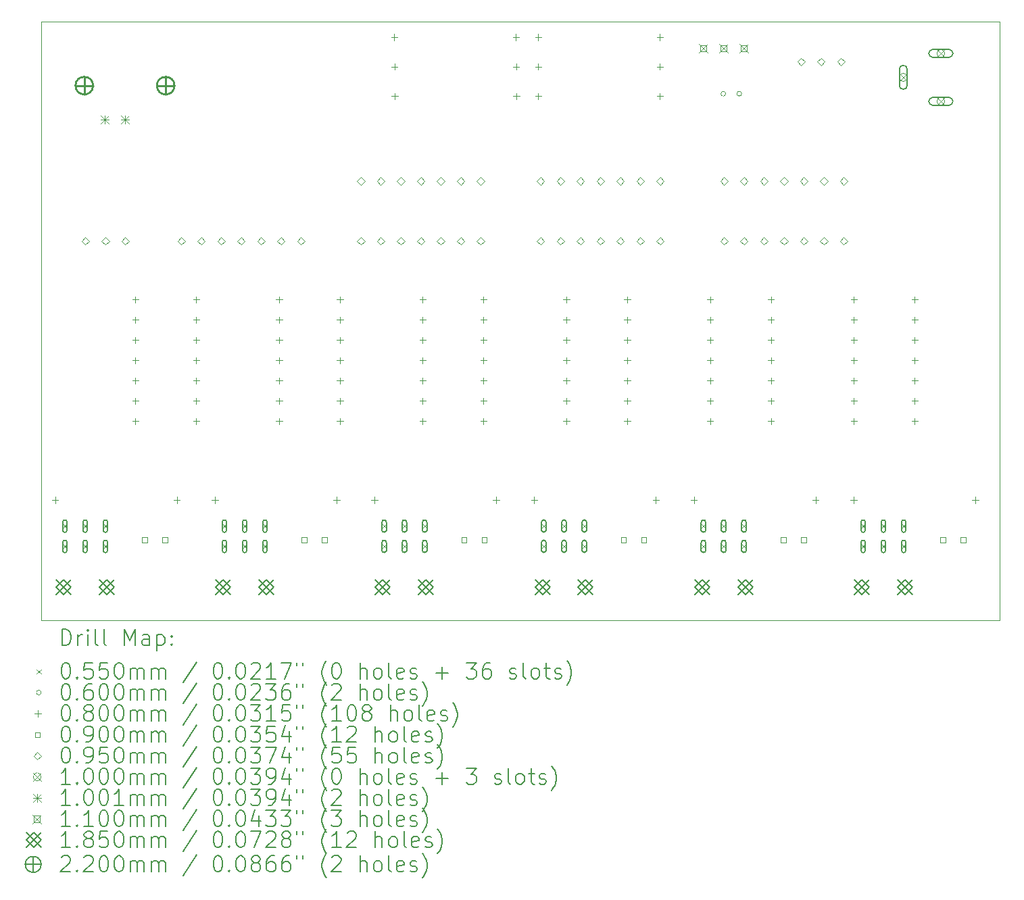
<source format=gbr>
%TF.GenerationSoftware,KiCad,Pcbnew,7.0.8*%
%TF.CreationDate,2024-02-11T23:31:42+01:00*%
%TF.ProjectId,BlankingRelay_Base,426c616e-6b69-46e6-9752-656c61795f42,rev?*%
%TF.SameCoordinates,Original*%
%TF.FileFunction,Drillmap*%
%TF.FilePolarity,Positive*%
%FSLAX45Y45*%
G04 Gerber Fmt 4.5, Leading zero omitted, Abs format (unit mm)*
G04 Created by KiCad (PCBNEW 7.0.8) date 2024-02-11 23:31:42*
%MOMM*%
%LPD*%
G01*
G04 APERTURE LIST*
%ADD10C,0.100000*%
%ADD11C,0.200000*%
%ADD12C,0.055000*%
%ADD13C,0.060000*%
%ADD14C,0.080000*%
%ADD15C,0.090000*%
%ADD16C,0.095000*%
%ADD17C,0.100076*%
%ADD18C,0.110000*%
%ADD19C,0.185000*%
%ADD20C,0.219964*%
G04 APERTURE END LIST*
D10*
X5000000Y-5000000D02*
X17000000Y-5000000D01*
X17000000Y-12500000D01*
X5000000Y-12500000D01*
X5000000Y-5000000D01*
D11*
D12*
X5263500Y-11295500D02*
X5318500Y-11350500D01*
X5318500Y-11295500D02*
X5263500Y-11350500D01*
D11*
X5263500Y-11273000D02*
X5263500Y-11373000D01*
X5263500Y-11373000D02*
G75*
G03*
X5318500Y-11373000I27500J0D01*
G01*
X5318500Y-11373000D02*
X5318500Y-11273000D01*
X5318500Y-11273000D02*
G75*
G03*
X5263500Y-11273000I-27500J0D01*
G01*
D12*
X5263500Y-11549500D02*
X5318500Y-11604500D01*
X5318500Y-11549500D02*
X5263500Y-11604500D01*
D11*
X5263500Y-11527000D02*
X5263500Y-11627000D01*
X5263500Y-11627000D02*
G75*
G03*
X5318500Y-11627000I27500J0D01*
G01*
X5318500Y-11627000D02*
X5318500Y-11527000D01*
X5318500Y-11527000D02*
G75*
G03*
X5263500Y-11527000I-27500J0D01*
G01*
D12*
X5517500Y-11295500D02*
X5572500Y-11350500D01*
X5572500Y-11295500D02*
X5517500Y-11350500D01*
D11*
X5517500Y-11273000D02*
X5517500Y-11373000D01*
X5517500Y-11373000D02*
G75*
G03*
X5572500Y-11373000I27500J0D01*
G01*
X5572500Y-11373000D02*
X5572500Y-11273000D01*
X5572500Y-11273000D02*
G75*
G03*
X5517500Y-11273000I-27500J0D01*
G01*
D12*
X5517500Y-11549500D02*
X5572500Y-11604500D01*
X5572500Y-11549500D02*
X5517500Y-11604500D01*
D11*
X5517500Y-11527000D02*
X5517500Y-11627000D01*
X5517500Y-11627000D02*
G75*
G03*
X5572500Y-11627000I27500J0D01*
G01*
X5572500Y-11627000D02*
X5572500Y-11527000D01*
X5572500Y-11527000D02*
G75*
G03*
X5517500Y-11527000I-27500J0D01*
G01*
D12*
X5771500Y-11295500D02*
X5826500Y-11350500D01*
X5826500Y-11295500D02*
X5771500Y-11350500D01*
D11*
X5771500Y-11273000D02*
X5771500Y-11373000D01*
X5771500Y-11373000D02*
G75*
G03*
X5826500Y-11373000I27500J0D01*
G01*
X5826500Y-11373000D02*
X5826500Y-11273000D01*
X5826500Y-11273000D02*
G75*
G03*
X5771500Y-11273000I-27500J0D01*
G01*
D12*
X5771500Y-11549500D02*
X5826500Y-11604500D01*
X5826500Y-11549500D02*
X5771500Y-11604500D01*
D11*
X5771500Y-11527000D02*
X5771500Y-11627000D01*
X5771500Y-11627000D02*
G75*
G03*
X5826500Y-11627000I27500J0D01*
G01*
X5826500Y-11627000D02*
X5826500Y-11527000D01*
X5826500Y-11527000D02*
G75*
G03*
X5771500Y-11527000I-27500J0D01*
G01*
D12*
X7263500Y-11295500D02*
X7318500Y-11350500D01*
X7318500Y-11295500D02*
X7263500Y-11350500D01*
D11*
X7263500Y-11273000D02*
X7263500Y-11373000D01*
X7263500Y-11373000D02*
G75*
G03*
X7318500Y-11373000I27500J0D01*
G01*
X7318500Y-11373000D02*
X7318500Y-11273000D01*
X7318500Y-11273000D02*
G75*
G03*
X7263500Y-11273000I-27500J0D01*
G01*
D12*
X7263500Y-11549500D02*
X7318500Y-11604500D01*
X7318500Y-11549500D02*
X7263500Y-11604500D01*
D11*
X7263500Y-11527000D02*
X7263500Y-11627000D01*
X7263500Y-11627000D02*
G75*
G03*
X7318500Y-11627000I27500J0D01*
G01*
X7318500Y-11627000D02*
X7318500Y-11527000D01*
X7318500Y-11527000D02*
G75*
G03*
X7263500Y-11527000I-27500J0D01*
G01*
D12*
X7517500Y-11295500D02*
X7572500Y-11350500D01*
X7572500Y-11295500D02*
X7517500Y-11350500D01*
D11*
X7517500Y-11273000D02*
X7517500Y-11373000D01*
X7517500Y-11373000D02*
G75*
G03*
X7572500Y-11373000I27500J0D01*
G01*
X7572500Y-11373000D02*
X7572500Y-11273000D01*
X7572500Y-11273000D02*
G75*
G03*
X7517500Y-11273000I-27500J0D01*
G01*
D12*
X7517500Y-11549500D02*
X7572500Y-11604500D01*
X7572500Y-11549500D02*
X7517500Y-11604500D01*
D11*
X7517500Y-11527000D02*
X7517500Y-11627000D01*
X7517500Y-11627000D02*
G75*
G03*
X7572500Y-11627000I27500J0D01*
G01*
X7572500Y-11627000D02*
X7572500Y-11527000D01*
X7572500Y-11527000D02*
G75*
G03*
X7517500Y-11527000I-27500J0D01*
G01*
D12*
X7771500Y-11295500D02*
X7826500Y-11350500D01*
X7826500Y-11295500D02*
X7771500Y-11350500D01*
D11*
X7771500Y-11273000D02*
X7771500Y-11373000D01*
X7771500Y-11373000D02*
G75*
G03*
X7826500Y-11373000I27500J0D01*
G01*
X7826500Y-11373000D02*
X7826500Y-11273000D01*
X7826500Y-11273000D02*
G75*
G03*
X7771500Y-11273000I-27500J0D01*
G01*
D12*
X7771500Y-11549500D02*
X7826500Y-11604500D01*
X7826500Y-11549500D02*
X7771500Y-11604500D01*
D11*
X7771500Y-11527000D02*
X7771500Y-11627000D01*
X7771500Y-11627000D02*
G75*
G03*
X7826500Y-11627000I27500J0D01*
G01*
X7826500Y-11627000D02*
X7826500Y-11527000D01*
X7826500Y-11527000D02*
G75*
G03*
X7771500Y-11527000I-27500J0D01*
G01*
D12*
X9263500Y-11295500D02*
X9318500Y-11350500D01*
X9318500Y-11295500D02*
X9263500Y-11350500D01*
D11*
X9263500Y-11273000D02*
X9263500Y-11373000D01*
X9263500Y-11373000D02*
G75*
G03*
X9318500Y-11373000I27500J0D01*
G01*
X9318500Y-11373000D02*
X9318500Y-11273000D01*
X9318500Y-11273000D02*
G75*
G03*
X9263500Y-11273000I-27500J0D01*
G01*
D12*
X9263500Y-11549500D02*
X9318500Y-11604500D01*
X9318500Y-11549500D02*
X9263500Y-11604500D01*
D11*
X9263500Y-11527000D02*
X9263500Y-11627000D01*
X9263500Y-11627000D02*
G75*
G03*
X9318500Y-11627000I27500J0D01*
G01*
X9318500Y-11627000D02*
X9318500Y-11527000D01*
X9318500Y-11527000D02*
G75*
G03*
X9263500Y-11527000I-27500J0D01*
G01*
D12*
X9517500Y-11295500D02*
X9572500Y-11350500D01*
X9572500Y-11295500D02*
X9517500Y-11350500D01*
D11*
X9517500Y-11273000D02*
X9517500Y-11373000D01*
X9517500Y-11373000D02*
G75*
G03*
X9572500Y-11373000I27500J0D01*
G01*
X9572500Y-11373000D02*
X9572500Y-11273000D01*
X9572500Y-11273000D02*
G75*
G03*
X9517500Y-11273000I-27500J0D01*
G01*
D12*
X9517500Y-11549500D02*
X9572500Y-11604500D01*
X9572500Y-11549500D02*
X9517500Y-11604500D01*
D11*
X9517500Y-11527000D02*
X9517500Y-11627000D01*
X9517500Y-11627000D02*
G75*
G03*
X9572500Y-11627000I27500J0D01*
G01*
X9572500Y-11627000D02*
X9572500Y-11527000D01*
X9572500Y-11527000D02*
G75*
G03*
X9517500Y-11527000I-27500J0D01*
G01*
D12*
X9771500Y-11295500D02*
X9826500Y-11350500D01*
X9826500Y-11295500D02*
X9771500Y-11350500D01*
D11*
X9771500Y-11273000D02*
X9771500Y-11373000D01*
X9771500Y-11373000D02*
G75*
G03*
X9826500Y-11373000I27500J0D01*
G01*
X9826500Y-11373000D02*
X9826500Y-11273000D01*
X9826500Y-11273000D02*
G75*
G03*
X9771500Y-11273000I-27500J0D01*
G01*
D12*
X9771500Y-11549500D02*
X9826500Y-11604500D01*
X9826500Y-11549500D02*
X9771500Y-11604500D01*
D11*
X9771500Y-11527000D02*
X9771500Y-11627000D01*
X9771500Y-11627000D02*
G75*
G03*
X9826500Y-11627000I27500J0D01*
G01*
X9826500Y-11627000D02*
X9826500Y-11527000D01*
X9826500Y-11527000D02*
G75*
G03*
X9771500Y-11527000I-27500J0D01*
G01*
D12*
X11263500Y-11295500D02*
X11318500Y-11350500D01*
X11318500Y-11295500D02*
X11263500Y-11350500D01*
D11*
X11263500Y-11273000D02*
X11263500Y-11373000D01*
X11263500Y-11373000D02*
G75*
G03*
X11318500Y-11373000I27500J0D01*
G01*
X11318500Y-11373000D02*
X11318500Y-11273000D01*
X11318500Y-11273000D02*
G75*
G03*
X11263500Y-11273000I-27500J0D01*
G01*
D12*
X11263500Y-11549500D02*
X11318500Y-11604500D01*
X11318500Y-11549500D02*
X11263500Y-11604500D01*
D11*
X11263500Y-11527000D02*
X11263500Y-11627000D01*
X11263500Y-11627000D02*
G75*
G03*
X11318500Y-11627000I27500J0D01*
G01*
X11318500Y-11627000D02*
X11318500Y-11527000D01*
X11318500Y-11527000D02*
G75*
G03*
X11263500Y-11527000I-27500J0D01*
G01*
D12*
X11517500Y-11295500D02*
X11572500Y-11350500D01*
X11572500Y-11295500D02*
X11517500Y-11350500D01*
D11*
X11517500Y-11273000D02*
X11517500Y-11373000D01*
X11517500Y-11373000D02*
G75*
G03*
X11572500Y-11373000I27500J0D01*
G01*
X11572500Y-11373000D02*
X11572500Y-11273000D01*
X11572500Y-11273000D02*
G75*
G03*
X11517500Y-11273000I-27500J0D01*
G01*
D12*
X11517500Y-11549500D02*
X11572500Y-11604500D01*
X11572500Y-11549500D02*
X11517500Y-11604500D01*
D11*
X11517500Y-11527000D02*
X11517500Y-11627000D01*
X11517500Y-11627000D02*
G75*
G03*
X11572500Y-11627000I27500J0D01*
G01*
X11572500Y-11627000D02*
X11572500Y-11527000D01*
X11572500Y-11527000D02*
G75*
G03*
X11517500Y-11527000I-27500J0D01*
G01*
D12*
X11771500Y-11295500D02*
X11826500Y-11350500D01*
X11826500Y-11295500D02*
X11771500Y-11350500D01*
D11*
X11771500Y-11273000D02*
X11771500Y-11373000D01*
X11771500Y-11373000D02*
G75*
G03*
X11826500Y-11373000I27500J0D01*
G01*
X11826500Y-11373000D02*
X11826500Y-11273000D01*
X11826500Y-11273000D02*
G75*
G03*
X11771500Y-11273000I-27500J0D01*
G01*
D12*
X11771500Y-11549500D02*
X11826500Y-11604500D01*
X11826500Y-11549500D02*
X11771500Y-11604500D01*
D11*
X11771500Y-11527000D02*
X11771500Y-11627000D01*
X11771500Y-11627000D02*
G75*
G03*
X11826500Y-11627000I27500J0D01*
G01*
X11826500Y-11627000D02*
X11826500Y-11527000D01*
X11826500Y-11527000D02*
G75*
G03*
X11771500Y-11527000I-27500J0D01*
G01*
D12*
X13263500Y-11295500D02*
X13318500Y-11350500D01*
X13318500Y-11295500D02*
X13263500Y-11350500D01*
D11*
X13263500Y-11273000D02*
X13263500Y-11373000D01*
X13263500Y-11373000D02*
G75*
G03*
X13318500Y-11373000I27500J0D01*
G01*
X13318500Y-11373000D02*
X13318500Y-11273000D01*
X13318500Y-11273000D02*
G75*
G03*
X13263500Y-11273000I-27500J0D01*
G01*
D12*
X13263500Y-11549500D02*
X13318500Y-11604500D01*
X13318500Y-11549500D02*
X13263500Y-11604500D01*
D11*
X13263500Y-11527000D02*
X13263500Y-11627000D01*
X13263500Y-11627000D02*
G75*
G03*
X13318500Y-11627000I27500J0D01*
G01*
X13318500Y-11627000D02*
X13318500Y-11527000D01*
X13318500Y-11527000D02*
G75*
G03*
X13263500Y-11527000I-27500J0D01*
G01*
D12*
X13517500Y-11295500D02*
X13572500Y-11350500D01*
X13572500Y-11295500D02*
X13517500Y-11350500D01*
D11*
X13517500Y-11273000D02*
X13517500Y-11373000D01*
X13517500Y-11373000D02*
G75*
G03*
X13572500Y-11373000I27500J0D01*
G01*
X13572500Y-11373000D02*
X13572500Y-11273000D01*
X13572500Y-11273000D02*
G75*
G03*
X13517500Y-11273000I-27500J0D01*
G01*
D12*
X13517500Y-11549500D02*
X13572500Y-11604500D01*
X13572500Y-11549500D02*
X13517500Y-11604500D01*
D11*
X13517500Y-11527000D02*
X13517500Y-11627000D01*
X13517500Y-11627000D02*
G75*
G03*
X13572500Y-11627000I27500J0D01*
G01*
X13572500Y-11627000D02*
X13572500Y-11527000D01*
X13572500Y-11527000D02*
G75*
G03*
X13517500Y-11527000I-27500J0D01*
G01*
D12*
X13771500Y-11295500D02*
X13826500Y-11350500D01*
X13826500Y-11295500D02*
X13771500Y-11350500D01*
D11*
X13771500Y-11273000D02*
X13771500Y-11373000D01*
X13771500Y-11373000D02*
G75*
G03*
X13826500Y-11373000I27500J0D01*
G01*
X13826500Y-11373000D02*
X13826500Y-11273000D01*
X13826500Y-11273000D02*
G75*
G03*
X13771500Y-11273000I-27500J0D01*
G01*
D12*
X13771500Y-11549500D02*
X13826500Y-11604500D01*
X13826500Y-11549500D02*
X13771500Y-11604500D01*
D11*
X13771500Y-11527000D02*
X13771500Y-11627000D01*
X13771500Y-11627000D02*
G75*
G03*
X13826500Y-11627000I27500J0D01*
G01*
X13826500Y-11627000D02*
X13826500Y-11527000D01*
X13826500Y-11527000D02*
G75*
G03*
X13771500Y-11527000I-27500J0D01*
G01*
D12*
X15263500Y-11295500D02*
X15318500Y-11350500D01*
X15318500Y-11295500D02*
X15263500Y-11350500D01*
D11*
X15263500Y-11273000D02*
X15263500Y-11373000D01*
X15263500Y-11373000D02*
G75*
G03*
X15318500Y-11373000I27500J0D01*
G01*
X15318500Y-11373000D02*
X15318500Y-11273000D01*
X15318500Y-11273000D02*
G75*
G03*
X15263500Y-11273000I-27500J0D01*
G01*
D12*
X15263500Y-11549500D02*
X15318500Y-11604500D01*
X15318500Y-11549500D02*
X15263500Y-11604500D01*
D11*
X15263500Y-11527000D02*
X15263500Y-11627000D01*
X15263500Y-11627000D02*
G75*
G03*
X15318500Y-11627000I27500J0D01*
G01*
X15318500Y-11627000D02*
X15318500Y-11527000D01*
X15318500Y-11527000D02*
G75*
G03*
X15263500Y-11527000I-27500J0D01*
G01*
D12*
X15517500Y-11295500D02*
X15572500Y-11350500D01*
X15572500Y-11295500D02*
X15517500Y-11350500D01*
D11*
X15517500Y-11273000D02*
X15517500Y-11373000D01*
X15517500Y-11373000D02*
G75*
G03*
X15572500Y-11373000I27500J0D01*
G01*
X15572500Y-11373000D02*
X15572500Y-11273000D01*
X15572500Y-11273000D02*
G75*
G03*
X15517500Y-11273000I-27500J0D01*
G01*
D12*
X15517500Y-11549500D02*
X15572500Y-11604500D01*
X15572500Y-11549500D02*
X15517500Y-11604500D01*
D11*
X15517500Y-11527000D02*
X15517500Y-11627000D01*
X15517500Y-11627000D02*
G75*
G03*
X15572500Y-11627000I27500J0D01*
G01*
X15572500Y-11627000D02*
X15572500Y-11527000D01*
X15572500Y-11527000D02*
G75*
G03*
X15517500Y-11527000I-27500J0D01*
G01*
D12*
X15771500Y-11295500D02*
X15826500Y-11350500D01*
X15826500Y-11295500D02*
X15771500Y-11350500D01*
D11*
X15771500Y-11273000D02*
X15771500Y-11373000D01*
X15771500Y-11373000D02*
G75*
G03*
X15826500Y-11373000I27500J0D01*
G01*
X15826500Y-11373000D02*
X15826500Y-11273000D01*
X15826500Y-11273000D02*
G75*
G03*
X15771500Y-11273000I-27500J0D01*
G01*
D12*
X15771500Y-11549500D02*
X15826500Y-11604500D01*
X15826500Y-11549500D02*
X15771500Y-11604500D01*
D11*
X15771500Y-11527000D02*
X15771500Y-11627000D01*
X15771500Y-11627000D02*
G75*
G03*
X15826500Y-11627000I27500J0D01*
G01*
X15826500Y-11627000D02*
X15826500Y-11527000D01*
X15826500Y-11527000D02*
G75*
G03*
X15771500Y-11527000I-27500J0D01*
G01*
D13*
X13570000Y-5905000D02*
G75*
G03*
X13570000Y-5905000I-30000J0D01*
G01*
X13770000Y-5905000D02*
G75*
G03*
X13770000Y-5905000I-30000J0D01*
G01*
D14*
X5171000Y-10955000D02*
X5171000Y-11035000D01*
X5131000Y-10995000D02*
X5211000Y-10995000D01*
X6175000Y-8445000D02*
X6175000Y-8525000D01*
X6135000Y-8485000D02*
X6215000Y-8485000D01*
X6175000Y-8699000D02*
X6175000Y-8779000D01*
X6135000Y-8739000D02*
X6215000Y-8739000D01*
X6175000Y-8953000D02*
X6175000Y-9033000D01*
X6135000Y-8993000D02*
X6215000Y-8993000D01*
X6175000Y-9207000D02*
X6175000Y-9287000D01*
X6135000Y-9247000D02*
X6215000Y-9247000D01*
X6175000Y-9461000D02*
X6175000Y-9541000D01*
X6135000Y-9501000D02*
X6215000Y-9501000D01*
X6175000Y-9715000D02*
X6175000Y-9795000D01*
X6135000Y-9755000D02*
X6215000Y-9755000D01*
X6175000Y-9969000D02*
X6175000Y-10049000D01*
X6135000Y-10009000D02*
X6215000Y-10009000D01*
X6695000Y-10955000D02*
X6695000Y-11035000D01*
X6655000Y-10995000D02*
X6735000Y-10995000D01*
X6937000Y-8445000D02*
X6937000Y-8525000D01*
X6897000Y-8485000D02*
X6977000Y-8485000D01*
X6937000Y-8699000D02*
X6937000Y-8779000D01*
X6897000Y-8739000D02*
X6977000Y-8739000D01*
X6937000Y-8953000D02*
X6937000Y-9033000D01*
X6897000Y-8993000D02*
X6977000Y-8993000D01*
X6937000Y-9207000D02*
X6937000Y-9287000D01*
X6897000Y-9247000D02*
X6977000Y-9247000D01*
X6937000Y-9461000D02*
X6937000Y-9541000D01*
X6897000Y-9501000D02*
X6977000Y-9501000D01*
X6937000Y-9715000D02*
X6937000Y-9795000D01*
X6897000Y-9755000D02*
X6977000Y-9755000D01*
X6937000Y-9969000D02*
X6937000Y-10049000D01*
X6897000Y-10009000D02*
X6977000Y-10009000D01*
X7171000Y-10955000D02*
X7171000Y-11035000D01*
X7131000Y-10995000D02*
X7211000Y-10995000D01*
X7975000Y-8445000D02*
X7975000Y-8525000D01*
X7935000Y-8485000D02*
X8015000Y-8485000D01*
X7975000Y-8699000D02*
X7975000Y-8779000D01*
X7935000Y-8739000D02*
X8015000Y-8739000D01*
X7975000Y-8953000D02*
X7975000Y-9033000D01*
X7935000Y-8993000D02*
X8015000Y-8993000D01*
X7975000Y-9207000D02*
X7975000Y-9287000D01*
X7935000Y-9247000D02*
X8015000Y-9247000D01*
X7975000Y-9461000D02*
X7975000Y-9541000D01*
X7935000Y-9501000D02*
X8015000Y-9501000D01*
X7975000Y-9715000D02*
X7975000Y-9795000D01*
X7935000Y-9755000D02*
X8015000Y-9755000D01*
X7975000Y-9969000D02*
X7975000Y-10049000D01*
X7935000Y-10009000D02*
X8015000Y-10009000D01*
X8695000Y-10955000D02*
X8695000Y-11035000D01*
X8655000Y-10995000D02*
X8735000Y-10995000D01*
X8737000Y-8445000D02*
X8737000Y-8525000D01*
X8697000Y-8485000D02*
X8777000Y-8485000D01*
X8737000Y-8699000D02*
X8737000Y-8779000D01*
X8697000Y-8739000D02*
X8777000Y-8739000D01*
X8737000Y-8953000D02*
X8737000Y-9033000D01*
X8697000Y-8993000D02*
X8777000Y-8993000D01*
X8737000Y-9207000D02*
X8737000Y-9287000D01*
X8697000Y-9247000D02*
X8777000Y-9247000D01*
X8737000Y-9461000D02*
X8737000Y-9541000D01*
X8697000Y-9501000D02*
X8777000Y-9501000D01*
X8737000Y-9715000D02*
X8737000Y-9795000D01*
X8697000Y-9755000D02*
X8777000Y-9755000D01*
X8737000Y-9969000D02*
X8737000Y-10049000D01*
X8697000Y-10009000D02*
X8777000Y-10009000D01*
X9171000Y-10955000D02*
X9171000Y-11035000D01*
X9131000Y-10995000D02*
X9211000Y-10995000D01*
X9419000Y-5155000D02*
X9419000Y-5235000D01*
X9379000Y-5195000D02*
X9459000Y-5195000D01*
X9421000Y-5525000D02*
X9421000Y-5605000D01*
X9381000Y-5565000D02*
X9461000Y-5565000D01*
X9423000Y-5895000D02*
X9423000Y-5975000D01*
X9383000Y-5935000D02*
X9463000Y-5935000D01*
X9775000Y-8445000D02*
X9775000Y-8525000D01*
X9735000Y-8485000D02*
X9815000Y-8485000D01*
X9775000Y-8699000D02*
X9775000Y-8779000D01*
X9735000Y-8739000D02*
X9815000Y-8739000D01*
X9775000Y-8953000D02*
X9775000Y-9033000D01*
X9735000Y-8993000D02*
X9815000Y-8993000D01*
X9775000Y-9207000D02*
X9775000Y-9287000D01*
X9735000Y-9247000D02*
X9815000Y-9247000D01*
X9775000Y-9461000D02*
X9775000Y-9541000D01*
X9735000Y-9501000D02*
X9815000Y-9501000D01*
X9775000Y-9715000D02*
X9775000Y-9795000D01*
X9735000Y-9755000D02*
X9815000Y-9755000D01*
X9775000Y-9969000D02*
X9775000Y-10049000D01*
X9735000Y-10009000D02*
X9815000Y-10009000D01*
X10537000Y-8445000D02*
X10537000Y-8525000D01*
X10497000Y-8485000D02*
X10577000Y-8485000D01*
X10537000Y-8699000D02*
X10537000Y-8779000D01*
X10497000Y-8739000D02*
X10577000Y-8739000D01*
X10537000Y-8953000D02*
X10537000Y-9033000D01*
X10497000Y-8993000D02*
X10577000Y-8993000D01*
X10537000Y-9207000D02*
X10537000Y-9287000D01*
X10497000Y-9247000D02*
X10577000Y-9247000D01*
X10537000Y-9461000D02*
X10537000Y-9541000D01*
X10497000Y-9501000D02*
X10577000Y-9501000D01*
X10537000Y-9715000D02*
X10537000Y-9795000D01*
X10497000Y-9755000D02*
X10577000Y-9755000D01*
X10537000Y-9969000D02*
X10537000Y-10049000D01*
X10497000Y-10009000D02*
X10577000Y-10009000D01*
X10695000Y-10955000D02*
X10695000Y-11035000D01*
X10655000Y-10995000D02*
X10735000Y-10995000D01*
X10943000Y-5155000D02*
X10943000Y-5235000D01*
X10903000Y-5195000D02*
X10983000Y-5195000D01*
X10945000Y-5525000D02*
X10945000Y-5605000D01*
X10905000Y-5565000D02*
X10985000Y-5565000D01*
X10947000Y-5895000D02*
X10947000Y-5975000D01*
X10907000Y-5935000D02*
X10987000Y-5935000D01*
X11171000Y-10955000D02*
X11171000Y-11035000D01*
X11131000Y-10995000D02*
X11211000Y-10995000D01*
X11223000Y-5155000D02*
X11223000Y-5235000D01*
X11183000Y-5195000D02*
X11263000Y-5195000D01*
X11223000Y-5525000D02*
X11223000Y-5605000D01*
X11183000Y-5565000D02*
X11263000Y-5565000D01*
X11223000Y-5895000D02*
X11223000Y-5975000D01*
X11183000Y-5935000D02*
X11263000Y-5935000D01*
X11575000Y-8445000D02*
X11575000Y-8525000D01*
X11535000Y-8485000D02*
X11615000Y-8485000D01*
X11575000Y-8699000D02*
X11575000Y-8779000D01*
X11535000Y-8739000D02*
X11615000Y-8739000D01*
X11575000Y-8953000D02*
X11575000Y-9033000D01*
X11535000Y-8993000D02*
X11615000Y-8993000D01*
X11575000Y-9207000D02*
X11575000Y-9287000D01*
X11535000Y-9247000D02*
X11615000Y-9247000D01*
X11575000Y-9461000D02*
X11575000Y-9541000D01*
X11535000Y-9501000D02*
X11615000Y-9501000D01*
X11575000Y-9715000D02*
X11575000Y-9795000D01*
X11535000Y-9755000D02*
X11615000Y-9755000D01*
X11575000Y-9969000D02*
X11575000Y-10049000D01*
X11535000Y-10009000D02*
X11615000Y-10009000D01*
X12337000Y-8445000D02*
X12337000Y-8525000D01*
X12297000Y-8485000D02*
X12377000Y-8485000D01*
X12337000Y-8699000D02*
X12337000Y-8779000D01*
X12297000Y-8739000D02*
X12377000Y-8739000D01*
X12337000Y-8953000D02*
X12337000Y-9033000D01*
X12297000Y-8993000D02*
X12377000Y-8993000D01*
X12337000Y-9207000D02*
X12337000Y-9287000D01*
X12297000Y-9247000D02*
X12377000Y-9247000D01*
X12337000Y-9461000D02*
X12337000Y-9541000D01*
X12297000Y-9501000D02*
X12377000Y-9501000D01*
X12337000Y-9715000D02*
X12337000Y-9795000D01*
X12297000Y-9755000D02*
X12377000Y-9755000D01*
X12337000Y-9969000D02*
X12337000Y-10049000D01*
X12297000Y-10009000D02*
X12377000Y-10009000D01*
X12695000Y-10955000D02*
X12695000Y-11035000D01*
X12655000Y-10995000D02*
X12735000Y-10995000D01*
X12747000Y-5155000D02*
X12747000Y-5235000D01*
X12707000Y-5195000D02*
X12787000Y-5195000D01*
X12747000Y-5525000D02*
X12747000Y-5605000D01*
X12707000Y-5565000D02*
X12787000Y-5565000D01*
X12747000Y-5895000D02*
X12747000Y-5975000D01*
X12707000Y-5935000D02*
X12787000Y-5935000D01*
X13171000Y-10955000D02*
X13171000Y-11035000D01*
X13131000Y-10995000D02*
X13211000Y-10995000D01*
X13375000Y-8445000D02*
X13375000Y-8525000D01*
X13335000Y-8485000D02*
X13415000Y-8485000D01*
X13375000Y-8699000D02*
X13375000Y-8779000D01*
X13335000Y-8739000D02*
X13415000Y-8739000D01*
X13375000Y-8953000D02*
X13375000Y-9033000D01*
X13335000Y-8993000D02*
X13415000Y-8993000D01*
X13375000Y-9207000D02*
X13375000Y-9287000D01*
X13335000Y-9247000D02*
X13415000Y-9247000D01*
X13375000Y-9461000D02*
X13375000Y-9541000D01*
X13335000Y-9501000D02*
X13415000Y-9501000D01*
X13375000Y-9715000D02*
X13375000Y-9795000D01*
X13335000Y-9755000D02*
X13415000Y-9755000D01*
X13375000Y-9969000D02*
X13375000Y-10049000D01*
X13335000Y-10009000D02*
X13415000Y-10009000D01*
X14137000Y-8445000D02*
X14137000Y-8525000D01*
X14097000Y-8485000D02*
X14177000Y-8485000D01*
X14137000Y-8699000D02*
X14137000Y-8779000D01*
X14097000Y-8739000D02*
X14177000Y-8739000D01*
X14137000Y-8953000D02*
X14137000Y-9033000D01*
X14097000Y-8993000D02*
X14177000Y-8993000D01*
X14137000Y-9207000D02*
X14137000Y-9287000D01*
X14097000Y-9247000D02*
X14177000Y-9247000D01*
X14137000Y-9461000D02*
X14137000Y-9541000D01*
X14097000Y-9501000D02*
X14177000Y-9501000D01*
X14137000Y-9715000D02*
X14137000Y-9795000D01*
X14097000Y-9755000D02*
X14177000Y-9755000D01*
X14137000Y-9969000D02*
X14137000Y-10049000D01*
X14097000Y-10009000D02*
X14177000Y-10009000D01*
X14695000Y-10955000D02*
X14695000Y-11035000D01*
X14655000Y-10995000D02*
X14735000Y-10995000D01*
X15171000Y-10955000D02*
X15171000Y-11035000D01*
X15131000Y-10995000D02*
X15211000Y-10995000D01*
X15175000Y-8445000D02*
X15175000Y-8525000D01*
X15135000Y-8485000D02*
X15215000Y-8485000D01*
X15175000Y-8699000D02*
X15175000Y-8779000D01*
X15135000Y-8739000D02*
X15215000Y-8739000D01*
X15175000Y-8953000D02*
X15175000Y-9033000D01*
X15135000Y-8993000D02*
X15215000Y-8993000D01*
X15175000Y-9207000D02*
X15175000Y-9287000D01*
X15135000Y-9247000D02*
X15215000Y-9247000D01*
X15175000Y-9461000D02*
X15175000Y-9541000D01*
X15135000Y-9501000D02*
X15215000Y-9501000D01*
X15175000Y-9715000D02*
X15175000Y-9795000D01*
X15135000Y-9755000D02*
X15215000Y-9755000D01*
X15175000Y-9969000D02*
X15175000Y-10049000D01*
X15135000Y-10009000D02*
X15215000Y-10009000D01*
X15937000Y-8445000D02*
X15937000Y-8525000D01*
X15897000Y-8485000D02*
X15977000Y-8485000D01*
X15937000Y-8699000D02*
X15937000Y-8779000D01*
X15897000Y-8739000D02*
X15977000Y-8739000D01*
X15937000Y-8953000D02*
X15937000Y-9033000D01*
X15897000Y-8993000D02*
X15977000Y-8993000D01*
X15937000Y-9207000D02*
X15937000Y-9287000D01*
X15897000Y-9247000D02*
X15977000Y-9247000D01*
X15937000Y-9461000D02*
X15937000Y-9541000D01*
X15897000Y-9501000D02*
X15977000Y-9501000D01*
X15937000Y-9715000D02*
X15937000Y-9795000D01*
X15897000Y-9755000D02*
X15977000Y-9755000D01*
X15937000Y-9969000D02*
X15937000Y-10049000D01*
X15897000Y-10009000D02*
X15977000Y-10009000D01*
X16695000Y-10955000D02*
X16695000Y-11035000D01*
X16655000Y-10995000D02*
X16735000Y-10995000D01*
D15*
X6322820Y-11526820D02*
X6322820Y-11463180D01*
X6259180Y-11463180D01*
X6259180Y-11526820D01*
X6322820Y-11526820D01*
X6576820Y-11526820D02*
X6576820Y-11463180D01*
X6513180Y-11463180D01*
X6513180Y-11526820D01*
X6576820Y-11526820D01*
X8322820Y-11526820D02*
X8322820Y-11463180D01*
X8259180Y-11463180D01*
X8259180Y-11526820D01*
X8322820Y-11526820D01*
X8576820Y-11526820D02*
X8576820Y-11463180D01*
X8513180Y-11463180D01*
X8513180Y-11526820D01*
X8576820Y-11526820D01*
X10322820Y-11526820D02*
X10322820Y-11463180D01*
X10259180Y-11463180D01*
X10259180Y-11526820D01*
X10322820Y-11526820D01*
X10576820Y-11526820D02*
X10576820Y-11463180D01*
X10513180Y-11463180D01*
X10513180Y-11526820D01*
X10576820Y-11526820D01*
X12322820Y-11526820D02*
X12322820Y-11463180D01*
X12259180Y-11463180D01*
X12259180Y-11526820D01*
X12322820Y-11526820D01*
X12576820Y-11526820D02*
X12576820Y-11463180D01*
X12513180Y-11463180D01*
X12513180Y-11526820D01*
X12576820Y-11526820D01*
X14322820Y-11526820D02*
X14322820Y-11463180D01*
X14259180Y-11463180D01*
X14259180Y-11526820D01*
X14322820Y-11526820D01*
X14576820Y-11526820D02*
X14576820Y-11463180D01*
X14513180Y-11463180D01*
X14513180Y-11526820D01*
X14576820Y-11526820D01*
X16322820Y-11526820D02*
X16322820Y-11463180D01*
X16259180Y-11463180D01*
X16259180Y-11526820D01*
X16322820Y-11526820D01*
X16576820Y-11526820D02*
X16576820Y-11463180D01*
X16513180Y-11463180D01*
X16513180Y-11526820D01*
X16576820Y-11526820D01*
D16*
X5550000Y-7797500D02*
X5597500Y-7750000D01*
X5550000Y-7702500D01*
X5502500Y-7750000D01*
X5550000Y-7797500D01*
X5800000Y-7797500D02*
X5847500Y-7750000D01*
X5800000Y-7702500D01*
X5752500Y-7750000D01*
X5800000Y-7797500D01*
X6050000Y-7797500D02*
X6097500Y-7750000D01*
X6050000Y-7702500D01*
X6002500Y-7750000D01*
X6050000Y-7797500D01*
X6750000Y-7797500D02*
X6797500Y-7750000D01*
X6750000Y-7702500D01*
X6702500Y-7750000D01*
X6750000Y-7797500D01*
X7000000Y-7797500D02*
X7047500Y-7750000D01*
X7000000Y-7702500D01*
X6952500Y-7750000D01*
X7000000Y-7797500D01*
X7250000Y-7797500D02*
X7297500Y-7750000D01*
X7250000Y-7702500D01*
X7202500Y-7750000D01*
X7250000Y-7797500D01*
X7500000Y-7797500D02*
X7547500Y-7750000D01*
X7500000Y-7702500D01*
X7452500Y-7750000D01*
X7500000Y-7797500D01*
X7750000Y-7797500D02*
X7797500Y-7750000D01*
X7750000Y-7702500D01*
X7702500Y-7750000D01*
X7750000Y-7797500D01*
X8000000Y-7797500D02*
X8047500Y-7750000D01*
X8000000Y-7702500D01*
X7952500Y-7750000D01*
X8000000Y-7797500D01*
X8250000Y-7797500D02*
X8297500Y-7750000D01*
X8250000Y-7702500D01*
X8202500Y-7750000D01*
X8250000Y-7797500D01*
X9000000Y-7047500D02*
X9047500Y-7000000D01*
X9000000Y-6952500D01*
X8952500Y-7000000D01*
X9000000Y-7047500D01*
X9000000Y-7797500D02*
X9047500Y-7750000D01*
X9000000Y-7702500D01*
X8952500Y-7750000D01*
X9000000Y-7797500D01*
X9250000Y-7047500D02*
X9297500Y-7000000D01*
X9250000Y-6952500D01*
X9202500Y-7000000D01*
X9250000Y-7047500D01*
X9250000Y-7797500D02*
X9297500Y-7750000D01*
X9250000Y-7702500D01*
X9202500Y-7750000D01*
X9250000Y-7797500D01*
X9500000Y-7047500D02*
X9547500Y-7000000D01*
X9500000Y-6952500D01*
X9452500Y-7000000D01*
X9500000Y-7047500D01*
X9500000Y-7797500D02*
X9547500Y-7750000D01*
X9500000Y-7702500D01*
X9452500Y-7750000D01*
X9500000Y-7797500D01*
X9750000Y-7047500D02*
X9797500Y-7000000D01*
X9750000Y-6952500D01*
X9702500Y-7000000D01*
X9750000Y-7047500D01*
X9750000Y-7797500D02*
X9797500Y-7750000D01*
X9750000Y-7702500D01*
X9702500Y-7750000D01*
X9750000Y-7797500D01*
X10000000Y-7047500D02*
X10047500Y-7000000D01*
X10000000Y-6952500D01*
X9952500Y-7000000D01*
X10000000Y-7047500D01*
X10000000Y-7797500D02*
X10047500Y-7750000D01*
X10000000Y-7702500D01*
X9952500Y-7750000D01*
X10000000Y-7797500D01*
X10250000Y-7047500D02*
X10297500Y-7000000D01*
X10250000Y-6952500D01*
X10202500Y-7000000D01*
X10250000Y-7047500D01*
X10250000Y-7797500D02*
X10297500Y-7750000D01*
X10250000Y-7702500D01*
X10202500Y-7750000D01*
X10250000Y-7797500D01*
X10500000Y-7047500D02*
X10547500Y-7000000D01*
X10500000Y-6952500D01*
X10452500Y-7000000D01*
X10500000Y-7047500D01*
X10500000Y-7797500D02*
X10547500Y-7750000D01*
X10500000Y-7702500D01*
X10452500Y-7750000D01*
X10500000Y-7797500D01*
X11250000Y-7047500D02*
X11297500Y-7000000D01*
X11250000Y-6952500D01*
X11202500Y-7000000D01*
X11250000Y-7047500D01*
X11250000Y-7797500D02*
X11297500Y-7750000D01*
X11250000Y-7702500D01*
X11202500Y-7750000D01*
X11250000Y-7797500D01*
X11500000Y-7047500D02*
X11547500Y-7000000D01*
X11500000Y-6952500D01*
X11452500Y-7000000D01*
X11500000Y-7047500D01*
X11500000Y-7797500D02*
X11547500Y-7750000D01*
X11500000Y-7702500D01*
X11452500Y-7750000D01*
X11500000Y-7797500D01*
X11750000Y-7047500D02*
X11797500Y-7000000D01*
X11750000Y-6952500D01*
X11702500Y-7000000D01*
X11750000Y-7047500D01*
X11750000Y-7797500D02*
X11797500Y-7750000D01*
X11750000Y-7702500D01*
X11702500Y-7750000D01*
X11750000Y-7797500D01*
X12000000Y-7047500D02*
X12047500Y-7000000D01*
X12000000Y-6952500D01*
X11952500Y-7000000D01*
X12000000Y-7047500D01*
X12000000Y-7797500D02*
X12047500Y-7750000D01*
X12000000Y-7702500D01*
X11952500Y-7750000D01*
X12000000Y-7797500D01*
X12250000Y-7047500D02*
X12297500Y-7000000D01*
X12250000Y-6952500D01*
X12202500Y-7000000D01*
X12250000Y-7047500D01*
X12250000Y-7797500D02*
X12297500Y-7750000D01*
X12250000Y-7702500D01*
X12202500Y-7750000D01*
X12250000Y-7797500D01*
X12500000Y-7047500D02*
X12547500Y-7000000D01*
X12500000Y-6952500D01*
X12452500Y-7000000D01*
X12500000Y-7047500D01*
X12500000Y-7797500D02*
X12547500Y-7750000D01*
X12500000Y-7702500D01*
X12452500Y-7750000D01*
X12500000Y-7797500D01*
X12750000Y-7047500D02*
X12797500Y-7000000D01*
X12750000Y-6952500D01*
X12702500Y-7000000D01*
X12750000Y-7047500D01*
X12750000Y-7797500D02*
X12797500Y-7750000D01*
X12750000Y-7702500D01*
X12702500Y-7750000D01*
X12750000Y-7797500D01*
X13550000Y-7047500D02*
X13597500Y-7000000D01*
X13550000Y-6952500D01*
X13502500Y-7000000D01*
X13550000Y-7047500D01*
X13550000Y-7797500D02*
X13597500Y-7750000D01*
X13550000Y-7702500D01*
X13502500Y-7750000D01*
X13550000Y-7797500D01*
X13800000Y-7047500D02*
X13847500Y-7000000D01*
X13800000Y-6952500D01*
X13752500Y-7000000D01*
X13800000Y-7047500D01*
X13800000Y-7797500D02*
X13847500Y-7750000D01*
X13800000Y-7702500D01*
X13752500Y-7750000D01*
X13800000Y-7797500D01*
X14050000Y-7047500D02*
X14097500Y-7000000D01*
X14050000Y-6952500D01*
X14002500Y-7000000D01*
X14050000Y-7047500D01*
X14050000Y-7797500D02*
X14097500Y-7750000D01*
X14050000Y-7702500D01*
X14002500Y-7750000D01*
X14050000Y-7797500D01*
X14300000Y-7047500D02*
X14347500Y-7000000D01*
X14300000Y-6952500D01*
X14252500Y-7000000D01*
X14300000Y-7047500D01*
X14300000Y-7797500D02*
X14347500Y-7750000D01*
X14300000Y-7702500D01*
X14252500Y-7750000D01*
X14300000Y-7797500D01*
X14515000Y-5552500D02*
X14562500Y-5505000D01*
X14515000Y-5457500D01*
X14467500Y-5505000D01*
X14515000Y-5552500D01*
X14550000Y-7047500D02*
X14597500Y-7000000D01*
X14550000Y-6952500D01*
X14502500Y-7000000D01*
X14550000Y-7047500D01*
X14550000Y-7797500D02*
X14597500Y-7750000D01*
X14550000Y-7702500D01*
X14502500Y-7750000D01*
X14550000Y-7797500D01*
X14765000Y-5552500D02*
X14812500Y-5505000D01*
X14765000Y-5457500D01*
X14717500Y-5505000D01*
X14765000Y-5552500D01*
X14800000Y-7047500D02*
X14847500Y-7000000D01*
X14800000Y-6952500D01*
X14752500Y-7000000D01*
X14800000Y-7047500D01*
X14800000Y-7797500D02*
X14847500Y-7750000D01*
X14800000Y-7702500D01*
X14752500Y-7750000D01*
X14800000Y-7797500D01*
X15015000Y-5552500D02*
X15062500Y-5505000D01*
X15015000Y-5457500D01*
X14967500Y-5505000D01*
X15015000Y-5552500D01*
X15050000Y-7047500D02*
X15097500Y-7000000D01*
X15050000Y-6952500D01*
X15002500Y-7000000D01*
X15050000Y-7047500D01*
X15050000Y-7797500D02*
X15097500Y-7750000D01*
X15050000Y-7702500D01*
X15002500Y-7750000D01*
X15050000Y-7797500D01*
D10*
X15745000Y-5650000D02*
X15845000Y-5750000D01*
X15845000Y-5650000D02*
X15745000Y-5750000D01*
X15845000Y-5700000D02*
G75*
G03*
X15845000Y-5700000I-50000J0D01*
G01*
D11*
X15745000Y-5600000D02*
X15745000Y-5800000D01*
X15745000Y-5800000D02*
G75*
G03*
X15845000Y-5800000I50000J0D01*
G01*
X15845000Y-5800000D02*
X15845000Y-5600000D01*
X15845000Y-5600000D02*
G75*
G03*
X15745000Y-5600000I-50000J0D01*
G01*
D10*
X16215000Y-5350000D02*
X16315000Y-5450000D01*
X16315000Y-5350000D02*
X16215000Y-5450000D01*
X16315000Y-5400000D02*
G75*
G03*
X16315000Y-5400000I-50000J0D01*
G01*
D11*
X16365000Y-5350000D02*
X16165000Y-5350000D01*
X16165000Y-5350000D02*
G75*
G03*
X16165000Y-5450000I0J-50000D01*
G01*
X16165000Y-5450000D02*
X16365000Y-5450000D01*
X16365000Y-5450000D02*
G75*
G03*
X16365000Y-5350000I0J50000D01*
G01*
D10*
X16215000Y-5950000D02*
X16315000Y-6050000D01*
X16315000Y-5950000D02*
X16215000Y-6050000D01*
X16315000Y-6000000D02*
G75*
G03*
X16315000Y-6000000I-50000J0D01*
G01*
D11*
X16365000Y-5950000D02*
X16165000Y-5950000D01*
X16165000Y-5950000D02*
G75*
G03*
X16165000Y-6050000I0J-50000D01*
G01*
X16165000Y-6050000D02*
X16365000Y-6050000D01*
X16365000Y-6050000D02*
G75*
G03*
X16365000Y-5950000I0J50000D01*
G01*
D17*
X5745026Y-6180067D02*
X5845102Y-6280143D01*
X5845102Y-6180067D02*
X5745026Y-6280143D01*
X5795064Y-6180067D02*
X5795064Y-6280143D01*
X5745026Y-6230105D02*
X5845102Y-6230105D01*
X5994962Y-6180067D02*
X6095038Y-6280143D01*
X6095038Y-6180067D02*
X5994962Y-6280143D01*
X6045000Y-6180067D02*
X6045000Y-6280143D01*
X5994962Y-6230105D02*
X6095038Y-6230105D01*
D18*
X13232000Y-5280000D02*
X13342000Y-5390000D01*
X13342000Y-5280000D02*
X13232000Y-5390000D01*
X13325891Y-5373891D02*
X13325891Y-5296109D01*
X13248109Y-5296109D01*
X13248109Y-5373891D01*
X13325891Y-5373891D01*
X13486000Y-5280000D02*
X13596000Y-5390000D01*
X13596000Y-5280000D02*
X13486000Y-5390000D01*
X13579891Y-5373891D02*
X13579891Y-5296109D01*
X13502109Y-5296109D01*
X13502109Y-5373891D01*
X13579891Y-5373891D01*
X13740000Y-5280000D02*
X13850000Y-5390000D01*
X13850000Y-5280000D02*
X13740000Y-5390000D01*
X13833891Y-5373891D02*
X13833891Y-5296109D01*
X13756109Y-5296109D01*
X13756109Y-5373891D01*
X13833891Y-5373891D01*
D19*
X5182500Y-11992500D02*
X5367500Y-12177500D01*
X5367500Y-11992500D02*
X5182500Y-12177500D01*
X5275000Y-12177500D02*
X5367500Y-12085000D01*
X5275000Y-11992500D01*
X5182500Y-12085000D01*
X5275000Y-12177500D01*
X5722500Y-11992500D02*
X5907500Y-12177500D01*
X5907500Y-11992500D02*
X5722500Y-12177500D01*
X5815000Y-12177500D02*
X5907500Y-12085000D01*
X5815000Y-11992500D01*
X5722500Y-12085000D01*
X5815000Y-12177500D01*
X7182500Y-11992500D02*
X7367500Y-12177500D01*
X7367500Y-11992500D02*
X7182500Y-12177500D01*
X7275000Y-12177500D02*
X7367500Y-12085000D01*
X7275000Y-11992500D01*
X7182500Y-12085000D01*
X7275000Y-12177500D01*
X7722500Y-11992500D02*
X7907500Y-12177500D01*
X7907500Y-11992500D02*
X7722500Y-12177500D01*
X7815000Y-12177500D02*
X7907500Y-12085000D01*
X7815000Y-11992500D01*
X7722500Y-12085000D01*
X7815000Y-12177500D01*
X9182500Y-11992500D02*
X9367500Y-12177500D01*
X9367500Y-11992500D02*
X9182500Y-12177500D01*
X9275000Y-12177500D02*
X9367500Y-12085000D01*
X9275000Y-11992500D01*
X9182500Y-12085000D01*
X9275000Y-12177500D01*
X9722500Y-11992500D02*
X9907500Y-12177500D01*
X9907500Y-11992500D02*
X9722500Y-12177500D01*
X9815000Y-12177500D02*
X9907500Y-12085000D01*
X9815000Y-11992500D01*
X9722500Y-12085000D01*
X9815000Y-12177500D01*
X11182500Y-11992500D02*
X11367500Y-12177500D01*
X11367500Y-11992500D02*
X11182500Y-12177500D01*
X11275000Y-12177500D02*
X11367500Y-12085000D01*
X11275000Y-11992500D01*
X11182500Y-12085000D01*
X11275000Y-12177500D01*
X11722500Y-11992500D02*
X11907500Y-12177500D01*
X11907500Y-11992500D02*
X11722500Y-12177500D01*
X11815000Y-12177500D02*
X11907500Y-12085000D01*
X11815000Y-11992500D01*
X11722500Y-12085000D01*
X11815000Y-12177500D01*
X13182500Y-11992500D02*
X13367500Y-12177500D01*
X13367500Y-11992500D02*
X13182500Y-12177500D01*
X13275000Y-12177500D02*
X13367500Y-12085000D01*
X13275000Y-11992500D01*
X13182500Y-12085000D01*
X13275000Y-12177500D01*
X13722500Y-11992500D02*
X13907500Y-12177500D01*
X13907500Y-11992500D02*
X13722500Y-12177500D01*
X13815000Y-12177500D02*
X13907500Y-12085000D01*
X13815000Y-11992500D01*
X13722500Y-12085000D01*
X13815000Y-12177500D01*
X15182500Y-11992500D02*
X15367500Y-12177500D01*
X15367500Y-11992500D02*
X15182500Y-12177500D01*
X15275000Y-12177500D02*
X15367500Y-12085000D01*
X15275000Y-11992500D01*
X15182500Y-12085000D01*
X15275000Y-12177500D01*
X15722500Y-11992500D02*
X15907500Y-12177500D01*
X15907500Y-11992500D02*
X15722500Y-12177500D01*
X15815000Y-12177500D02*
X15907500Y-12085000D01*
X15815000Y-11992500D01*
X15722500Y-12085000D01*
X15815000Y-12177500D01*
D20*
X5535222Y-5693657D02*
X5535222Y-5913621D01*
X5425240Y-5803639D02*
X5645204Y-5803639D01*
X5645204Y-5803639D02*
G75*
G03*
X5645204Y-5803639I-109982J0D01*
G01*
X6555032Y-5693657D02*
X6555032Y-5913621D01*
X6445050Y-5803639D02*
X6665014Y-5803639D01*
X6665014Y-5803639D02*
G75*
G03*
X6665014Y-5803639I-109982J0D01*
G01*
D11*
X5255777Y-12816484D02*
X5255777Y-12616484D01*
X5255777Y-12616484D02*
X5303396Y-12616484D01*
X5303396Y-12616484D02*
X5331967Y-12626008D01*
X5331967Y-12626008D02*
X5351015Y-12645055D01*
X5351015Y-12645055D02*
X5360539Y-12664103D01*
X5360539Y-12664103D02*
X5370063Y-12702198D01*
X5370063Y-12702198D02*
X5370063Y-12730769D01*
X5370063Y-12730769D02*
X5360539Y-12768865D01*
X5360539Y-12768865D02*
X5351015Y-12787912D01*
X5351015Y-12787912D02*
X5331967Y-12806960D01*
X5331967Y-12806960D02*
X5303396Y-12816484D01*
X5303396Y-12816484D02*
X5255777Y-12816484D01*
X5455777Y-12816484D02*
X5455777Y-12683150D01*
X5455777Y-12721246D02*
X5465301Y-12702198D01*
X5465301Y-12702198D02*
X5474824Y-12692674D01*
X5474824Y-12692674D02*
X5493872Y-12683150D01*
X5493872Y-12683150D02*
X5512920Y-12683150D01*
X5579586Y-12816484D02*
X5579586Y-12683150D01*
X5579586Y-12616484D02*
X5570063Y-12626008D01*
X5570063Y-12626008D02*
X5579586Y-12635531D01*
X5579586Y-12635531D02*
X5589110Y-12626008D01*
X5589110Y-12626008D02*
X5579586Y-12616484D01*
X5579586Y-12616484D02*
X5579586Y-12635531D01*
X5703396Y-12816484D02*
X5684348Y-12806960D01*
X5684348Y-12806960D02*
X5674824Y-12787912D01*
X5674824Y-12787912D02*
X5674824Y-12616484D01*
X5808158Y-12816484D02*
X5789110Y-12806960D01*
X5789110Y-12806960D02*
X5779586Y-12787912D01*
X5779586Y-12787912D02*
X5779586Y-12616484D01*
X6036729Y-12816484D02*
X6036729Y-12616484D01*
X6036729Y-12616484D02*
X6103396Y-12759341D01*
X6103396Y-12759341D02*
X6170062Y-12616484D01*
X6170062Y-12616484D02*
X6170062Y-12816484D01*
X6351015Y-12816484D02*
X6351015Y-12711722D01*
X6351015Y-12711722D02*
X6341491Y-12692674D01*
X6341491Y-12692674D02*
X6322443Y-12683150D01*
X6322443Y-12683150D02*
X6284348Y-12683150D01*
X6284348Y-12683150D02*
X6265301Y-12692674D01*
X6351015Y-12806960D02*
X6331967Y-12816484D01*
X6331967Y-12816484D02*
X6284348Y-12816484D01*
X6284348Y-12816484D02*
X6265301Y-12806960D01*
X6265301Y-12806960D02*
X6255777Y-12787912D01*
X6255777Y-12787912D02*
X6255777Y-12768865D01*
X6255777Y-12768865D02*
X6265301Y-12749817D01*
X6265301Y-12749817D02*
X6284348Y-12740293D01*
X6284348Y-12740293D02*
X6331967Y-12740293D01*
X6331967Y-12740293D02*
X6351015Y-12730769D01*
X6446253Y-12683150D02*
X6446253Y-12883150D01*
X6446253Y-12692674D02*
X6465301Y-12683150D01*
X6465301Y-12683150D02*
X6503396Y-12683150D01*
X6503396Y-12683150D02*
X6522443Y-12692674D01*
X6522443Y-12692674D02*
X6531967Y-12702198D01*
X6531967Y-12702198D02*
X6541491Y-12721246D01*
X6541491Y-12721246D02*
X6541491Y-12778388D01*
X6541491Y-12778388D02*
X6531967Y-12797436D01*
X6531967Y-12797436D02*
X6522443Y-12806960D01*
X6522443Y-12806960D02*
X6503396Y-12816484D01*
X6503396Y-12816484D02*
X6465301Y-12816484D01*
X6465301Y-12816484D02*
X6446253Y-12806960D01*
X6627205Y-12797436D02*
X6636729Y-12806960D01*
X6636729Y-12806960D02*
X6627205Y-12816484D01*
X6627205Y-12816484D02*
X6617682Y-12806960D01*
X6617682Y-12806960D02*
X6627205Y-12797436D01*
X6627205Y-12797436D02*
X6627205Y-12816484D01*
X6627205Y-12692674D02*
X6636729Y-12702198D01*
X6636729Y-12702198D02*
X6627205Y-12711722D01*
X6627205Y-12711722D02*
X6617682Y-12702198D01*
X6617682Y-12702198D02*
X6627205Y-12692674D01*
X6627205Y-12692674D02*
X6627205Y-12711722D01*
D12*
X4940000Y-13117500D02*
X4995000Y-13172500D01*
X4995000Y-13117500D02*
X4940000Y-13172500D01*
D11*
X5293872Y-13036484D02*
X5312920Y-13036484D01*
X5312920Y-13036484D02*
X5331967Y-13046008D01*
X5331967Y-13046008D02*
X5341491Y-13055531D01*
X5341491Y-13055531D02*
X5351015Y-13074579D01*
X5351015Y-13074579D02*
X5360539Y-13112674D01*
X5360539Y-13112674D02*
X5360539Y-13160293D01*
X5360539Y-13160293D02*
X5351015Y-13198388D01*
X5351015Y-13198388D02*
X5341491Y-13217436D01*
X5341491Y-13217436D02*
X5331967Y-13226960D01*
X5331967Y-13226960D02*
X5312920Y-13236484D01*
X5312920Y-13236484D02*
X5293872Y-13236484D01*
X5293872Y-13236484D02*
X5274824Y-13226960D01*
X5274824Y-13226960D02*
X5265301Y-13217436D01*
X5265301Y-13217436D02*
X5255777Y-13198388D01*
X5255777Y-13198388D02*
X5246253Y-13160293D01*
X5246253Y-13160293D02*
X5246253Y-13112674D01*
X5246253Y-13112674D02*
X5255777Y-13074579D01*
X5255777Y-13074579D02*
X5265301Y-13055531D01*
X5265301Y-13055531D02*
X5274824Y-13046008D01*
X5274824Y-13046008D02*
X5293872Y-13036484D01*
X5446253Y-13217436D02*
X5455777Y-13226960D01*
X5455777Y-13226960D02*
X5446253Y-13236484D01*
X5446253Y-13236484D02*
X5436729Y-13226960D01*
X5436729Y-13226960D02*
X5446253Y-13217436D01*
X5446253Y-13217436D02*
X5446253Y-13236484D01*
X5636729Y-13036484D02*
X5541491Y-13036484D01*
X5541491Y-13036484D02*
X5531967Y-13131722D01*
X5531967Y-13131722D02*
X5541491Y-13122198D01*
X5541491Y-13122198D02*
X5560539Y-13112674D01*
X5560539Y-13112674D02*
X5608158Y-13112674D01*
X5608158Y-13112674D02*
X5627205Y-13122198D01*
X5627205Y-13122198D02*
X5636729Y-13131722D01*
X5636729Y-13131722D02*
X5646253Y-13150769D01*
X5646253Y-13150769D02*
X5646253Y-13198388D01*
X5646253Y-13198388D02*
X5636729Y-13217436D01*
X5636729Y-13217436D02*
X5627205Y-13226960D01*
X5627205Y-13226960D02*
X5608158Y-13236484D01*
X5608158Y-13236484D02*
X5560539Y-13236484D01*
X5560539Y-13236484D02*
X5541491Y-13226960D01*
X5541491Y-13226960D02*
X5531967Y-13217436D01*
X5827205Y-13036484D02*
X5731967Y-13036484D01*
X5731967Y-13036484D02*
X5722443Y-13131722D01*
X5722443Y-13131722D02*
X5731967Y-13122198D01*
X5731967Y-13122198D02*
X5751015Y-13112674D01*
X5751015Y-13112674D02*
X5798634Y-13112674D01*
X5798634Y-13112674D02*
X5817682Y-13122198D01*
X5817682Y-13122198D02*
X5827205Y-13131722D01*
X5827205Y-13131722D02*
X5836729Y-13150769D01*
X5836729Y-13150769D02*
X5836729Y-13198388D01*
X5836729Y-13198388D02*
X5827205Y-13217436D01*
X5827205Y-13217436D02*
X5817682Y-13226960D01*
X5817682Y-13226960D02*
X5798634Y-13236484D01*
X5798634Y-13236484D02*
X5751015Y-13236484D01*
X5751015Y-13236484D02*
X5731967Y-13226960D01*
X5731967Y-13226960D02*
X5722443Y-13217436D01*
X5960539Y-13036484D02*
X5979586Y-13036484D01*
X5979586Y-13036484D02*
X5998634Y-13046008D01*
X5998634Y-13046008D02*
X6008158Y-13055531D01*
X6008158Y-13055531D02*
X6017682Y-13074579D01*
X6017682Y-13074579D02*
X6027205Y-13112674D01*
X6027205Y-13112674D02*
X6027205Y-13160293D01*
X6027205Y-13160293D02*
X6017682Y-13198388D01*
X6017682Y-13198388D02*
X6008158Y-13217436D01*
X6008158Y-13217436D02*
X5998634Y-13226960D01*
X5998634Y-13226960D02*
X5979586Y-13236484D01*
X5979586Y-13236484D02*
X5960539Y-13236484D01*
X5960539Y-13236484D02*
X5941491Y-13226960D01*
X5941491Y-13226960D02*
X5931967Y-13217436D01*
X5931967Y-13217436D02*
X5922443Y-13198388D01*
X5922443Y-13198388D02*
X5912920Y-13160293D01*
X5912920Y-13160293D02*
X5912920Y-13112674D01*
X5912920Y-13112674D02*
X5922443Y-13074579D01*
X5922443Y-13074579D02*
X5931967Y-13055531D01*
X5931967Y-13055531D02*
X5941491Y-13046008D01*
X5941491Y-13046008D02*
X5960539Y-13036484D01*
X6112920Y-13236484D02*
X6112920Y-13103150D01*
X6112920Y-13122198D02*
X6122443Y-13112674D01*
X6122443Y-13112674D02*
X6141491Y-13103150D01*
X6141491Y-13103150D02*
X6170063Y-13103150D01*
X6170063Y-13103150D02*
X6189110Y-13112674D01*
X6189110Y-13112674D02*
X6198634Y-13131722D01*
X6198634Y-13131722D02*
X6198634Y-13236484D01*
X6198634Y-13131722D02*
X6208158Y-13112674D01*
X6208158Y-13112674D02*
X6227205Y-13103150D01*
X6227205Y-13103150D02*
X6255777Y-13103150D01*
X6255777Y-13103150D02*
X6274824Y-13112674D01*
X6274824Y-13112674D02*
X6284348Y-13131722D01*
X6284348Y-13131722D02*
X6284348Y-13236484D01*
X6379586Y-13236484D02*
X6379586Y-13103150D01*
X6379586Y-13122198D02*
X6389110Y-13112674D01*
X6389110Y-13112674D02*
X6408158Y-13103150D01*
X6408158Y-13103150D02*
X6436729Y-13103150D01*
X6436729Y-13103150D02*
X6455777Y-13112674D01*
X6455777Y-13112674D02*
X6465301Y-13131722D01*
X6465301Y-13131722D02*
X6465301Y-13236484D01*
X6465301Y-13131722D02*
X6474824Y-13112674D01*
X6474824Y-13112674D02*
X6493872Y-13103150D01*
X6493872Y-13103150D02*
X6522443Y-13103150D01*
X6522443Y-13103150D02*
X6541491Y-13112674D01*
X6541491Y-13112674D02*
X6551015Y-13131722D01*
X6551015Y-13131722D02*
X6551015Y-13236484D01*
X6941491Y-13026960D02*
X6770063Y-13284103D01*
X7198634Y-13036484D02*
X7217682Y-13036484D01*
X7217682Y-13036484D02*
X7236729Y-13046008D01*
X7236729Y-13046008D02*
X7246253Y-13055531D01*
X7246253Y-13055531D02*
X7255777Y-13074579D01*
X7255777Y-13074579D02*
X7265301Y-13112674D01*
X7265301Y-13112674D02*
X7265301Y-13160293D01*
X7265301Y-13160293D02*
X7255777Y-13198388D01*
X7255777Y-13198388D02*
X7246253Y-13217436D01*
X7246253Y-13217436D02*
X7236729Y-13226960D01*
X7236729Y-13226960D02*
X7217682Y-13236484D01*
X7217682Y-13236484D02*
X7198634Y-13236484D01*
X7198634Y-13236484D02*
X7179586Y-13226960D01*
X7179586Y-13226960D02*
X7170063Y-13217436D01*
X7170063Y-13217436D02*
X7160539Y-13198388D01*
X7160539Y-13198388D02*
X7151015Y-13160293D01*
X7151015Y-13160293D02*
X7151015Y-13112674D01*
X7151015Y-13112674D02*
X7160539Y-13074579D01*
X7160539Y-13074579D02*
X7170063Y-13055531D01*
X7170063Y-13055531D02*
X7179586Y-13046008D01*
X7179586Y-13046008D02*
X7198634Y-13036484D01*
X7351015Y-13217436D02*
X7360539Y-13226960D01*
X7360539Y-13226960D02*
X7351015Y-13236484D01*
X7351015Y-13236484D02*
X7341491Y-13226960D01*
X7341491Y-13226960D02*
X7351015Y-13217436D01*
X7351015Y-13217436D02*
X7351015Y-13236484D01*
X7484348Y-13036484D02*
X7503396Y-13036484D01*
X7503396Y-13036484D02*
X7522444Y-13046008D01*
X7522444Y-13046008D02*
X7531967Y-13055531D01*
X7531967Y-13055531D02*
X7541491Y-13074579D01*
X7541491Y-13074579D02*
X7551015Y-13112674D01*
X7551015Y-13112674D02*
X7551015Y-13160293D01*
X7551015Y-13160293D02*
X7541491Y-13198388D01*
X7541491Y-13198388D02*
X7531967Y-13217436D01*
X7531967Y-13217436D02*
X7522444Y-13226960D01*
X7522444Y-13226960D02*
X7503396Y-13236484D01*
X7503396Y-13236484D02*
X7484348Y-13236484D01*
X7484348Y-13236484D02*
X7465301Y-13226960D01*
X7465301Y-13226960D02*
X7455777Y-13217436D01*
X7455777Y-13217436D02*
X7446253Y-13198388D01*
X7446253Y-13198388D02*
X7436729Y-13160293D01*
X7436729Y-13160293D02*
X7436729Y-13112674D01*
X7436729Y-13112674D02*
X7446253Y-13074579D01*
X7446253Y-13074579D02*
X7455777Y-13055531D01*
X7455777Y-13055531D02*
X7465301Y-13046008D01*
X7465301Y-13046008D02*
X7484348Y-13036484D01*
X7627206Y-13055531D02*
X7636729Y-13046008D01*
X7636729Y-13046008D02*
X7655777Y-13036484D01*
X7655777Y-13036484D02*
X7703396Y-13036484D01*
X7703396Y-13036484D02*
X7722444Y-13046008D01*
X7722444Y-13046008D02*
X7731967Y-13055531D01*
X7731967Y-13055531D02*
X7741491Y-13074579D01*
X7741491Y-13074579D02*
X7741491Y-13093627D01*
X7741491Y-13093627D02*
X7731967Y-13122198D01*
X7731967Y-13122198D02*
X7617682Y-13236484D01*
X7617682Y-13236484D02*
X7741491Y-13236484D01*
X7931967Y-13236484D02*
X7817682Y-13236484D01*
X7874825Y-13236484D02*
X7874825Y-13036484D01*
X7874825Y-13036484D02*
X7855777Y-13065055D01*
X7855777Y-13065055D02*
X7836729Y-13084103D01*
X7836729Y-13084103D02*
X7817682Y-13093627D01*
X7998634Y-13036484D02*
X8131967Y-13036484D01*
X8131967Y-13036484D02*
X8046253Y-13236484D01*
X8198634Y-13036484D02*
X8198634Y-13074579D01*
X8274825Y-13036484D02*
X8274825Y-13074579D01*
X8570063Y-13312674D02*
X8560539Y-13303150D01*
X8560539Y-13303150D02*
X8541491Y-13274579D01*
X8541491Y-13274579D02*
X8531968Y-13255531D01*
X8531968Y-13255531D02*
X8522444Y-13226960D01*
X8522444Y-13226960D02*
X8512920Y-13179341D01*
X8512920Y-13179341D02*
X8512920Y-13141246D01*
X8512920Y-13141246D02*
X8522444Y-13093627D01*
X8522444Y-13093627D02*
X8531968Y-13065055D01*
X8531968Y-13065055D02*
X8541491Y-13046008D01*
X8541491Y-13046008D02*
X8560539Y-13017436D01*
X8560539Y-13017436D02*
X8570063Y-13007912D01*
X8684349Y-13036484D02*
X8703396Y-13036484D01*
X8703396Y-13036484D02*
X8722444Y-13046008D01*
X8722444Y-13046008D02*
X8731968Y-13055531D01*
X8731968Y-13055531D02*
X8741491Y-13074579D01*
X8741491Y-13074579D02*
X8751015Y-13112674D01*
X8751015Y-13112674D02*
X8751015Y-13160293D01*
X8751015Y-13160293D02*
X8741491Y-13198388D01*
X8741491Y-13198388D02*
X8731968Y-13217436D01*
X8731968Y-13217436D02*
X8722444Y-13226960D01*
X8722444Y-13226960D02*
X8703396Y-13236484D01*
X8703396Y-13236484D02*
X8684349Y-13236484D01*
X8684349Y-13236484D02*
X8665301Y-13226960D01*
X8665301Y-13226960D02*
X8655777Y-13217436D01*
X8655777Y-13217436D02*
X8646253Y-13198388D01*
X8646253Y-13198388D02*
X8636730Y-13160293D01*
X8636730Y-13160293D02*
X8636730Y-13112674D01*
X8636730Y-13112674D02*
X8646253Y-13074579D01*
X8646253Y-13074579D02*
X8655777Y-13055531D01*
X8655777Y-13055531D02*
X8665301Y-13046008D01*
X8665301Y-13046008D02*
X8684349Y-13036484D01*
X8989111Y-13236484D02*
X8989111Y-13036484D01*
X9074825Y-13236484D02*
X9074825Y-13131722D01*
X9074825Y-13131722D02*
X9065301Y-13112674D01*
X9065301Y-13112674D02*
X9046253Y-13103150D01*
X9046253Y-13103150D02*
X9017682Y-13103150D01*
X9017682Y-13103150D02*
X8998634Y-13112674D01*
X8998634Y-13112674D02*
X8989111Y-13122198D01*
X9198634Y-13236484D02*
X9179587Y-13226960D01*
X9179587Y-13226960D02*
X9170063Y-13217436D01*
X9170063Y-13217436D02*
X9160539Y-13198388D01*
X9160539Y-13198388D02*
X9160539Y-13141246D01*
X9160539Y-13141246D02*
X9170063Y-13122198D01*
X9170063Y-13122198D02*
X9179587Y-13112674D01*
X9179587Y-13112674D02*
X9198634Y-13103150D01*
X9198634Y-13103150D02*
X9227206Y-13103150D01*
X9227206Y-13103150D02*
X9246253Y-13112674D01*
X9246253Y-13112674D02*
X9255777Y-13122198D01*
X9255777Y-13122198D02*
X9265301Y-13141246D01*
X9265301Y-13141246D02*
X9265301Y-13198388D01*
X9265301Y-13198388D02*
X9255777Y-13217436D01*
X9255777Y-13217436D02*
X9246253Y-13226960D01*
X9246253Y-13226960D02*
X9227206Y-13236484D01*
X9227206Y-13236484D02*
X9198634Y-13236484D01*
X9379587Y-13236484D02*
X9360539Y-13226960D01*
X9360539Y-13226960D02*
X9351015Y-13207912D01*
X9351015Y-13207912D02*
X9351015Y-13036484D01*
X9531968Y-13226960D02*
X9512920Y-13236484D01*
X9512920Y-13236484D02*
X9474825Y-13236484D01*
X9474825Y-13236484D02*
X9455777Y-13226960D01*
X9455777Y-13226960D02*
X9446253Y-13207912D01*
X9446253Y-13207912D02*
X9446253Y-13131722D01*
X9446253Y-13131722D02*
X9455777Y-13112674D01*
X9455777Y-13112674D02*
X9474825Y-13103150D01*
X9474825Y-13103150D02*
X9512920Y-13103150D01*
X9512920Y-13103150D02*
X9531968Y-13112674D01*
X9531968Y-13112674D02*
X9541492Y-13131722D01*
X9541492Y-13131722D02*
X9541492Y-13150769D01*
X9541492Y-13150769D02*
X9446253Y-13169817D01*
X9617682Y-13226960D02*
X9636730Y-13236484D01*
X9636730Y-13236484D02*
X9674825Y-13236484D01*
X9674825Y-13236484D02*
X9693873Y-13226960D01*
X9693873Y-13226960D02*
X9703396Y-13207912D01*
X9703396Y-13207912D02*
X9703396Y-13198388D01*
X9703396Y-13198388D02*
X9693873Y-13179341D01*
X9693873Y-13179341D02*
X9674825Y-13169817D01*
X9674825Y-13169817D02*
X9646253Y-13169817D01*
X9646253Y-13169817D02*
X9627206Y-13160293D01*
X9627206Y-13160293D02*
X9617682Y-13141246D01*
X9617682Y-13141246D02*
X9617682Y-13131722D01*
X9617682Y-13131722D02*
X9627206Y-13112674D01*
X9627206Y-13112674D02*
X9646253Y-13103150D01*
X9646253Y-13103150D02*
X9674825Y-13103150D01*
X9674825Y-13103150D02*
X9693873Y-13112674D01*
X9941492Y-13160293D02*
X10093873Y-13160293D01*
X10017682Y-13236484D02*
X10017682Y-13084103D01*
X10322444Y-13036484D02*
X10446254Y-13036484D01*
X10446254Y-13036484D02*
X10379587Y-13112674D01*
X10379587Y-13112674D02*
X10408158Y-13112674D01*
X10408158Y-13112674D02*
X10427206Y-13122198D01*
X10427206Y-13122198D02*
X10436730Y-13131722D01*
X10436730Y-13131722D02*
X10446254Y-13150769D01*
X10446254Y-13150769D02*
X10446254Y-13198388D01*
X10446254Y-13198388D02*
X10436730Y-13217436D01*
X10436730Y-13217436D02*
X10427206Y-13226960D01*
X10427206Y-13226960D02*
X10408158Y-13236484D01*
X10408158Y-13236484D02*
X10351015Y-13236484D01*
X10351015Y-13236484D02*
X10331968Y-13226960D01*
X10331968Y-13226960D02*
X10322444Y-13217436D01*
X10617682Y-13036484D02*
X10579587Y-13036484D01*
X10579587Y-13036484D02*
X10560539Y-13046008D01*
X10560539Y-13046008D02*
X10551015Y-13055531D01*
X10551015Y-13055531D02*
X10531968Y-13084103D01*
X10531968Y-13084103D02*
X10522444Y-13122198D01*
X10522444Y-13122198D02*
X10522444Y-13198388D01*
X10522444Y-13198388D02*
X10531968Y-13217436D01*
X10531968Y-13217436D02*
X10541492Y-13226960D01*
X10541492Y-13226960D02*
X10560539Y-13236484D01*
X10560539Y-13236484D02*
X10598635Y-13236484D01*
X10598635Y-13236484D02*
X10617682Y-13226960D01*
X10617682Y-13226960D02*
X10627206Y-13217436D01*
X10627206Y-13217436D02*
X10636730Y-13198388D01*
X10636730Y-13198388D02*
X10636730Y-13150769D01*
X10636730Y-13150769D02*
X10627206Y-13131722D01*
X10627206Y-13131722D02*
X10617682Y-13122198D01*
X10617682Y-13122198D02*
X10598635Y-13112674D01*
X10598635Y-13112674D02*
X10560539Y-13112674D01*
X10560539Y-13112674D02*
X10541492Y-13122198D01*
X10541492Y-13122198D02*
X10531968Y-13131722D01*
X10531968Y-13131722D02*
X10522444Y-13150769D01*
X10865301Y-13226960D02*
X10884349Y-13236484D01*
X10884349Y-13236484D02*
X10922444Y-13236484D01*
X10922444Y-13236484D02*
X10941492Y-13226960D01*
X10941492Y-13226960D02*
X10951016Y-13207912D01*
X10951016Y-13207912D02*
X10951016Y-13198388D01*
X10951016Y-13198388D02*
X10941492Y-13179341D01*
X10941492Y-13179341D02*
X10922444Y-13169817D01*
X10922444Y-13169817D02*
X10893873Y-13169817D01*
X10893873Y-13169817D02*
X10874825Y-13160293D01*
X10874825Y-13160293D02*
X10865301Y-13141246D01*
X10865301Y-13141246D02*
X10865301Y-13131722D01*
X10865301Y-13131722D02*
X10874825Y-13112674D01*
X10874825Y-13112674D02*
X10893873Y-13103150D01*
X10893873Y-13103150D02*
X10922444Y-13103150D01*
X10922444Y-13103150D02*
X10941492Y-13112674D01*
X11065301Y-13236484D02*
X11046254Y-13226960D01*
X11046254Y-13226960D02*
X11036730Y-13207912D01*
X11036730Y-13207912D02*
X11036730Y-13036484D01*
X11170063Y-13236484D02*
X11151016Y-13226960D01*
X11151016Y-13226960D02*
X11141492Y-13217436D01*
X11141492Y-13217436D02*
X11131968Y-13198388D01*
X11131968Y-13198388D02*
X11131968Y-13141246D01*
X11131968Y-13141246D02*
X11141492Y-13122198D01*
X11141492Y-13122198D02*
X11151016Y-13112674D01*
X11151016Y-13112674D02*
X11170063Y-13103150D01*
X11170063Y-13103150D02*
X11198635Y-13103150D01*
X11198635Y-13103150D02*
X11217682Y-13112674D01*
X11217682Y-13112674D02*
X11227206Y-13122198D01*
X11227206Y-13122198D02*
X11236730Y-13141246D01*
X11236730Y-13141246D02*
X11236730Y-13198388D01*
X11236730Y-13198388D02*
X11227206Y-13217436D01*
X11227206Y-13217436D02*
X11217682Y-13226960D01*
X11217682Y-13226960D02*
X11198635Y-13236484D01*
X11198635Y-13236484D02*
X11170063Y-13236484D01*
X11293873Y-13103150D02*
X11370063Y-13103150D01*
X11322444Y-13036484D02*
X11322444Y-13207912D01*
X11322444Y-13207912D02*
X11331968Y-13226960D01*
X11331968Y-13226960D02*
X11351015Y-13236484D01*
X11351015Y-13236484D02*
X11370063Y-13236484D01*
X11427206Y-13226960D02*
X11446254Y-13236484D01*
X11446254Y-13236484D02*
X11484349Y-13236484D01*
X11484349Y-13236484D02*
X11503396Y-13226960D01*
X11503396Y-13226960D02*
X11512920Y-13207912D01*
X11512920Y-13207912D02*
X11512920Y-13198388D01*
X11512920Y-13198388D02*
X11503396Y-13179341D01*
X11503396Y-13179341D02*
X11484349Y-13169817D01*
X11484349Y-13169817D02*
X11455777Y-13169817D01*
X11455777Y-13169817D02*
X11436730Y-13160293D01*
X11436730Y-13160293D02*
X11427206Y-13141246D01*
X11427206Y-13141246D02*
X11427206Y-13131722D01*
X11427206Y-13131722D02*
X11436730Y-13112674D01*
X11436730Y-13112674D02*
X11455777Y-13103150D01*
X11455777Y-13103150D02*
X11484349Y-13103150D01*
X11484349Y-13103150D02*
X11503396Y-13112674D01*
X11579587Y-13312674D02*
X11589111Y-13303150D01*
X11589111Y-13303150D02*
X11608158Y-13274579D01*
X11608158Y-13274579D02*
X11617682Y-13255531D01*
X11617682Y-13255531D02*
X11627206Y-13226960D01*
X11627206Y-13226960D02*
X11636730Y-13179341D01*
X11636730Y-13179341D02*
X11636730Y-13141246D01*
X11636730Y-13141246D02*
X11627206Y-13093627D01*
X11627206Y-13093627D02*
X11617682Y-13065055D01*
X11617682Y-13065055D02*
X11608158Y-13046008D01*
X11608158Y-13046008D02*
X11589111Y-13017436D01*
X11589111Y-13017436D02*
X11579587Y-13007912D01*
D13*
X4995000Y-13409000D02*
G75*
G03*
X4995000Y-13409000I-30000J0D01*
G01*
D11*
X5293872Y-13300484D02*
X5312920Y-13300484D01*
X5312920Y-13300484D02*
X5331967Y-13310008D01*
X5331967Y-13310008D02*
X5341491Y-13319531D01*
X5341491Y-13319531D02*
X5351015Y-13338579D01*
X5351015Y-13338579D02*
X5360539Y-13376674D01*
X5360539Y-13376674D02*
X5360539Y-13424293D01*
X5360539Y-13424293D02*
X5351015Y-13462388D01*
X5351015Y-13462388D02*
X5341491Y-13481436D01*
X5341491Y-13481436D02*
X5331967Y-13490960D01*
X5331967Y-13490960D02*
X5312920Y-13500484D01*
X5312920Y-13500484D02*
X5293872Y-13500484D01*
X5293872Y-13500484D02*
X5274824Y-13490960D01*
X5274824Y-13490960D02*
X5265301Y-13481436D01*
X5265301Y-13481436D02*
X5255777Y-13462388D01*
X5255777Y-13462388D02*
X5246253Y-13424293D01*
X5246253Y-13424293D02*
X5246253Y-13376674D01*
X5246253Y-13376674D02*
X5255777Y-13338579D01*
X5255777Y-13338579D02*
X5265301Y-13319531D01*
X5265301Y-13319531D02*
X5274824Y-13310008D01*
X5274824Y-13310008D02*
X5293872Y-13300484D01*
X5446253Y-13481436D02*
X5455777Y-13490960D01*
X5455777Y-13490960D02*
X5446253Y-13500484D01*
X5446253Y-13500484D02*
X5436729Y-13490960D01*
X5436729Y-13490960D02*
X5446253Y-13481436D01*
X5446253Y-13481436D02*
X5446253Y-13500484D01*
X5627205Y-13300484D02*
X5589110Y-13300484D01*
X5589110Y-13300484D02*
X5570063Y-13310008D01*
X5570063Y-13310008D02*
X5560539Y-13319531D01*
X5560539Y-13319531D02*
X5541491Y-13348103D01*
X5541491Y-13348103D02*
X5531967Y-13386198D01*
X5531967Y-13386198D02*
X5531967Y-13462388D01*
X5531967Y-13462388D02*
X5541491Y-13481436D01*
X5541491Y-13481436D02*
X5551015Y-13490960D01*
X5551015Y-13490960D02*
X5570063Y-13500484D01*
X5570063Y-13500484D02*
X5608158Y-13500484D01*
X5608158Y-13500484D02*
X5627205Y-13490960D01*
X5627205Y-13490960D02*
X5636729Y-13481436D01*
X5636729Y-13481436D02*
X5646253Y-13462388D01*
X5646253Y-13462388D02*
X5646253Y-13414769D01*
X5646253Y-13414769D02*
X5636729Y-13395722D01*
X5636729Y-13395722D02*
X5627205Y-13386198D01*
X5627205Y-13386198D02*
X5608158Y-13376674D01*
X5608158Y-13376674D02*
X5570063Y-13376674D01*
X5570063Y-13376674D02*
X5551015Y-13386198D01*
X5551015Y-13386198D02*
X5541491Y-13395722D01*
X5541491Y-13395722D02*
X5531967Y-13414769D01*
X5770062Y-13300484D02*
X5789110Y-13300484D01*
X5789110Y-13300484D02*
X5808158Y-13310008D01*
X5808158Y-13310008D02*
X5817682Y-13319531D01*
X5817682Y-13319531D02*
X5827205Y-13338579D01*
X5827205Y-13338579D02*
X5836729Y-13376674D01*
X5836729Y-13376674D02*
X5836729Y-13424293D01*
X5836729Y-13424293D02*
X5827205Y-13462388D01*
X5827205Y-13462388D02*
X5817682Y-13481436D01*
X5817682Y-13481436D02*
X5808158Y-13490960D01*
X5808158Y-13490960D02*
X5789110Y-13500484D01*
X5789110Y-13500484D02*
X5770062Y-13500484D01*
X5770062Y-13500484D02*
X5751015Y-13490960D01*
X5751015Y-13490960D02*
X5741491Y-13481436D01*
X5741491Y-13481436D02*
X5731967Y-13462388D01*
X5731967Y-13462388D02*
X5722443Y-13424293D01*
X5722443Y-13424293D02*
X5722443Y-13376674D01*
X5722443Y-13376674D02*
X5731967Y-13338579D01*
X5731967Y-13338579D02*
X5741491Y-13319531D01*
X5741491Y-13319531D02*
X5751015Y-13310008D01*
X5751015Y-13310008D02*
X5770062Y-13300484D01*
X5960539Y-13300484D02*
X5979586Y-13300484D01*
X5979586Y-13300484D02*
X5998634Y-13310008D01*
X5998634Y-13310008D02*
X6008158Y-13319531D01*
X6008158Y-13319531D02*
X6017682Y-13338579D01*
X6017682Y-13338579D02*
X6027205Y-13376674D01*
X6027205Y-13376674D02*
X6027205Y-13424293D01*
X6027205Y-13424293D02*
X6017682Y-13462388D01*
X6017682Y-13462388D02*
X6008158Y-13481436D01*
X6008158Y-13481436D02*
X5998634Y-13490960D01*
X5998634Y-13490960D02*
X5979586Y-13500484D01*
X5979586Y-13500484D02*
X5960539Y-13500484D01*
X5960539Y-13500484D02*
X5941491Y-13490960D01*
X5941491Y-13490960D02*
X5931967Y-13481436D01*
X5931967Y-13481436D02*
X5922443Y-13462388D01*
X5922443Y-13462388D02*
X5912920Y-13424293D01*
X5912920Y-13424293D02*
X5912920Y-13376674D01*
X5912920Y-13376674D02*
X5922443Y-13338579D01*
X5922443Y-13338579D02*
X5931967Y-13319531D01*
X5931967Y-13319531D02*
X5941491Y-13310008D01*
X5941491Y-13310008D02*
X5960539Y-13300484D01*
X6112920Y-13500484D02*
X6112920Y-13367150D01*
X6112920Y-13386198D02*
X6122443Y-13376674D01*
X6122443Y-13376674D02*
X6141491Y-13367150D01*
X6141491Y-13367150D02*
X6170063Y-13367150D01*
X6170063Y-13367150D02*
X6189110Y-13376674D01*
X6189110Y-13376674D02*
X6198634Y-13395722D01*
X6198634Y-13395722D02*
X6198634Y-13500484D01*
X6198634Y-13395722D02*
X6208158Y-13376674D01*
X6208158Y-13376674D02*
X6227205Y-13367150D01*
X6227205Y-13367150D02*
X6255777Y-13367150D01*
X6255777Y-13367150D02*
X6274824Y-13376674D01*
X6274824Y-13376674D02*
X6284348Y-13395722D01*
X6284348Y-13395722D02*
X6284348Y-13500484D01*
X6379586Y-13500484D02*
X6379586Y-13367150D01*
X6379586Y-13386198D02*
X6389110Y-13376674D01*
X6389110Y-13376674D02*
X6408158Y-13367150D01*
X6408158Y-13367150D02*
X6436729Y-13367150D01*
X6436729Y-13367150D02*
X6455777Y-13376674D01*
X6455777Y-13376674D02*
X6465301Y-13395722D01*
X6465301Y-13395722D02*
X6465301Y-13500484D01*
X6465301Y-13395722D02*
X6474824Y-13376674D01*
X6474824Y-13376674D02*
X6493872Y-13367150D01*
X6493872Y-13367150D02*
X6522443Y-13367150D01*
X6522443Y-13367150D02*
X6541491Y-13376674D01*
X6541491Y-13376674D02*
X6551015Y-13395722D01*
X6551015Y-13395722D02*
X6551015Y-13500484D01*
X6941491Y-13290960D02*
X6770063Y-13548103D01*
X7198634Y-13300484D02*
X7217682Y-13300484D01*
X7217682Y-13300484D02*
X7236729Y-13310008D01*
X7236729Y-13310008D02*
X7246253Y-13319531D01*
X7246253Y-13319531D02*
X7255777Y-13338579D01*
X7255777Y-13338579D02*
X7265301Y-13376674D01*
X7265301Y-13376674D02*
X7265301Y-13424293D01*
X7265301Y-13424293D02*
X7255777Y-13462388D01*
X7255777Y-13462388D02*
X7246253Y-13481436D01*
X7246253Y-13481436D02*
X7236729Y-13490960D01*
X7236729Y-13490960D02*
X7217682Y-13500484D01*
X7217682Y-13500484D02*
X7198634Y-13500484D01*
X7198634Y-13500484D02*
X7179586Y-13490960D01*
X7179586Y-13490960D02*
X7170063Y-13481436D01*
X7170063Y-13481436D02*
X7160539Y-13462388D01*
X7160539Y-13462388D02*
X7151015Y-13424293D01*
X7151015Y-13424293D02*
X7151015Y-13376674D01*
X7151015Y-13376674D02*
X7160539Y-13338579D01*
X7160539Y-13338579D02*
X7170063Y-13319531D01*
X7170063Y-13319531D02*
X7179586Y-13310008D01*
X7179586Y-13310008D02*
X7198634Y-13300484D01*
X7351015Y-13481436D02*
X7360539Y-13490960D01*
X7360539Y-13490960D02*
X7351015Y-13500484D01*
X7351015Y-13500484D02*
X7341491Y-13490960D01*
X7341491Y-13490960D02*
X7351015Y-13481436D01*
X7351015Y-13481436D02*
X7351015Y-13500484D01*
X7484348Y-13300484D02*
X7503396Y-13300484D01*
X7503396Y-13300484D02*
X7522444Y-13310008D01*
X7522444Y-13310008D02*
X7531967Y-13319531D01*
X7531967Y-13319531D02*
X7541491Y-13338579D01*
X7541491Y-13338579D02*
X7551015Y-13376674D01*
X7551015Y-13376674D02*
X7551015Y-13424293D01*
X7551015Y-13424293D02*
X7541491Y-13462388D01*
X7541491Y-13462388D02*
X7531967Y-13481436D01*
X7531967Y-13481436D02*
X7522444Y-13490960D01*
X7522444Y-13490960D02*
X7503396Y-13500484D01*
X7503396Y-13500484D02*
X7484348Y-13500484D01*
X7484348Y-13500484D02*
X7465301Y-13490960D01*
X7465301Y-13490960D02*
X7455777Y-13481436D01*
X7455777Y-13481436D02*
X7446253Y-13462388D01*
X7446253Y-13462388D02*
X7436729Y-13424293D01*
X7436729Y-13424293D02*
X7436729Y-13376674D01*
X7436729Y-13376674D02*
X7446253Y-13338579D01*
X7446253Y-13338579D02*
X7455777Y-13319531D01*
X7455777Y-13319531D02*
X7465301Y-13310008D01*
X7465301Y-13310008D02*
X7484348Y-13300484D01*
X7627206Y-13319531D02*
X7636729Y-13310008D01*
X7636729Y-13310008D02*
X7655777Y-13300484D01*
X7655777Y-13300484D02*
X7703396Y-13300484D01*
X7703396Y-13300484D02*
X7722444Y-13310008D01*
X7722444Y-13310008D02*
X7731967Y-13319531D01*
X7731967Y-13319531D02*
X7741491Y-13338579D01*
X7741491Y-13338579D02*
X7741491Y-13357627D01*
X7741491Y-13357627D02*
X7731967Y-13386198D01*
X7731967Y-13386198D02*
X7617682Y-13500484D01*
X7617682Y-13500484D02*
X7741491Y-13500484D01*
X7808158Y-13300484D02*
X7931967Y-13300484D01*
X7931967Y-13300484D02*
X7865301Y-13376674D01*
X7865301Y-13376674D02*
X7893872Y-13376674D01*
X7893872Y-13376674D02*
X7912920Y-13386198D01*
X7912920Y-13386198D02*
X7922444Y-13395722D01*
X7922444Y-13395722D02*
X7931967Y-13414769D01*
X7931967Y-13414769D02*
X7931967Y-13462388D01*
X7931967Y-13462388D02*
X7922444Y-13481436D01*
X7922444Y-13481436D02*
X7912920Y-13490960D01*
X7912920Y-13490960D02*
X7893872Y-13500484D01*
X7893872Y-13500484D02*
X7836729Y-13500484D01*
X7836729Y-13500484D02*
X7817682Y-13490960D01*
X7817682Y-13490960D02*
X7808158Y-13481436D01*
X8103396Y-13300484D02*
X8065301Y-13300484D01*
X8065301Y-13300484D02*
X8046253Y-13310008D01*
X8046253Y-13310008D02*
X8036729Y-13319531D01*
X8036729Y-13319531D02*
X8017682Y-13348103D01*
X8017682Y-13348103D02*
X8008158Y-13386198D01*
X8008158Y-13386198D02*
X8008158Y-13462388D01*
X8008158Y-13462388D02*
X8017682Y-13481436D01*
X8017682Y-13481436D02*
X8027206Y-13490960D01*
X8027206Y-13490960D02*
X8046253Y-13500484D01*
X8046253Y-13500484D02*
X8084348Y-13500484D01*
X8084348Y-13500484D02*
X8103396Y-13490960D01*
X8103396Y-13490960D02*
X8112920Y-13481436D01*
X8112920Y-13481436D02*
X8122444Y-13462388D01*
X8122444Y-13462388D02*
X8122444Y-13414769D01*
X8122444Y-13414769D02*
X8112920Y-13395722D01*
X8112920Y-13395722D02*
X8103396Y-13386198D01*
X8103396Y-13386198D02*
X8084348Y-13376674D01*
X8084348Y-13376674D02*
X8046253Y-13376674D01*
X8046253Y-13376674D02*
X8027206Y-13386198D01*
X8027206Y-13386198D02*
X8017682Y-13395722D01*
X8017682Y-13395722D02*
X8008158Y-13414769D01*
X8198634Y-13300484D02*
X8198634Y-13338579D01*
X8274825Y-13300484D02*
X8274825Y-13338579D01*
X8570063Y-13576674D02*
X8560539Y-13567150D01*
X8560539Y-13567150D02*
X8541491Y-13538579D01*
X8541491Y-13538579D02*
X8531968Y-13519531D01*
X8531968Y-13519531D02*
X8522444Y-13490960D01*
X8522444Y-13490960D02*
X8512920Y-13443341D01*
X8512920Y-13443341D02*
X8512920Y-13405246D01*
X8512920Y-13405246D02*
X8522444Y-13357627D01*
X8522444Y-13357627D02*
X8531968Y-13329055D01*
X8531968Y-13329055D02*
X8541491Y-13310008D01*
X8541491Y-13310008D02*
X8560539Y-13281436D01*
X8560539Y-13281436D02*
X8570063Y-13271912D01*
X8636730Y-13319531D02*
X8646253Y-13310008D01*
X8646253Y-13310008D02*
X8665301Y-13300484D01*
X8665301Y-13300484D02*
X8712920Y-13300484D01*
X8712920Y-13300484D02*
X8731968Y-13310008D01*
X8731968Y-13310008D02*
X8741491Y-13319531D01*
X8741491Y-13319531D02*
X8751015Y-13338579D01*
X8751015Y-13338579D02*
X8751015Y-13357627D01*
X8751015Y-13357627D02*
X8741491Y-13386198D01*
X8741491Y-13386198D02*
X8627206Y-13500484D01*
X8627206Y-13500484D02*
X8751015Y-13500484D01*
X8989111Y-13500484D02*
X8989111Y-13300484D01*
X9074825Y-13500484D02*
X9074825Y-13395722D01*
X9074825Y-13395722D02*
X9065301Y-13376674D01*
X9065301Y-13376674D02*
X9046253Y-13367150D01*
X9046253Y-13367150D02*
X9017682Y-13367150D01*
X9017682Y-13367150D02*
X8998634Y-13376674D01*
X8998634Y-13376674D02*
X8989111Y-13386198D01*
X9198634Y-13500484D02*
X9179587Y-13490960D01*
X9179587Y-13490960D02*
X9170063Y-13481436D01*
X9170063Y-13481436D02*
X9160539Y-13462388D01*
X9160539Y-13462388D02*
X9160539Y-13405246D01*
X9160539Y-13405246D02*
X9170063Y-13386198D01*
X9170063Y-13386198D02*
X9179587Y-13376674D01*
X9179587Y-13376674D02*
X9198634Y-13367150D01*
X9198634Y-13367150D02*
X9227206Y-13367150D01*
X9227206Y-13367150D02*
X9246253Y-13376674D01*
X9246253Y-13376674D02*
X9255777Y-13386198D01*
X9255777Y-13386198D02*
X9265301Y-13405246D01*
X9265301Y-13405246D02*
X9265301Y-13462388D01*
X9265301Y-13462388D02*
X9255777Y-13481436D01*
X9255777Y-13481436D02*
X9246253Y-13490960D01*
X9246253Y-13490960D02*
X9227206Y-13500484D01*
X9227206Y-13500484D02*
X9198634Y-13500484D01*
X9379587Y-13500484D02*
X9360539Y-13490960D01*
X9360539Y-13490960D02*
X9351015Y-13471912D01*
X9351015Y-13471912D02*
X9351015Y-13300484D01*
X9531968Y-13490960D02*
X9512920Y-13500484D01*
X9512920Y-13500484D02*
X9474825Y-13500484D01*
X9474825Y-13500484D02*
X9455777Y-13490960D01*
X9455777Y-13490960D02*
X9446253Y-13471912D01*
X9446253Y-13471912D02*
X9446253Y-13395722D01*
X9446253Y-13395722D02*
X9455777Y-13376674D01*
X9455777Y-13376674D02*
X9474825Y-13367150D01*
X9474825Y-13367150D02*
X9512920Y-13367150D01*
X9512920Y-13367150D02*
X9531968Y-13376674D01*
X9531968Y-13376674D02*
X9541492Y-13395722D01*
X9541492Y-13395722D02*
X9541492Y-13414769D01*
X9541492Y-13414769D02*
X9446253Y-13433817D01*
X9617682Y-13490960D02*
X9636730Y-13500484D01*
X9636730Y-13500484D02*
X9674825Y-13500484D01*
X9674825Y-13500484D02*
X9693873Y-13490960D01*
X9693873Y-13490960D02*
X9703396Y-13471912D01*
X9703396Y-13471912D02*
X9703396Y-13462388D01*
X9703396Y-13462388D02*
X9693873Y-13443341D01*
X9693873Y-13443341D02*
X9674825Y-13433817D01*
X9674825Y-13433817D02*
X9646253Y-13433817D01*
X9646253Y-13433817D02*
X9627206Y-13424293D01*
X9627206Y-13424293D02*
X9617682Y-13405246D01*
X9617682Y-13405246D02*
X9617682Y-13395722D01*
X9617682Y-13395722D02*
X9627206Y-13376674D01*
X9627206Y-13376674D02*
X9646253Y-13367150D01*
X9646253Y-13367150D02*
X9674825Y-13367150D01*
X9674825Y-13367150D02*
X9693873Y-13376674D01*
X9770063Y-13576674D02*
X9779587Y-13567150D01*
X9779587Y-13567150D02*
X9798634Y-13538579D01*
X9798634Y-13538579D02*
X9808158Y-13519531D01*
X9808158Y-13519531D02*
X9817682Y-13490960D01*
X9817682Y-13490960D02*
X9827206Y-13443341D01*
X9827206Y-13443341D02*
X9827206Y-13405246D01*
X9827206Y-13405246D02*
X9817682Y-13357627D01*
X9817682Y-13357627D02*
X9808158Y-13329055D01*
X9808158Y-13329055D02*
X9798634Y-13310008D01*
X9798634Y-13310008D02*
X9779587Y-13281436D01*
X9779587Y-13281436D02*
X9770063Y-13271912D01*
D14*
X4955000Y-13633000D02*
X4955000Y-13713000D01*
X4915000Y-13673000D02*
X4995000Y-13673000D01*
D11*
X5293872Y-13564484D02*
X5312920Y-13564484D01*
X5312920Y-13564484D02*
X5331967Y-13574008D01*
X5331967Y-13574008D02*
X5341491Y-13583531D01*
X5341491Y-13583531D02*
X5351015Y-13602579D01*
X5351015Y-13602579D02*
X5360539Y-13640674D01*
X5360539Y-13640674D02*
X5360539Y-13688293D01*
X5360539Y-13688293D02*
X5351015Y-13726388D01*
X5351015Y-13726388D02*
X5341491Y-13745436D01*
X5341491Y-13745436D02*
X5331967Y-13754960D01*
X5331967Y-13754960D02*
X5312920Y-13764484D01*
X5312920Y-13764484D02*
X5293872Y-13764484D01*
X5293872Y-13764484D02*
X5274824Y-13754960D01*
X5274824Y-13754960D02*
X5265301Y-13745436D01*
X5265301Y-13745436D02*
X5255777Y-13726388D01*
X5255777Y-13726388D02*
X5246253Y-13688293D01*
X5246253Y-13688293D02*
X5246253Y-13640674D01*
X5246253Y-13640674D02*
X5255777Y-13602579D01*
X5255777Y-13602579D02*
X5265301Y-13583531D01*
X5265301Y-13583531D02*
X5274824Y-13574008D01*
X5274824Y-13574008D02*
X5293872Y-13564484D01*
X5446253Y-13745436D02*
X5455777Y-13754960D01*
X5455777Y-13754960D02*
X5446253Y-13764484D01*
X5446253Y-13764484D02*
X5436729Y-13754960D01*
X5436729Y-13754960D02*
X5446253Y-13745436D01*
X5446253Y-13745436D02*
X5446253Y-13764484D01*
X5570063Y-13650198D02*
X5551015Y-13640674D01*
X5551015Y-13640674D02*
X5541491Y-13631150D01*
X5541491Y-13631150D02*
X5531967Y-13612103D01*
X5531967Y-13612103D02*
X5531967Y-13602579D01*
X5531967Y-13602579D02*
X5541491Y-13583531D01*
X5541491Y-13583531D02*
X5551015Y-13574008D01*
X5551015Y-13574008D02*
X5570063Y-13564484D01*
X5570063Y-13564484D02*
X5608158Y-13564484D01*
X5608158Y-13564484D02*
X5627205Y-13574008D01*
X5627205Y-13574008D02*
X5636729Y-13583531D01*
X5636729Y-13583531D02*
X5646253Y-13602579D01*
X5646253Y-13602579D02*
X5646253Y-13612103D01*
X5646253Y-13612103D02*
X5636729Y-13631150D01*
X5636729Y-13631150D02*
X5627205Y-13640674D01*
X5627205Y-13640674D02*
X5608158Y-13650198D01*
X5608158Y-13650198D02*
X5570063Y-13650198D01*
X5570063Y-13650198D02*
X5551015Y-13659722D01*
X5551015Y-13659722D02*
X5541491Y-13669246D01*
X5541491Y-13669246D02*
X5531967Y-13688293D01*
X5531967Y-13688293D02*
X5531967Y-13726388D01*
X5531967Y-13726388D02*
X5541491Y-13745436D01*
X5541491Y-13745436D02*
X5551015Y-13754960D01*
X5551015Y-13754960D02*
X5570063Y-13764484D01*
X5570063Y-13764484D02*
X5608158Y-13764484D01*
X5608158Y-13764484D02*
X5627205Y-13754960D01*
X5627205Y-13754960D02*
X5636729Y-13745436D01*
X5636729Y-13745436D02*
X5646253Y-13726388D01*
X5646253Y-13726388D02*
X5646253Y-13688293D01*
X5646253Y-13688293D02*
X5636729Y-13669246D01*
X5636729Y-13669246D02*
X5627205Y-13659722D01*
X5627205Y-13659722D02*
X5608158Y-13650198D01*
X5770062Y-13564484D02*
X5789110Y-13564484D01*
X5789110Y-13564484D02*
X5808158Y-13574008D01*
X5808158Y-13574008D02*
X5817682Y-13583531D01*
X5817682Y-13583531D02*
X5827205Y-13602579D01*
X5827205Y-13602579D02*
X5836729Y-13640674D01*
X5836729Y-13640674D02*
X5836729Y-13688293D01*
X5836729Y-13688293D02*
X5827205Y-13726388D01*
X5827205Y-13726388D02*
X5817682Y-13745436D01*
X5817682Y-13745436D02*
X5808158Y-13754960D01*
X5808158Y-13754960D02*
X5789110Y-13764484D01*
X5789110Y-13764484D02*
X5770062Y-13764484D01*
X5770062Y-13764484D02*
X5751015Y-13754960D01*
X5751015Y-13754960D02*
X5741491Y-13745436D01*
X5741491Y-13745436D02*
X5731967Y-13726388D01*
X5731967Y-13726388D02*
X5722443Y-13688293D01*
X5722443Y-13688293D02*
X5722443Y-13640674D01*
X5722443Y-13640674D02*
X5731967Y-13602579D01*
X5731967Y-13602579D02*
X5741491Y-13583531D01*
X5741491Y-13583531D02*
X5751015Y-13574008D01*
X5751015Y-13574008D02*
X5770062Y-13564484D01*
X5960539Y-13564484D02*
X5979586Y-13564484D01*
X5979586Y-13564484D02*
X5998634Y-13574008D01*
X5998634Y-13574008D02*
X6008158Y-13583531D01*
X6008158Y-13583531D02*
X6017682Y-13602579D01*
X6017682Y-13602579D02*
X6027205Y-13640674D01*
X6027205Y-13640674D02*
X6027205Y-13688293D01*
X6027205Y-13688293D02*
X6017682Y-13726388D01*
X6017682Y-13726388D02*
X6008158Y-13745436D01*
X6008158Y-13745436D02*
X5998634Y-13754960D01*
X5998634Y-13754960D02*
X5979586Y-13764484D01*
X5979586Y-13764484D02*
X5960539Y-13764484D01*
X5960539Y-13764484D02*
X5941491Y-13754960D01*
X5941491Y-13754960D02*
X5931967Y-13745436D01*
X5931967Y-13745436D02*
X5922443Y-13726388D01*
X5922443Y-13726388D02*
X5912920Y-13688293D01*
X5912920Y-13688293D02*
X5912920Y-13640674D01*
X5912920Y-13640674D02*
X5922443Y-13602579D01*
X5922443Y-13602579D02*
X5931967Y-13583531D01*
X5931967Y-13583531D02*
X5941491Y-13574008D01*
X5941491Y-13574008D02*
X5960539Y-13564484D01*
X6112920Y-13764484D02*
X6112920Y-13631150D01*
X6112920Y-13650198D02*
X6122443Y-13640674D01*
X6122443Y-13640674D02*
X6141491Y-13631150D01*
X6141491Y-13631150D02*
X6170063Y-13631150D01*
X6170063Y-13631150D02*
X6189110Y-13640674D01*
X6189110Y-13640674D02*
X6198634Y-13659722D01*
X6198634Y-13659722D02*
X6198634Y-13764484D01*
X6198634Y-13659722D02*
X6208158Y-13640674D01*
X6208158Y-13640674D02*
X6227205Y-13631150D01*
X6227205Y-13631150D02*
X6255777Y-13631150D01*
X6255777Y-13631150D02*
X6274824Y-13640674D01*
X6274824Y-13640674D02*
X6284348Y-13659722D01*
X6284348Y-13659722D02*
X6284348Y-13764484D01*
X6379586Y-13764484D02*
X6379586Y-13631150D01*
X6379586Y-13650198D02*
X6389110Y-13640674D01*
X6389110Y-13640674D02*
X6408158Y-13631150D01*
X6408158Y-13631150D02*
X6436729Y-13631150D01*
X6436729Y-13631150D02*
X6455777Y-13640674D01*
X6455777Y-13640674D02*
X6465301Y-13659722D01*
X6465301Y-13659722D02*
X6465301Y-13764484D01*
X6465301Y-13659722D02*
X6474824Y-13640674D01*
X6474824Y-13640674D02*
X6493872Y-13631150D01*
X6493872Y-13631150D02*
X6522443Y-13631150D01*
X6522443Y-13631150D02*
X6541491Y-13640674D01*
X6541491Y-13640674D02*
X6551015Y-13659722D01*
X6551015Y-13659722D02*
X6551015Y-13764484D01*
X6941491Y-13554960D02*
X6770063Y-13812103D01*
X7198634Y-13564484D02*
X7217682Y-13564484D01*
X7217682Y-13564484D02*
X7236729Y-13574008D01*
X7236729Y-13574008D02*
X7246253Y-13583531D01*
X7246253Y-13583531D02*
X7255777Y-13602579D01*
X7255777Y-13602579D02*
X7265301Y-13640674D01*
X7265301Y-13640674D02*
X7265301Y-13688293D01*
X7265301Y-13688293D02*
X7255777Y-13726388D01*
X7255777Y-13726388D02*
X7246253Y-13745436D01*
X7246253Y-13745436D02*
X7236729Y-13754960D01*
X7236729Y-13754960D02*
X7217682Y-13764484D01*
X7217682Y-13764484D02*
X7198634Y-13764484D01*
X7198634Y-13764484D02*
X7179586Y-13754960D01*
X7179586Y-13754960D02*
X7170063Y-13745436D01*
X7170063Y-13745436D02*
X7160539Y-13726388D01*
X7160539Y-13726388D02*
X7151015Y-13688293D01*
X7151015Y-13688293D02*
X7151015Y-13640674D01*
X7151015Y-13640674D02*
X7160539Y-13602579D01*
X7160539Y-13602579D02*
X7170063Y-13583531D01*
X7170063Y-13583531D02*
X7179586Y-13574008D01*
X7179586Y-13574008D02*
X7198634Y-13564484D01*
X7351015Y-13745436D02*
X7360539Y-13754960D01*
X7360539Y-13754960D02*
X7351015Y-13764484D01*
X7351015Y-13764484D02*
X7341491Y-13754960D01*
X7341491Y-13754960D02*
X7351015Y-13745436D01*
X7351015Y-13745436D02*
X7351015Y-13764484D01*
X7484348Y-13564484D02*
X7503396Y-13564484D01*
X7503396Y-13564484D02*
X7522444Y-13574008D01*
X7522444Y-13574008D02*
X7531967Y-13583531D01*
X7531967Y-13583531D02*
X7541491Y-13602579D01*
X7541491Y-13602579D02*
X7551015Y-13640674D01*
X7551015Y-13640674D02*
X7551015Y-13688293D01*
X7551015Y-13688293D02*
X7541491Y-13726388D01*
X7541491Y-13726388D02*
X7531967Y-13745436D01*
X7531967Y-13745436D02*
X7522444Y-13754960D01*
X7522444Y-13754960D02*
X7503396Y-13764484D01*
X7503396Y-13764484D02*
X7484348Y-13764484D01*
X7484348Y-13764484D02*
X7465301Y-13754960D01*
X7465301Y-13754960D02*
X7455777Y-13745436D01*
X7455777Y-13745436D02*
X7446253Y-13726388D01*
X7446253Y-13726388D02*
X7436729Y-13688293D01*
X7436729Y-13688293D02*
X7436729Y-13640674D01*
X7436729Y-13640674D02*
X7446253Y-13602579D01*
X7446253Y-13602579D02*
X7455777Y-13583531D01*
X7455777Y-13583531D02*
X7465301Y-13574008D01*
X7465301Y-13574008D02*
X7484348Y-13564484D01*
X7617682Y-13564484D02*
X7741491Y-13564484D01*
X7741491Y-13564484D02*
X7674825Y-13640674D01*
X7674825Y-13640674D02*
X7703396Y-13640674D01*
X7703396Y-13640674D02*
X7722444Y-13650198D01*
X7722444Y-13650198D02*
X7731967Y-13659722D01*
X7731967Y-13659722D02*
X7741491Y-13678769D01*
X7741491Y-13678769D02*
X7741491Y-13726388D01*
X7741491Y-13726388D02*
X7731967Y-13745436D01*
X7731967Y-13745436D02*
X7722444Y-13754960D01*
X7722444Y-13754960D02*
X7703396Y-13764484D01*
X7703396Y-13764484D02*
X7646253Y-13764484D01*
X7646253Y-13764484D02*
X7627206Y-13754960D01*
X7627206Y-13754960D02*
X7617682Y-13745436D01*
X7931967Y-13764484D02*
X7817682Y-13764484D01*
X7874825Y-13764484D02*
X7874825Y-13564484D01*
X7874825Y-13564484D02*
X7855777Y-13593055D01*
X7855777Y-13593055D02*
X7836729Y-13612103D01*
X7836729Y-13612103D02*
X7817682Y-13621627D01*
X8112920Y-13564484D02*
X8017682Y-13564484D01*
X8017682Y-13564484D02*
X8008158Y-13659722D01*
X8008158Y-13659722D02*
X8017682Y-13650198D01*
X8017682Y-13650198D02*
X8036729Y-13640674D01*
X8036729Y-13640674D02*
X8084348Y-13640674D01*
X8084348Y-13640674D02*
X8103396Y-13650198D01*
X8103396Y-13650198D02*
X8112920Y-13659722D01*
X8112920Y-13659722D02*
X8122444Y-13678769D01*
X8122444Y-13678769D02*
X8122444Y-13726388D01*
X8122444Y-13726388D02*
X8112920Y-13745436D01*
X8112920Y-13745436D02*
X8103396Y-13754960D01*
X8103396Y-13754960D02*
X8084348Y-13764484D01*
X8084348Y-13764484D02*
X8036729Y-13764484D01*
X8036729Y-13764484D02*
X8017682Y-13754960D01*
X8017682Y-13754960D02*
X8008158Y-13745436D01*
X8198634Y-13564484D02*
X8198634Y-13602579D01*
X8274825Y-13564484D02*
X8274825Y-13602579D01*
X8570063Y-13840674D02*
X8560539Y-13831150D01*
X8560539Y-13831150D02*
X8541491Y-13802579D01*
X8541491Y-13802579D02*
X8531968Y-13783531D01*
X8531968Y-13783531D02*
X8522444Y-13754960D01*
X8522444Y-13754960D02*
X8512920Y-13707341D01*
X8512920Y-13707341D02*
X8512920Y-13669246D01*
X8512920Y-13669246D02*
X8522444Y-13621627D01*
X8522444Y-13621627D02*
X8531968Y-13593055D01*
X8531968Y-13593055D02*
X8541491Y-13574008D01*
X8541491Y-13574008D02*
X8560539Y-13545436D01*
X8560539Y-13545436D02*
X8570063Y-13535912D01*
X8751015Y-13764484D02*
X8636730Y-13764484D01*
X8693872Y-13764484D02*
X8693872Y-13564484D01*
X8693872Y-13564484D02*
X8674825Y-13593055D01*
X8674825Y-13593055D02*
X8655777Y-13612103D01*
X8655777Y-13612103D02*
X8636730Y-13621627D01*
X8874825Y-13564484D02*
X8893872Y-13564484D01*
X8893872Y-13564484D02*
X8912920Y-13574008D01*
X8912920Y-13574008D02*
X8922444Y-13583531D01*
X8922444Y-13583531D02*
X8931968Y-13602579D01*
X8931968Y-13602579D02*
X8941491Y-13640674D01*
X8941491Y-13640674D02*
X8941491Y-13688293D01*
X8941491Y-13688293D02*
X8931968Y-13726388D01*
X8931968Y-13726388D02*
X8922444Y-13745436D01*
X8922444Y-13745436D02*
X8912920Y-13754960D01*
X8912920Y-13754960D02*
X8893872Y-13764484D01*
X8893872Y-13764484D02*
X8874825Y-13764484D01*
X8874825Y-13764484D02*
X8855777Y-13754960D01*
X8855777Y-13754960D02*
X8846253Y-13745436D01*
X8846253Y-13745436D02*
X8836730Y-13726388D01*
X8836730Y-13726388D02*
X8827206Y-13688293D01*
X8827206Y-13688293D02*
X8827206Y-13640674D01*
X8827206Y-13640674D02*
X8836730Y-13602579D01*
X8836730Y-13602579D02*
X8846253Y-13583531D01*
X8846253Y-13583531D02*
X8855777Y-13574008D01*
X8855777Y-13574008D02*
X8874825Y-13564484D01*
X9055777Y-13650198D02*
X9036730Y-13640674D01*
X9036730Y-13640674D02*
X9027206Y-13631150D01*
X9027206Y-13631150D02*
X9017682Y-13612103D01*
X9017682Y-13612103D02*
X9017682Y-13602579D01*
X9017682Y-13602579D02*
X9027206Y-13583531D01*
X9027206Y-13583531D02*
X9036730Y-13574008D01*
X9036730Y-13574008D02*
X9055777Y-13564484D01*
X9055777Y-13564484D02*
X9093872Y-13564484D01*
X9093872Y-13564484D02*
X9112920Y-13574008D01*
X9112920Y-13574008D02*
X9122444Y-13583531D01*
X9122444Y-13583531D02*
X9131968Y-13602579D01*
X9131968Y-13602579D02*
X9131968Y-13612103D01*
X9131968Y-13612103D02*
X9122444Y-13631150D01*
X9122444Y-13631150D02*
X9112920Y-13640674D01*
X9112920Y-13640674D02*
X9093872Y-13650198D01*
X9093872Y-13650198D02*
X9055777Y-13650198D01*
X9055777Y-13650198D02*
X9036730Y-13659722D01*
X9036730Y-13659722D02*
X9027206Y-13669246D01*
X9027206Y-13669246D02*
X9017682Y-13688293D01*
X9017682Y-13688293D02*
X9017682Y-13726388D01*
X9017682Y-13726388D02*
X9027206Y-13745436D01*
X9027206Y-13745436D02*
X9036730Y-13754960D01*
X9036730Y-13754960D02*
X9055777Y-13764484D01*
X9055777Y-13764484D02*
X9093872Y-13764484D01*
X9093872Y-13764484D02*
X9112920Y-13754960D01*
X9112920Y-13754960D02*
X9122444Y-13745436D01*
X9122444Y-13745436D02*
X9131968Y-13726388D01*
X9131968Y-13726388D02*
X9131968Y-13688293D01*
X9131968Y-13688293D02*
X9122444Y-13669246D01*
X9122444Y-13669246D02*
X9112920Y-13659722D01*
X9112920Y-13659722D02*
X9093872Y-13650198D01*
X9370063Y-13764484D02*
X9370063Y-13564484D01*
X9455777Y-13764484D02*
X9455777Y-13659722D01*
X9455777Y-13659722D02*
X9446253Y-13640674D01*
X9446253Y-13640674D02*
X9427206Y-13631150D01*
X9427206Y-13631150D02*
X9398634Y-13631150D01*
X9398634Y-13631150D02*
X9379587Y-13640674D01*
X9379587Y-13640674D02*
X9370063Y-13650198D01*
X9579587Y-13764484D02*
X9560539Y-13754960D01*
X9560539Y-13754960D02*
X9551015Y-13745436D01*
X9551015Y-13745436D02*
X9541492Y-13726388D01*
X9541492Y-13726388D02*
X9541492Y-13669246D01*
X9541492Y-13669246D02*
X9551015Y-13650198D01*
X9551015Y-13650198D02*
X9560539Y-13640674D01*
X9560539Y-13640674D02*
X9579587Y-13631150D01*
X9579587Y-13631150D02*
X9608158Y-13631150D01*
X9608158Y-13631150D02*
X9627206Y-13640674D01*
X9627206Y-13640674D02*
X9636730Y-13650198D01*
X9636730Y-13650198D02*
X9646253Y-13669246D01*
X9646253Y-13669246D02*
X9646253Y-13726388D01*
X9646253Y-13726388D02*
X9636730Y-13745436D01*
X9636730Y-13745436D02*
X9627206Y-13754960D01*
X9627206Y-13754960D02*
X9608158Y-13764484D01*
X9608158Y-13764484D02*
X9579587Y-13764484D01*
X9760539Y-13764484D02*
X9741492Y-13754960D01*
X9741492Y-13754960D02*
X9731968Y-13735912D01*
X9731968Y-13735912D02*
X9731968Y-13564484D01*
X9912920Y-13754960D02*
X9893873Y-13764484D01*
X9893873Y-13764484D02*
X9855777Y-13764484D01*
X9855777Y-13764484D02*
X9836730Y-13754960D01*
X9836730Y-13754960D02*
X9827206Y-13735912D01*
X9827206Y-13735912D02*
X9827206Y-13659722D01*
X9827206Y-13659722D02*
X9836730Y-13640674D01*
X9836730Y-13640674D02*
X9855777Y-13631150D01*
X9855777Y-13631150D02*
X9893873Y-13631150D01*
X9893873Y-13631150D02*
X9912920Y-13640674D01*
X9912920Y-13640674D02*
X9922444Y-13659722D01*
X9922444Y-13659722D02*
X9922444Y-13678769D01*
X9922444Y-13678769D02*
X9827206Y-13697817D01*
X9998634Y-13754960D02*
X10017682Y-13764484D01*
X10017682Y-13764484D02*
X10055777Y-13764484D01*
X10055777Y-13764484D02*
X10074825Y-13754960D01*
X10074825Y-13754960D02*
X10084349Y-13735912D01*
X10084349Y-13735912D02*
X10084349Y-13726388D01*
X10084349Y-13726388D02*
X10074825Y-13707341D01*
X10074825Y-13707341D02*
X10055777Y-13697817D01*
X10055777Y-13697817D02*
X10027206Y-13697817D01*
X10027206Y-13697817D02*
X10008158Y-13688293D01*
X10008158Y-13688293D02*
X9998634Y-13669246D01*
X9998634Y-13669246D02*
X9998634Y-13659722D01*
X9998634Y-13659722D02*
X10008158Y-13640674D01*
X10008158Y-13640674D02*
X10027206Y-13631150D01*
X10027206Y-13631150D02*
X10055777Y-13631150D01*
X10055777Y-13631150D02*
X10074825Y-13640674D01*
X10151015Y-13840674D02*
X10160539Y-13831150D01*
X10160539Y-13831150D02*
X10179587Y-13802579D01*
X10179587Y-13802579D02*
X10189111Y-13783531D01*
X10189111Y-13783531D02*
X10198634Y-13754960D01*
X10198634Y-13754960D02*
X10208158Y-13707341D01*
X10208158Y-13707341D02*
X10208158Y-13669246D01*
X10208158Y-13669246D02*
X10198634Y-13621627D01*
X10198634Y-13621627D02*
X10189111Y-13593055D01*
X10189111Y-13593055D02*
X10179587Y-13574008D01*
X10179587Y-13574008D02*
X10160539Y-13545436D01*
X10160539Y-13545436D02*
X10151015Y-13535912D01*
D15*
X4981820Y-13968820D02*
X4981820Y-13905180D01*
X4918180Y-13905180D01*
X4918180Y-13968820D01*
X4981820Y-13968820D01*
D11*
X5293872Y-13828484D02*
X5312920Y-13828484D01*
X5312920Y-13828484D02*
X5331967Y-13838008D01*
X5331967Y-13838008D02*
X5341491Y-13847531D01*
X5341491Y-13847531D02*
X5351015Y-13866579D01*
X5351015Y-13866579D02*
X5360539Y-13904674D01*
X5360539Y-13904674D02*
X5360539Y-13952293D01*
X5360539Y-13952293D02*
X5351015Y-13990388D01*
X5351015Y-13990388D02*
X5341491Y-14009436D01*
X5341491Y-14009436D02*
X5331967Y-14018960D01*
X5331967Y-14018960D02*
X5312920Y-14028484D01*
X5312920Y-14028484D02*
X5293872Y-14028484D01*
X5293872Y-14028484D02*
X5274824Y-14018960D01*
X5274824Y-14018960D02*
X5265301Y-14009436D01*
X5265301Y-14009436D02*
X5255777Y-13990388D01*
X5255777Y-13990388D02*
X5246253Y-13952293D01*
X5246253Y-13952293D02*
X5246253Y-13904674D01*
X5246253Y-13904674D02*
X5255777Y-13866579D01*
X5255777Y-13866579D02*
X5265301Y-13847531D01*
X5265301Y-13847531D02*
X5274824Y-13838008D01*
X5274824Y-13838008D02*
X5293872Y-13828484D01*
X5446253Y-14009436D02*
X5455777Y-14018960D01*
X5455777Y-14018960D02*
X5446253Y-14028484D01*
X5446253Y-14028484D02*
X5436729Y-14018960D01*
X5436729Y-14018960D02*
X5446253Y-14009436D01*
X5446253Y-14009436D02*
X5446253Y-14028484D01*
X5551015Y-14028484D02*
X5589110Y-14028484D01*
X5589110Y-14028484D02*
X5608158Y-14018960D01*
X5608158Y-14018960D02*
X5617682Y-14009436D01*
X5617682Y-14009436D02*
X5636729Y-13980865D01*
X5636729Y-13980865D02*
X5646253Y-13942769D01*
X5646253Y-13942769D02*
X5646253Y-13866579D01*
X5646253Y-13866579D02*
X5636729Y-13847531D01*
X5636729Y-13847531D02*
X5627205Y-13838008D01*
X5627205Y-13838008D02*
X5608158Y-13828484D01*
X5608158Y-13828484D02*
X5570063Y-13828484D01*
X5570063Y-13828484D02*
X5551015Y-13838008D01*
X5551015Y-13838008D02*
X5541491Y-13847531D01*
X5541491Y-13847531D02*
X5531967Y-13866579D01*
X5531967Y-13866579D02*
X5531967Y-13914198D01*
X5531967Y-13914198D02*
X5541491Y-13933246D01*
X5541491Y-13933246D02*
X5551015Y-13942769D01*
X5551015Y-13942769D02*
X5570063Y-13952293D01*
X5570063Y-13952293D02*
X5608158Y-13952293D01*
X5608158Y-13952293D02*
X5627205Y-13942769D01*
X5627205Y-13942769D02*
X5636729Y-13933246D01*
X5636729Y-13933246D02*
X5646253Y-13914198D01*
X5770062Y-13828484D02*
X5789110Y-13828484D01*
X5789110Y-13828484D02*
X5808158Y-13838008D01*
X5808158Y-13838008D02*
X5817682Y-13847531D01*
X5817682Y-13847531D02*
X5827205Y-13866579D01*
X5827205Y-13866579D02*
X5836729Y-13904674D01*
X5836729Y-13904674D02*
X5836729Y-13952293D01*
X5836729Y-13952293D02*
X5827205Y-13990388D01*
X5827205Y-13990388D02*
X5817682Y-14009436D01*
X5817682Y-14009436D02*
X5808158Y-14018960D01*
X5808158Y-14018960D02*
X5789110Y-14028484D01*
X5789110Y-14028484D02*
X5770062Y-14028484D01*
X5770062Y-14028484D02*
X5751015Y-14018960D01*
X5751015Y-14018960D02*
X5741491Y-14009436D01*
X5741491Y-14009436D02*
X5731967Y-13990388D01*
X5731967Y-13990388D02*
X5722443Y-13952293D01*
X5722443Y-13952293D02*
X5722443Y-13904674D01*
X5722443Y-13904674D02*
X5731967Y-13866579D01*
X5731967Y-13866579D02*
X5741491Y-13847531D01*
X5741491Y-13847531D02*
X5751015Y-13838008D01*
X5751015Y-13838008D02*
X5770062Y-13828484D01*
X5960539Y-13828484D02*
X5979586Y-13828484D01*
X5979586Y-13828484D02*
X5998634Y-13838008D01*
X5998634Y-13838008D02*
X6008158Y-13847531D01*
X6008158Y-13847531D02*
X6017682Y-13866579D01*
X6017682Y-13866579D02*
X6027205Y-13904674D01*
X6027205Y-13904674D02*
X6027205Y-13952293D01*
X6027205Y-13952293D02*
X6017682Y-13990388D01*
X6017682Y-13990388D02*
X6008158Y-14009436D01*
X6008158Y-14009436D02*
X5998634Y-14018960D01*
X5998634Y-14018960D02*
X5979586Y-14028484D01*
X5979586Y-14028484D02*
X5960539Y-14028484D01*
X5960539Y-14028484D02*
X5941491Y-14018960D01*
X5941491Y-14018960D02*
X5931967Y-14009436D01*
X5931967Y-14009436D02*
X5922443Y-13990388D01*
X5922443Y-13990388D02*
X5912920Y-13952293D01*
X5912920Y-13952293D02*
X5912920Y-13904674D01*
X5912920Y-13904674D02*
X5922443Y-13866579D01*
X5922443Y-13866579D02*
X5931967Y-13847531D01*
X5931967Y-13847531D02*
X5941491Y-13838008D01*
X5941491Y-13838008D02*
X5960539Y-13828484D01*
X6112920Y-14028484D02*
X6112920Y-13895150D01*
X6112920Y-13914198D02*
X6122443Y-13904674D01*
X6122443Y-13904674D02*
X6141491Y-13895150D01*
X6141491Y-13895150D02*
X6170063Y-13895150D01*
X6170063Y-13895150D02*
X6189110Y-13904674D01*
X6189110Y-13904674D02*
X6198634Y-13923722D01*
X6198634Y-13923722D02*
X6198634Y-14028484D01*
X6198634Y-13923722D02*
X6208158Y-13904674D01*
X6208158Y-13904674D02*
X6227205Y-13895150D01*
X6227205Y-13895150D02*
X6255777Y-13895150D01*
X6255777Y-13895150D02*
X6274824Y-13904674D01*
X6274824Y-13904674D02*
X6284348Y-13923722D01*
X6284348Y-13923722D02*
X6284348Y-14028484D01*
X6379586Y-14028484D02*
X6379586Y-13895150D01*
X6379586Y-13914198D02*
X6389110Y-13904674D01*
X6389110Y-13904674D02*
X6408158Y-13895150D01*
X6408158Y-13895150D02*
X6436729Y-13895150D01*
X6436729Y-13895150D02*
X6455777Y-13904674D01*
X6455777Y-13904674D02*
X6465301Y-13923722D01*
X6465301Y-13923722D02*
X6465301Y-14028484D01*
X6465301Y-13923722D02*
X6474824Y-13904674D01*
X6474824Y-13904674D02*
X6493872Y-13895150D01*
X6493872Y-13895150D02*
X6522443Y-13895150D01*
X6522443Y-13895150D02*
X6541491Y-13904674D01*
X6541491Y-13904674D02*
X6551015Y-13923722D01*
X6551015Y-13923722D02*
X6551015Y-14028484D01*
X6941491Y-13818960D02*
X6770063Y-14076103D01*
X7198634Y-13828484D02*
X7217682Y-13828484D01*
X7217682Y-13828484D02*
X7236729Y-13838008D01*
X7236729Y-13838008D02*
X7246253Y-13847531D01*
X7246253Y-13847531D02*
X7255777Y-13866579D01*
X7255777Y-13866579D02*
X7265301Y-13904674D01*
X7265301Y-13904674D02*
X7265301Y-13952293D01*
X7265301Y-13952293D02*
X7255777Y-13990388D01*
X7255777Y-13990388D02*
X7246253Y-14009436D01*
X7246253Y-14009436D02*
X7236729Y-14018960D01*
X7236729Y-14018960D02*
X7217682Y-14028484D01*
X7217682Y-14028484D02*
X7198634Y-14028484D01*
X7198634Y-14028484D02*
X7179586Y-14018960D01*
X7179586Y-14018960D02*
X7170063Y-14009436D01*
X7170063Y-14009436D02*
X7160539Y-13990388D01*
X7160539Y-13990388D02*
X7151015Y-13952293D01*
X7151015Y-13952293D02*
X7151015Y-13904674D01*
X7151015Y-13904674D02*
X7160539Y-13866579D01*
X7160539Y-13866579D02*
X7170063Y-13847531D01*
X7170063Y-13847531D02*
X7179586Y-13838008D01*
X7179586Y-13838008D02*
X7198634Y-13828484D01*
X7351015Y-14009436D02*
X7360539Y-14018960D01*
X7360539Y-14018960D02*
X7351015Y-14028484D01*
X7351015Y-14028484D02*
X7341491Y-14018960D01*
X7341491Y-14018960D02*
X7351015Y-14009436D01*
X7351015Y-14009436D02*
X7351015Y-14028484D01*
X7484348Y-13828484D02*
X7503396Y-13828484D01*
X7503396Y-13828484D02*
X7522444Y-13838008D01*
X7522444Y-13838008D02*
X7531967Y-13847531D01*
X7531967Y-13847531D02*
X7541491Y-13866579D01*
X7541491Y-13866579D02*
X7551015Y-13904674D01*
X7551015Y-13904674D02*
X7551015Y-13952293D01*
X7551015Y-13952293D02*
X7541491Y-13990388D01*
X7541491Y-13990388D02*
X7531967Y-14009436D01*
X7531967Y-14009436D02*
X7522444Y-14018960D01*
X7522444Y-14018960D02*
X7503396Y-14028484D01*
X7503396Y-14028484D02*
X7484348Y-14028484D01*
X7484348Y-14028484D02*
X7465301Y-14018960D01*
X7465301Y-14018960D02*
X7455777Y-14009436D01*
X7455777Y-14009436D02*
X7446253Y-13990388D01*
X7446253Y-13990388D02*
X7436729Y-13952293D01*
X7436729Y-13952293D02*
X7436729Y-13904674D01*
X7436729Y-13904674D02*
X7446253Y-13866579D01*
X7446253Y-13866579D02*
X7455777Y-13847531D01*
X7455777Y-13847531D02*
X7465301Y-13838008D01*
X7465301Y-13838008D02*
X7484348Y-13828484D01*
X7617682Y-13828484D02*
X7741491Y-13828484D01*
X7741491Y-13828484D02*
X7674825Y-13904674D01*
X7674825Y-13904674D02*
X7703396Y-13904674D01*
X7703396Y-13904674D02*
X7722444Y-13914198D01*
X7722444Y-13914198D02*
X7731967Y-13923722D01*
X7731967Y-13923722D02*
X7741491Y-13942769D01*
X7741491Y-13942769D02*
X7741491Y-13990388D01*
X7741491Y-13990388D02*
X7731967Y-14009436D01*
X7731967Y-14009436D02*
X7722444Y-14018960D01*
X7722444Y-14018960D02*
X7703396Y-14028484D01*
X7703396Y-14028484D02*
X7646253Y-14028484D01*
X7646253Y-14028484D02*
X7627206Y-14018960D01*
X7627206Y-14018960D02*
X7617682Y-14009436D01*
X7922444Y-13828484D02*
X7827206Y-13828484D01*
X7827206Y-13828484D02*
X7817682Y-13923722D01*
X7817682Y-13923722D02*
X7827206Y-13914198D01*
X7827206Y-13914198D02*
X7846253Y-13904674D01*
X7846253Y-13904674D02*
X7893872Y-13904674D01*
X7893872Y-13904674D02*
X7912920Y-13914198D01*
X7912920Y-13914198D02*
X7922444Y-13923722D01*
X7922444Y-13923722D02*
X7931967Y-13942769D01*
X7931967Y-13942769D02*
X7931967Y-13990388D01*
X7931967Y-13990388D02*
X7922444Y-14009436D01*
X7922444Y-14009436D02*
X7912920Y-14018960D01*
X7912920Y-14018960D02*
X7893872Y-14028484D01*
X7893872Y-14028484D02*
X7846253Y-14028484D01*
X7846253Y-14028484D02*
X7827206Y-14018960D01*
X7827206Y-14018960D02*
X7817682Y-14009436D01*
X8103396Y-13895150D02*
X8103396Y-14028484D01*
X8055777Y-13818960D02*
X8008158Y-13961817D01*
X8008158Y-13961817D02*
X8131967Y-13961817D01*
X8198634Y-13828484D02*
X8198634Y-13866579D01*
X8274825Y-13828484D02*
X8274825Y-13866579D01*
X8570063Y-14104674D02*
X8560539Y-14095150D01*
X8560539Y-14095150D02*
X8541491Y-14066579D01*
X8541491Y-14066579D02*
X8531968Y-14047531D01*
X8531968Y-14047531D02*
X8522444Y-14018960D01*
X8522444Y-14018960D02*
X8512920Y-13971341D01*
X8512920Y-13971341D02*
X8512920Y-13933246D01*
X8512920Y-13933246D02*
X8522444Y-13885627D01*
X8522444Y-13885627D02*
X8531968Y-13857055D01*
X8531968Y-13857055D02*
X8541491Y-13838008D01*
X8541491Y-13838008D02*
X8560539Y-13809436D01*
X8560539Y-13809436D02*
X8570063Y-13799912D01*
X8751015Y-14028484D02*
X8636730Y-14028484D01*
X8693872Y-14028484D02*
X8693872Y-13828484D01*
X8693872Y-13828484D02*
X8674825Y-13857055D01*
X8674825Y-13857055D02*
X8655777Y-13876103D01*
X8655777Y-13876103D02*
X8636730Y-13885627D01*
X8827206Y-13847531D02*
X8836730Y-13838008D01*
X8836730Y-13838008D02*
X8855777Y-13828484D01*
X8855777Y-13828484D02*
X8903396Y-13828484D01*
X8903396Y-13828484D02*
X8922444Y-13838008D01*
X8922444Y-13838008D02*
X8931968Y-13847531D01*
X8931968Y-13847531D02*
X8941491Y-13866579D01*
X8941491Y-13866579D02*
X8941491Y-13885627D01*
X8941491Y-13885627D02*
X8931968Y-13914198D01*
X8931968Y-13914198D02*
X8817682Y-14028484D01*
X8817682Y-14028484D02*
X8941491Y-14028484D01*
X9179587Y-14028484D02*
X9179587Y-13828484D01*
X9265301Y-14028484D02*
X9265301Y-13923722D01*
X9265301Y-13923722D02*
X9255777Y-13904674D01*
X9255777Y-13904674D02*
X9236730Y-13895150D01*
X9236730Y-13895150D02*
X9208158Y-13895150D01*
X9208158Y-13895150D02*
X9189111Y-13904674D01*
X9189111Y-13904674D02*
X9179587Y-13914198D01*
X9389111Y-14028484D02*
X9370063Y-14018960D01*
X9370063Y-14018960D02*
X9360539Y-14009436D01*
X9360539Y-14009436D02*
X9351015Y-13990388D01*
X9351015Y-13990388D02*
X9351015Y-13933246D01*
X9351015Y-13933246D02*
X9360539Y-13914198D01*
X9360539Y-13914198D02*
X9370063Y-13904674D01*
X9370063Y-13904674D02*
X9389111Y-13895150D01*
X9389111Y-13895150D02*
X9417682Y-13895150D01*
X9417682Y-13895150D02*
X9436730Y-13904674D01*
X9436730Y-13904674D02*
X9446253Y-13914198D01*
X9446253Y-13914198D02*
X9455777Y-13933246D01*
X9455777Y-13933246D02*
X9455777Y-13990388D01*
X9455777Y-13990388D02*
X9446253Y-14009436D01*
X9446253Y-14009436D02*
X9436730Y-14018960D01*
X9436730Y-14018960D02*
X9417682Y-14028484D01*
X9417682Y-14028484D02*
X9389111Y-14028484D01*
X9570063Y-14028484D02*
X9551015Y-14018960D01*
X9551015Y-14018960D02*
X9541492Y-13999912D01*
X9541492Y-13999912D02*
X9541492Y-13828484D01*
X9722444Y-14018960D02*
X9703396Y-14028484D01*
X9703396Y-14028484D02*
X9665301Y-14028484D01*
X9665301Y-14028484D02*
X9646253Y-14018960D01*
X9646253Y-14018960D02*
X9636730Y-13999912D01*
X9636730Y-13999912D02*
X9636730Y-13923722D01*
X9636730Y-13923722D02*
X9646253Y-13904674D01*
X9646253Y-13904674D02*
X9665301Y-13895150D01*
X9665301Y-13895150D02*
X9703396Y-13895150D01*
X9703396Y-13895150D02*
X9722444Y-13904674D01*
X9722444Y-13904674D02*
X9731968Y-13923722D01*
X9731968Y-13923722D02*
X9731968Y-13942769D01*
X9731968Y-13942769D02*
X9636730Y-13961817D01*
X9808158Y-14018960D02*
X9827206Y-14028484D01*
X9827206Y-14028484D02*
X9865301Y-14028484D01*
X9865301Y-14028484D02*
X9884349Y-14018960D01*
X9884349Y-14018960D02*
X9893873Y-13999912D01*
X9893873Y-13999912D02*
X9893873Y-13990388D01*
X9893873Y-13990388D02*
X9884349Y-13971341D01*
X9884349Y-13971341D02*
X9865301Y-13961817D01*
X9865301Y-13961817D02*
X9836730Y-13961817D01*
X9836730Y-13961817D02*
X9817682Y-13952293D01*
X9817682Y-13952293D02*
X9808158Y-13933246D01*
X9808158Y-13933246D02*
X9808158Y-13923722D01*
X9808158Y-13923722D02*
X9817682Y-13904674D01*
X9817682Y-13904674D02*
X9836730Y-13895150D01*
X9836730Y-13895150D02*
X9865301Y-13895150D01*
X9865301Y-13895150D02*
X9884349Y-13904674D01*
X9960539Y-14104674D02*
X9970063Y-14095150D01*
X9970063Y-14095150D02*
X9989111Y-14066579D01*
X9989111Y-14066579D02*
X9998634Y-14047531D01*
X9998634Y-14047531D02*
X10008158Y-14018960D01*
X10008158Y-14018960D02*
X10017682Y-13971341D01*
X10017682Y-13971341D02*
X10017682Y-13933246D01*
X10017682Y-13933246D02*
X10008158Y-13885627D01*
X10008158Y-13885627D02*
X9998634Y-13857055D01*
X9998634Y-13857055D02*
X9989111Y-13838008D01*
X9989111Y-13838008D02*
X9970063Y-13809436D01*
X9970063Y-13809436D02*
X9960539Y-13799912D01*
D16*
X4947500Y-14248500D02*
X4995000Y-14201000D01*
X4947500Y-14153500D01*
X4900000Y-14201000D01*
X4947500Y-14248500D01*
D11*
X5293872Y-14092484D02*
X5312920Y-14092484D01*
X5312920Y-14092484D02*
X5331967Y-14102008D01*
X5331967Y-14102008D02*
X5341491Y-14111531D01*
X5341491Y-14111531D02*
X5351015Y-14130579D01*
X5351015Y-14130579D02*
X5360539Y-14168674D01*
X5360539Y-14168674D02*
X5360539Y-14216293D01*
X5360539Y-14216293D02*
X5351015Y-14254388D01*
X5351015Y-14254388D02*
X5341491Y-14273436D01*
X5341491Y-14273436D02*
X5331967Y-14282960D01*
X5331967Y-14282960D02*
X5312920Y-14292484D01*
X5312920Y-14292484D02*
X5293872Y-14292484D01*
X5293872Y-14292484D02*
X5274824Y-14282960D01*
X5274824Y-14282960D02*
X5265301Y-14273436D01*
X5265301Y-14273436D02*
X5255777Y-14254388D01*
X5255777Y-14254388D02*
X5246253Y-14216293D01*
X5246253Y-14216293D02*
X5246253Y-14168674D01*
X5246253Y-14168674D02*
X5255777Y-14130579D01*
X5255777Y-14130579D02*
X5265301Y-14111531D01*
X5265301Y-14111531D02*
X5274824Y-14102008D01*
X5274824Y-14102008D02*
X5293872Y-14092484D01*
X5446253Y-14273436D02*
X5455777Y-14282960D01*
X5455777Y-14282960D02*
X5446253Y-14292484D01*
X5446253Y-14292484D02*
X5436729Y-14282960D01*
X5436729Y-14282960D02*
X5446253Y-14273436D01*
X5446253Y-14273436D02*
X5446253Y-14292484D01*
X5551015Y-14292484D02*
X5589110Y-14292484D01*
X5589110Y-14292484D02*
X5608158Y-14282960D01*
X5608158Y-14282960D02*
X5617682Y-14273436D01*
X5617682Y-14273436D02*
X5636729Y-14244865D01*
X5636729Y-14244865D02*
X5646253Y-14206769D01*
X5646253Y-14206769D02*
X5646253Y-14130579D01*
X5646253Y-14130579D02*
X5636729Y-14111531D01*
X5636729Y-14111531D02*
X5627205Y-14102008D01*
X5627205Y-14102008D02*
X5608158Y-14092484D01*
X5608158Y-14092484D02*
X5570063Y-14092484D01*
X5570063Y-14092484D02*
X5551015Y-14102008D01*
X5551015Y-14102008D02*
X5541491Y-14111531D01*
X5541491Y-14111531D02*
X5531967Y-14130579D01*
X5531967Y-14130579D02*
X5531967Y-14178198D01*
X5531967Y-14178198D02*
X5541491Y-14197246D01*
X5541491Y-14197246D02*
X5551015Y-14206769D01*
X5551015Y-14206769D02*
X5570063Y-14216293D01*
X5570063Y-14216293D02*
X5608158Y-14216293D01*
X5608158Y-14216293D02*
X5627205Y-14206769D01*
X5627205Y-14206769D02*
X5636729Y-14197246D01*
X5636729Y-14197246D02*
X5646253Y-14178198D01*
X5827205Y-14092484D02*
X5731967Y-14092484D01*
X5731967Y-14092484D02*
X5722443Y-14187722D01*
X5722443Y-14187722D02*
X5731967Y-14178198D01*
X5731967Y-14178198D02*
X5751015Y-14168674D01*
X5751015Y-14168674D02*
X5798634Y-14168674D01*
X5798634Y-14168674D02*
X5817682Y-14178198D01*
X5817682Y-14178198D02*
X5827205Y-14187722D01*
X5827205Y-14187722D02*
X5836729Y-14206769D01*
X5836729Y-14206769D02*
X5836729Y-14254388D01*
X5836729Y-14254388D02*
X5827205Y-14273436D01*
X5827205Y-14273436D02*
X5817682Y-14282960D01*
X5817682Y-14282960D02*
X5798634Y-14292484D01*
X5798634Y-14292484D02*
X5751015Y-14292484D01*
X5751015Y-14292484D02*
X5731967Y-14282960D01*
X5731967Y-14282960D02*
X5722443Y-14273436D01*
X5960539Y-14092484D02*
X5979586Y-14092484D01*
X5979586Y-14092484D02*
X5998634Y-14102008D01*
X5998634Y-14102008D02*
X6008158Y-14111531D01*
X6008158Y-14111531D02*
X6017682Y-14130579D01*
X6017682Y-14130579D02*
X6027205Y-14168674D01*
X6027205Y-14168674D02*
X6027205Y-14216293D01*
X6027205Y-14216293D02*
X6017682Y-14254388D01*
X6017682Y-14254388D02*
X6008158Y-14273436D01*
X6008158Y-14273436D02*
X5998634Y-14282960D01*
X5998634Y-14282960D02*
X5979586Y-14292484D01*
X5979586Y-14292484D02*
X5960539Y-14292484D01*
X5960539Y-14292484D02*
X5941491Y-14282960D01*
X5941491Y-14282960D02*
X5931967Y-14273436D01*
X5931967Y-14273436D02*
X5922443Y-14254388D01*
X5922443Y-14254388D02*
X5912920Y-14216293D01*
X5912920Y-14216293D02*
X5912920Y-14168674D01*
X5912920Y-14168674D02*
X5922443Y-14130579D01*
X5922443Y-14130579D02*
X5931967Y-14111531D01*
X5931967Y-14111531D02*
X5941491Y-14102008D01*
X5941491Y-14102008D02*
X5960539Y-14092484D01*
X6112920Y-14292484D02*
X6112920Y-14159150D01*
X6112920Y-14178198D02*
X6122443Y-14168674D01*
X6122443Y-14168674D02*
X6141491Y-14159150D01*
X6141491Y-14159150D02*
X6170063Y-14159150D01*
X6170063Y-14159150D02*
X6189110Y-14168674D01*
X6189110Y-14168674D02*
X6198634Y-14187722D01*
X6198634Y-14187722D02*
X6198634Y-14292484D01*
X6198634Y-14187722D02*
X6208158Y-14168674D01*
X6208158Y-14168674D02*
X6227205Y-14159150D01*
X6227205Y-14159150D02*
X6255777Y-14159150D01*
X6255777Y-14159150D02*
X6274824Y-14168674D01*
X6274824Y-14168674D02*
X6284348Y-14187722D01*
X6284348Y-14187722D02*
X6284348Y-14292484D01*
X6379586Y-14292484D02*
X6379586Y-14159150D01*
X6379586Y-14178198D02*
X6389110Y-14168674D01*
X6389110Y-14168674D02*
X6408158Y-14159150D01*
X6408158Y-14159150D02*
X6436729Y-14159150D01*
X6436729Y-14159150D02*
X6455777Y-14168674D01*
X6455777Y-14168674D02*
X6465301Y-14187722D01*
X6465301Y-14187722D02*
X6465301Y-14292484D01*
X6465301Y-14187722D02*
X6474824Y-14168674D01*
X6474824Y-14168674D02*
X6493872Y-14159150D01*
X6493872Y-14159150D02*
X6522443Y-14159150D01*
X6522443Y-14159150D02*
X6541491Y-14168674D01*
X6541491Y-14168674D02*
X6551015Y-14187722D01*
X6551015Y-14187722D02*
X6551015Y-14292484D01*
X6941491Y-14082960D02*
X6770063Y-14340103D01*
X7198634Y-14092484D02*
X7217682Y-14092484D01*
X7217682Y-14092484D02*
X7236729Y-14102008D01*
X7236729Y-14102008D02*
X7246253Y-14111531D01*
X7246253Y-14111531D02*
X7255777Y-14130579D01*
X7255777Y-14130579D02*
X7265301Y-14168674D01*
X7265301Y-14168674D02*
X7265301Y-14216293D01*
X7265301Y-14216293D02*
X7255777Y-14254388D01*
X7255777Y-14254388D02*
X7246253Y-14273436D01*
X7246253Y-14273436D02*
X7236729Y-14282960D01*
X7236729Y-14282960D02*
X7217682Y-14292484D01*
X7217682Y-14292484D02*
X7198634Y-14292484D01*
X7198634Y-14292484D02*
X7179586Y-14282960D01*
X7179586Y-14282960D02*
X7170063Y-14273436D01*
X7170063Y-14273436D02*
X7160539Y-14254388D01*
X7160539Y-14254388D02*
X7151015Y-14216293D01*
X7151015Y-14216293D02*
X7151015Y-14168674D01*
X7151015Y-14168674D02*
X7160539Y-14130579D01*
X7160539Y-14130579D02*
X7170063Y-14111531D01*
X7170063Y-14111531D02*
X7179586Y-14102008D01*
X7179586Y-14102008D02*
X7198634Y-14092484D01*
X7351015Y-14273436D02*
X7360539Y-14282960D01*
X7360539Y-14282960D02*
X7351015Y-14292484D01*
X7351015Y-14292484D02*
X7341491Y-14282960D01*
X7341491Y-14282960D02*
X7351015Y-14273436D01*
X7351015Y-14273436D02*
X7351015Y-14292484D01*
X7484348Y-14092484D02*
X7503396Y-14092484D01*
X7503396Y-14092484D02*
X7522444Y-14102008D01*
X7522444Y-14102008D02*
X7531967Y-14111531D01*
X7531967Y-14111531D02*
X7541491Y-14130579D01*
X7541491Y-14130579D02*
X7551015Y-14168674D01*
X7551015Y-14168674D02*
X7551015Y-14216293D01*
X7551015Y-14216293D02*
X7541491Y-14254388D01*
X7541491Y-14254388D02*
X7531967Y-14273436D01*
X7531967Y-14273436D02*
X7522444Y-14282960D01*
X7522444Y-14282960D02*
X7503396Y-14292484D01*
X7503396Y-14292484D02*
X7484348Y-14292484D01*
X7484348Y-14292484D02*
X7465301Y-14282960D01*
X7465301Y-14282960D02*
X7455777Y-14273436D01*
X7455777Y-14273436D02*
X7446253Y-14254388D01*
X7446253Y-14254388D02*
X7436729Y-14216293D01*
X7436729Y-14216293D02*
X7436729Y-14168674D01*
X7436729Y-14168674D02*
X7446253Y-14130579D01*
X7446253Y-14130579D02*
X7455777Y-14111531D01*
X7455777Y-14111531D02*
X7465301Y-14102008D01*
X7465301Y-14102008D02*
X7484348Y-14092484D01*
X7617682Y-14092484D02*
X7741491Y-14092484D01*
X7741491Y-14092484D02*
X7674825Y-14168674D01*
X7674825Y-14168674D02*
X7703396Y-14168674D01*
X7703396Y-14168674D02*
X7722444Y-14178198D01*
X7722444Y-14178198D02*
X7731967Y-14187722D01*
X7731967Y-14187722D02*
X7741491Y-14206769D01*
X7741491Y-14206769D02*
X7741491Y-14254388D01*
X7741491Y-14254388D02*
X7731967Y-14273436D01*
X7731967Y-14273436D02*
X7722444Y-14282960D01*
X7722444Y-14282960D02*
X7703396Y-14292484D01*
X7703396Y-14292484D02*
X7646253Y-14292484D01*
X7646253Y-14292484D02*
X7627206Y-14282960D01*
X7627206Y-14282960D02*
X7617682Y-14273436D01*
X7808158Y-14092484D02*
X7941491Y-14092484D01*
X7941491Y-14092484D02*
X7855777Y-14292484D01*
X8103396Y-14159150D02*
X8103396Y-14292484D01*
X8055777Y-14082960D02*
X8008158Y-14225817D01*
X8008158Y-14225817D02*
X8131967Y-14225817D01*
X8198634Y-14092484D02*
X8198634Y-14130579D01*
X8274825Y-14092484D02*
X8274825Y-14130579D01*
X8570063Y-14368674D02*
X8560539Y-14359150D01*
X8560539Y-14359150D02*
X8541491Y-14330579D01*
X8541491Y-14330579D02*
X8531968Y-14311531D01*
X8531968Y-14311531D02*
X8522444Y-14282960D01*
X8522444Y-14282960D02*
X8512920Y-14235341D01*
X8512920Y-14235341D02*
X8512920Y-14197246D01*
X8512920Y-14197246D02*
X8522444Y-14149627D01*
X8522444Y-14149627D02*
X8531968Y-14121055D01*
X8531968Y-14121055D02*
X8541491Y-14102008D01*
X8541491Y-14102008D02*
X8560539Y-14073436D01*
X8560539Y-14073436D02*
X8570063Y-14063912D01*
X8741491Y-14092484D02*
X8646253Y-14092484D01*
X8646253Y-14092484D02*
X8636730Y-14187722D01*
X8636730Y-14187722D02*
X8646253Y-14178198D01*
X8646253Y-14178198D02*
X8665301Y-14168674D01*
X8665301Y-14168674D02*
X8712920Y-14168674D01*
X8712920Y-14168674D02*
X8731968Y-14178198D01*
X8731968Y-14178198D02*
X8741491Y-14187722D01*
X8741491Y-14187722D02*
X8751015Y-14206769D01*
X8751015Y-14206769D02*
X8751015Y-14254388D01*
X8751015Y-14254388D02*
X8741491Y-14273436D01*
X8741491Y-14273436D02*
X8731968Y-14282960D01*
X8731968Y-14282960D02*
X8712920Y-14292484D01*
X8712920Y-14292484D02*
X8665301Y-14292484D01*
X8665301Y-14292484D02*
X8646253Y-14282960D01*
X8646253Y-14282960D02*
X8636730Y-14273436D01*
X8931968Y-14092484D02*
X8836730Y-14092484D01*
X8836730Y-14092484D02*
X8827206Y-14187722D01*
X8827206Y-14187722D02*
X8836730Y-14178198D01*
X8836730Y-14178198D02*
X8855777Y-14168674D01*
X8855777Y-14168674D02*
X8903396Y-14168674D01*
X8903396Y-14168674D02*
X8922444Y-14178198D01*
X8922444Y-14178198D02*
X8931968Y-14187722D01*
X8931968Y-14187722D02*
X8941491Y-14206769D01*
X8941491Y-14206769D02*
X8941491Y-14254388D01*
X8941491Y-14254388D02*
X8931968Y-14273436D01*
X8931968Y-14273436D02*
X8922444Y-14282960D01*
X8922444Y-14282960D02*
X8903396Y-14292484D01*
X8903396Y-14292484D02*
X8855777Y-14292484D01*
X8855777Y-14292484D02*
X8836730Y-14282960D01*
X8836730Y-14282960D02*
X8827206Y-14273436D01*
X9179587Y-14292484D02*
X9179587Y-14092484D01*
X9265301Y-14292484D02*
X9265301Y-14187722D01*
X9265301Y-14187722D02*
X9255777Y-14168674D01*
X9255777Y-14168674D02*
X9236730Y-14159150D01*
X9236730Y-14159150D02*
X9208158Y-14159150D01*
X9208158Y-14159150D02*
X9189111Y-14168674D01*
X9189111Y-14168674D02*
X9179587Y-14178198D01*
X9389111Y-14292484D02*
X9370063Y-14282960D01*
X9370063Y-14282960D02*
X9360539Y-14273436D01*
X9360539Y-14273436D02*
X9351015Y-14254388D01*
X9351015Y-14254388D02*
X9351015Y-14197246D01*
X9351015Y-14197246D02*
X9360539Y-14178198D01*
X9360539Y-14178198D02*
X9370063Y-14168674D01*
X9370063Y-14168674D02*
X9389111Y-14159150D01*
X9389111Y-14159150D02*
X9417682Y-14159150D01*
X9417682Y-14159150D02*
X9436730Y-14168674D01*
X9436730Y-14168674D02*
X9446253Y-14178198D01*
X9446253Y-14178198D02*
X9455777Y-14197246D01*
X9455777Y-14197246D02*
X9455777Y-14254388D01*
X9455777Y-14254388D02*
X9446253Y-14273436D01*
X9446253Y-14273436D02*
X9436730Y-14282960D01*
X9436730Y-14282960D02*
X9417682Y-14292484D01*
X9417682Y-14292484D02*
X9389111Y-14292484D01*
X9570063Y-14292484D02*
X9551015Y-14282960D01*
X9551015Y-14282960D02*
X9541492Y-14263912D01*
X9541492Y-14263912D02*
X9541492Y-14092484D01*
X9722444Y-14282960D02*
X9703396Y-14292484D01*
X9703396Y-14292484D02*
X9665301Y-14292484D01*
X9665301Y-14292484D02*
X9646253Y-14282960D01*
X9646253Y-14282960D02*
X9636730Y-14263912D01*
X9636730Y-14263912D02*
X9636730Y-14187722D01*
X9636730Y-14187722D02*
X9646253Y-14168674D01*
X9646253Y-14168674D02*
X9665301Y-14159150D01*
X9665301Y-14159150D02*
X9703396Y-14159150D01*
X9703396Y-14159150D02*
X9722444Y-14168674D01*
X9722444Y-14168674D02*
X9731968Y-14187722D01*
X9731968Y-14187722D02*
X9731968Y-14206769D01*
X9731968Y-14206769D02*
X9636730Y-14225817D01*
X9808158Y-14282960D02*
X9827206Y-14292484D01*
X9827206Y-14292484D02*
X9865301Y-14292484D01*
X9865301Y-14292484D02*
X9884349Y-14282960D01*
X9884349Y-14282960D02*
X9893873Y-14263912D01*
X9893873Y-14263912D02*
X9893873Y-14254388D01*
X9893873Y-14254388D02*
X9884349Y-14235341D01*
X9884349Y-14235341D02*
X9865301Y-14225817D01*
X9865301Y-14225817D02*
X9836730Y-14225817D01*
X9836730Y-14225817D02*
X9817682Y-14216293D01*
X9817682Y-14216293D02*
X9808158Y-14197246D01*
X9808158Y-14197246D02*
X9808158Y-14187722D01*
X9808158Y-14187722D02*
X9817682Y-14168674D01*
X9817682Y-14168674D02*
X9836730Y-14159150D01*
X9836730Y-14159150D02*
X9865301Y-14159150D01*
X9865301Y-14159150D02*
X9884349Y-14168674D01*
X9960539Y-14368674D02*
X9970063Y-14359150D01*
X9970063Y-14359150D02*
X9989111Y-14330579D01*
X9989111Y-14330579D02*
X9998634Y-14311531D01*
X9998634Y-14311531D02*
X10008158Y-14282960D01*
X10008158Y-14282960D02*
X10017682Y-14235341D01*
X10017682Y-14235341D02*
X10017682Y-14197246D01*
X10017682Y-14197246D02*
X10008158Y-14149627D01*
X10008158Y-14149627D02*
X9998634Y-14121055D01*
X9998634Y-14121055D02*
X9989111Y-14102008D01*
X9989111Y-14102008D02*
X9970063Y-14073436D01*
X9970063Y-14073436D02*
X9960539Y-14063912D01*
D10*
X4895000Y-14415000D02*
X4995000Y-14515000D01*
X4995000Y-14415000D02*
X4895000Y-14515000D01*
X4995000Y-14465000D02*
G75*
G03*
X4995000Y-14465000I-50000J0D01*
G01*
D11*
X5360539Y-14556484D02*
X5246253Y-14556484D01*
X5303396Y-14556484D02*
X5303396Y-14356484D01*
X5303396Y-14356484D02*
X5284348Y-14385055D01*
X5284348Y-14385055D02*
X5265301Y-14404103D01*
X5265301Y-14404103D02*
X5246253Y-14413627D01*
X5446253Y-14537436D02*
X5455777Y-14546960D01*
X5455777Y-14546960D02*
X5446253Y-14556484D01*
X5446253Y-14556484D02*
X5436729Y-14546960D01*
X5436729Y-14546960D02*
X5446253Y-14537436D01*
X5446253Y-14537436D02*
X5446253Y-14556484D01*
X5579586Y-14356484D02*
X5598634Y-14356484D01*
X5598634Y-14356484D02*
X5617682Y-14366008D01*
X5617682Y-14366008D02*
X5627205Y-14375531D01*
X5627205Y-14375531D02*
X5636729Y-14394579D01*
X5636729Y-14394579D02*
X5646253Y-14432674D01*
X5646253Y-14432674D02*
X5646253Y-14480293D01*
X5646253Y-14480293D02*
X5636729Y-14518388D01*
X5636729Y-14518388D02*
X5627205Y-14537436D01*
X5627205Y-14537436D02*
X5617682Y-14546960D01*
X5617682Y-14546960D02*
X5598634Y-14556484D01*
X5598634Y-14556484D02*
X5579586Y-14556484D01*
X5579586Y-14556484D02*
X5560539Y-14546960D01*
X5560539Y-14546960D02*
X5551015Y-14537436D01*
X5551015Y-14537436D02*
X5541491Y-14518388D01*
X5541491Y-14518388D02*
X5531967Y-14480293D01*
X5531967Y-14480293D02*
X5531967Y-14432674D01*
X5531967Y-14432674D02*
X5541491Y-14394579D01*
X5541491Y-14394579D02*
X5551015Y-14375531D01*
X5551015Y-14375531D02*
X5560539Y-14366008D01*
X5560539Y-14366008D02*
X5579586Y-14356484D01*
X5770062Y-14356484D02*
X5789110Y-14356484D01*
X5789110Y-14356484D02*
X5808158Y-14366008D01*
X5808158Y-14366008D02*
X5817682Y-14375531D01*
X5817682Y-14375531D02*
X5827205Y-14394579D01*
X5827205Y-14394579D02*
X5836729Y-14432674D01*
X5836729Y-14432674D02*
X5836729Y-14480293D01*
X5836729Y-14480293D02*
X5827205Y-14518388D01*
X5827205Y-14518388D02*
X5817682Y-14537436D01*
X5817682Y-14537436D02*
X5808158Y-14546960D01*
X5808158Y-14546960D02*
X5789110Y-14556484D01*
X5789110Y-14556484D02*
X5770062Y-14556484D01*
X5770062Y-14556484D02*
X5751015Y-14546960D01*
X5751015Y-14546960D02*
X5741491Y-14537436D01*
X5741491Y-14537436D02*
X5731967Y-14518388D01*
X5731967Y-14518388D02*
X5722443Y-14480293D01*
X5722443Y-14480293D02*
X5722443Y-14432674D01*
X5722443Y-14432674D02*
X5731967Y-14394579D01*
X5731967Y-14394579D02*
X5741491Y-14375531D01*
X5741491Y-14375531D02*
X5751015Y-14366008D01*
X5751015Y-14366008D02*
X5770062Y-14356484D01*
X5960539Y-14356484D02*
X5979586Y-14356484D01*
X5979586Y-14356484D02*
X5998634Y-14366008D01*
X5998634Y-14366008D02*
X6008158Y-14375531D01*
X6008158Y-14375531D02*
X6017682Y-14394579D01*
X6017682Y-14394579D02*
X6027205Y-14432674D01*
X6027205Y-14432674D02*
X6027205Y-14480293D01*
X6027205Y-14480293D02*
X6017682Y-14518388D01*
X6017682Y-14518388D02*
X6008158Y-14537436D01*
X6008158Y-14537436D02*
X5998634Y-14546960D01*
X5998634Y-14546960D02*
X5979586Y-14556484D01*
X5979586Y-14556484D02*
X5960539Y-14556484D01*
X5960539Y-14556484D02*
X5941491Y-14546960D01*
X5941491Y-14546960D02*
X5931967Y-14537436D01*
X5931967Y-14537436D02*
X5922443Y-14518388D01*
X5922443Y-14518388D02*
X5912920Y-14480293D01*
X5912920Y-14480293D02*
X5912920Y-14432674D01*
X5912920Y-14432674D02*
X5922443Y-14394579D01*
X5922443Y-14394579D02*
X5931967Y-14375531D01*
X5931967Y-14375531D02*
X5941491Y-14366008D01*
X5941491Y-14366008D02*
X5960539Y-14356484D01*
X6112920Y-14556484D02*
X6112920Y-14423150D01*
X6112920Y-14442198D02*
X6122443Y-14432674D01*
X6122443Y-14432674D02*
X6141491Y-14423150D01*
X6141491Y-14423150D02*
X6170063Y-14423150D01*
X6170063Y-14423150D02*
X6189110Y-14432674D01*
X6189110Y-14432674D02*
X6198634Y-14451722D01*
X6198634Y-14451722D02*
X6198634Y-14556484D01*
X6198634Y-14451722D02*
X6208158Y-14432674D01*
X6208158Y-14432674D02*
X6227205Y-14423150D01*
X6227205Y-14423150D02*
X6255777Y-14423150D01*
X6255777Y-14423150D02*
X6274824Y-14432674D01*
X6274824Y-14432674D02*
X6284348Y-14451722D01*
X6284348Y-14451722D02*
X6284348Y-14556484D01*
X6379586Y-14556484D02*
X6379586Y-14423150D01*
X6379586Y-14442198D02*
X6389110Y-14432674D01*
X6389110Y-14432674D02*
X6408158Y-14423150D01*
X6408158Y-14423150D02*
X6436729Y-14423150D01*
X6436729Y-14423150D02*
X6455777Y-14432674D01*
X6455777Y-14432674D02*
X6465301Y-14451722D01*
X6465301Y-14451722D02*
X6465301Y-14556484D01*
X6465301Y-14451722D02*
X6474824Y-14432674D01*
X6474824Y-14432674D02*
X6493872Y-14423150D01*
X6493872Y-14423150D02*
X6522443Y-14423150D01*
X6522443Y-14423150D02*
X6541491Y-14432674D01*
X6541491Y-14432674D02*
X6551015Y-14451722D01*
X6551015Y-14451722D02*
X6551015Y-14556484D01*
X6941491Y-14346960D02*
X6770063Y-14604103D01*
X7198634Y-14356484D02*
X7217682Y-14356484D01*
X7217682Y-14356484D02*
X7236729Y-14366008D01*
X7236729Y-14366008D02*
X7246253Y-14375531D01*
X7246253Y-14375531D02*
X7255777Y-14394579D01*
X7255777Y-14394579D02*
X7265301Y-14432674D01*
X7265301Y-14432674D02*
X7265301Y-14480293D01*
X7265301Y-14480293D02*
X7255777Y-14518388D01*
X7255777Y-14518388D02*
X7246253Y-14537436D01*
X7246253Y-14537436D02*
X7236729Y-14546960D01*
X7236729Y-14546960D02*
X7217682Y-14556484D01*
X7217682Y-14556484D02*
X7198634Y-14556484D01*
X7198634Y-14556484D02*
X7179586Y-14546960D01*
X7179586Y-14546960D02*
X7170063Y-14537436D01*
X7170063Y-14537436D02*
X7160539Y-14518388D01*
X7160539Y-14518388D02*
X7151015Y-14480293D01*
X7151015Y-14480293D02*
X7151015Y-14432674D01*
X7151015Y-14432674D02*
X7160539Y-14394579D01*
X7160539Y-14394579D02*
X7170063Y-14375531D01*
X7170063Y-14375531D02*
X7179586Y-14366008D01*
X7179586Y-14366008D02*
X7198634Y-14356484D01*
X7351015Y-14537436D02*
X7360539Y-14546960D01*
X7360539Y-14546960D02*
X7351015Y-14556484D01*
X7351015Y-14556484D02*
X7341491Y-14546960D01*
X7341491Y-14546960D02*
X7351015Y-14537436D01*
X7351015Y-14537436D02*
X7351015Y-14556484D01*
X7484348Y-14356484D02*
X7503396Y-14356484D01*
X7503396Y-14356484D02*
X7522444Y-14366008D01*
X7522444Y-14366008D02*
X7531967Y-14375531D01*
X7531967Y-14375531D02*
X7541491Y-14394579D01*
X7541491Y-14394579D02*
X7551015Y-14432674D01*
X7551015Y-14432674D02*
X7551015Y-14480293D01*
X7551015Y-14480293D02*
X7541491Y-14518388D01*
X7541491Y-14518388D02*
X7531967Y-14537436D01*
X7531967Y-14537436D02*
X7522444Y-14546960D01*
X7522444Y-14546960D02*
X7503396Y-14556484D01*
X7503396Y-14556484D02*
X7484348Y-14556484D01*
X7484348Y-14556484D02*
X7465301Y-14546960D01*
X7465301Y-14546960D02*
X7455777Y-14537436D01*
X7455777Y-14537436D02*
X7446253Y-14518388D01*
X7446253Y-14518388D02*
X7436729Y-14480293D01*
X7436729Y-14480293D02*
X7436729Y-14432674D01*
X7436729Y-14432674D02*
X7446253Y-14394579D01*
X7446253Y-14394579D02*
X7455777Y-14375531D01*
X7455777Y-14375531D02*
X7465301Y-14366008D01*
X7465301Y-14366008D02*
X7484348Y-14356484D01*
X7617682Y-14356484D02*
X7741491Y-14356484D01*
X7741491Y-14356484D02*
X7674825Y-14432674D01*
X7674825Y-14432674D02*
X7703396Y-14432674D01*
X7703396Y-14432674D02*
X7722444Y-14442198D01*
X7722444Y-14442198D02*
X7731967Y-14451722D01*
X7731967Y-14451722D02*
X7741491Y-14470769D01*
X7741491Y-14470769D02*
X7741491Y-14518388D01*
X7741491Y-14518388D02*
X7731967Y-14537436D01*
X7731967Y-14537436D02*
X7722444Y-14546960D01*
X7722444Y-14546960D02*
X7703396Y-14556484D01*
X7703396Y-14556484D02*
X7646253Y-14556484D01*
X7646253Y-14556484D02*
X7627206Y-14546960D01*
X7627206Y-14546960D02*
X7617682Y-14537436D01*
X7836729Y-14556484D02*
X7874825Y-14556484D01*
X7874825Y-14556484D02*
X7893872Y-14546960D01*
X7893872Y-14546960D02*
X7903396Y-14537436D01*
X7903396Y-14537436D02*
X7922444Y-14508865D01*
X7922444Y-14508865D02*
X7931967Y-14470769D01*
X7931967Y-14470769D02*
X7931967Y-14394579D01*
X7931967Y-14394579D02*
X7922444Y-14375531D01*
X7922444Y-14375531D02*
X7912920Y-14366008D01*
X7912920Y-14366008D02*
X7893872Y-14356484D01*
X7893872Y-14356484D02*
X7855777Y-14356484D01*
X7855777Y-14356484D02*
X7836729Y-14366008D01*
X7836729Y-14366008D02*
X7827206Y-14375531D01*
X7827206Y-14375531D02*
X7817682Y-14394579D01*
X7817682Y-14394579D02*
X7817682Y-14442198D01*
X7817682Y-14442198D02*
X7827206Y-14461246D01*
X7827206Y-14461246D02*
X7836729Y-14470769D01*
X7836729Y-14470769D02*
X7855777Y-14480293D01*
X7855777Y-14480293D02*
X7893872Y-14480293D01*
X7893872Y-14480293D02*
X7912920Y-14470769D01*
X7912920Y-14470769D02*
X7922444Y-14461246D01*
X7922444Y-14461246D02*
X7931967Y-14442198D01*
X8103396Y-14423150D02*
X8103396Y-14556484D01*
X8055777Y-14346960D02*
X8008158Y-14489817D01*
X8008158Y-14489817D02*
X8131967Y-14489817D01*
X8198634Y-14356484D02*
X8198634Y-14394579D01*
X8274825Y-14356484D02*
X8274825Y-14394579D01*
X8570063Y-14632674D02*
X8560539Y-14623150D01*
X8560539Y-14623150D02*
X8541491Y-14594579D01*
X8541491Y-14594579D02*
X8531968Y-14575531D01*
X8531968Y-14575531D02*
X8522444Y-14546960D01*
X8522444Y-14546960D02*
X8512920Y-14499341D01*
X8512920Y-14499341D02*
X8512920Y-14461246D01*
X8512920Y-14461246D02*
X8522444Y-14413627D01*
X8522444Y-14413627D02*
X8531968Y-14385055D01*
X8531968Y-14385055D02*
X8541491Y-14366008D01*
X8541491Y-14366008D02*
X8560539Y-14337436D01*
X8560539Y-14337436D02*
X8570063Y-14327912D01*
X8684349Y-14356484D02*
X8703396Y-14356484D01*
X8703396Y-14356484D02*
X8722444Y-14366008D01*
X8722444Y-14366008D02*
X8731968Y-14375531D01*
X8731968Y-14375531D02*
X8741491Y-14394579D01*
X8741491Y-14394579D02*
X8751015Y-14432674D01*
X8751015Y-14432674D02*
X8751015Y-14480293D01*
X8751015Y-14480293D02*
X8741491Y-14518388D01*
X8741491Y-14518388D02*
X8731968Y-14537436D01*
X8731968Y-14537436D02*
X8722444Y-14546960D01*
X8722444Y-14546960D02*
X8703396Y-14556484D01*
X8703396Y-14556484D02*
X8684349Y-14556484D01*
X8684349Y-14556484D02*
X8665301Y-14546960D01*
X8665301Y-14546960D02*
X8655777Y-14537436D01*
X8655777Y-14537436D02*
X8646253Y-14518388D01*
X8646253Y-14518388D02*
X8636730Y-14480293D01*
X8636730Y-14480293D02*
X8636730Y-14432674D01*
X8636730Y-14432674D02*
X8646253Y-14394579D01*
X8646253Y-14394579D02*
X8655777Y-14375531D01*
X8655777Y-14375531D02*
X8665301Y-14366008D01*
X8665301Y-14366008D02*
X8684349Y-14356484D01*
X8989111Y-14556484D02*
X8989111Y-14356484D01*
X9074825Y-14556484D02*
X9074825Y-14451722D01*
X9074825Y-14451722D02*
X9065301Y-14432674D01*
X9065301Y-14432674D02*
X9046253Y-14423150D01*
X9046253Y-14423150D02*
X9017682Y-14423150D01*
X9017682Y-14423150D02*
X8998634Y-14432674D01*
X8998634Y-14432674D02*
X8989111Y-14442198D01*
X9198634Y-14556484D02*
X9179587Y-14546960D01*
X9179587Y-14546960D02*
X9170063Y-14537436D01*
X9170063Y-14537436D02*
X9160539Y-14518388D01*
X9160539Y-14518388D02*
X9160539Y-14461246D01*
X9160539Y-14461246D02*
X9170063Y-14442198D01*
X9170063Y-14442198D02*
X9179587Y-14432674D01*
X9179587Y-14432674D02*
X9198634Y-14423150D01*
X9198634Y-14423150D02*
X9227206Y-14423150D01*
X9227206Y-14423150D02*
X9246253Y-14432674D01*
X9246253Y-14432674D02*
X9255777Y-14442198D01*
X9255777Y-14442198D02*
X9265301Y-14461246D01*
X9265301Y-14461246D02*
X9265301Y-14518388D01*
X9265301Y-14518388D02*
X9255777Y-14537436D01*
X9255777Y-14537436D02*
X9246253Y-14546960D01*
X9246253Y-14546960D02*
X9227206Y-14556484D01*
X9227206Y-14556484D02*
X9198634Y-14556484D01*
X9379587Y-14556484D02*
X9360539Y-14546960D01*
X9360539Y-14546960D02*
X9351015Y-14527912D01*
X9351015Y-14527912D02*
X9351015Y-14356484D01*
X9531968Y-14546960D02*
X9512920Y-14556484D01*
X9512920Y-14556484D02*
X9474825Y-14556484D01*
X9474825Y-14556484D02*
X9455777Y-14546960D01*
X9455777Y-14546960D02*
X9446253Y-14527912D01*
X9446253Y-14527912D02*
X9446253Y-14451722D01*
X9446253Y-14451722D02*
X9455777Y-14432674D01*
X9455777Y-14432674D02*
X9474825Y-14423150D01*
X9474825Y-14423150D02*
X9512920Y-14423150D01*
X9512920Y-14423150D02*
X9531968Y-14432674D01*
X9531968Y-14432674D02*
X9541492Y-14451722D01*
X9541492Y-14451722D02*
X9541492Y-14470769D01*
X9541492Y-14470769D02*
X9446253Y-14489817D01*
X9617682Y-14546960D02*
X9636730Y-14556484D01*
X9636730Y-14556484D02*
X9674825Y-14556484D01*
X9674825Y-14556484D02*
X9693873Y-14546960D01*
X9693873Y-14546960D02*
X9703396Y-14527912D01*
X9703396Y-14527912D02*
X9703396Y-14518388D01*
X9703396Y-14518388D02*
X9693873Y-14499341D01*
X9693873Y-14499341D02*
X9674825Y-14489817D01*
X9674825Y-14489817D02*
X9646253Y-14489817D01*
X9646253Y-14489817D02*
X9627206Y-14480293D01*
X9627206Y-14480293D02*
X9617682Y-14461246D01*
X9617682Y-14461246D02*
X9617682Y-14451722D01*
X9617682Y-14451722D02*
X9627206Y-14432674D01*
X9627206Y-14432674D02*
X9646253Y-14423150D01*
X9646253Y-14423150D02*
X9674825Y-14423150D01*
X9674825Y-14423150D02*
X9693873Y-14432674D01*
X9941492Y-14480293D02*
X10093873Y-14480293D01*
X10017682Y-14556484D02*
X10017682Y-14404103D01*
X10322444Y-14356484D02*
X10446254Y-14356484D01*
X10446254Y-14356484D02*
X10379587Y-14432674D01*
X10379587Y-14432674D02*
X10408158Y-14432674D01*
X10408158Y-14432674D02*
X10427206Y-14442198D01*
X10427206Y-14442198D02*
X10436730Y-14451722D01*
X10436730Y-14451722D02*
X10446254Y-14470769D01*
X10446254Y-14470769D02*
X10446254Y-14518388D01*
X10446254Y-14518388D02*
X10436730Y-14537436D01*
X10436730Y-14537436D02*
X10427206Y-14546960D01*
X10427206Y-14546960D02*
X10408158Y-14556484D01*
X10408158Y-14556484D02*
X10351015Y-14556484D01*
X10351015Y-14556484D02*
X10331968Y-14546960D01*
X10331968Y-14546960D02*
X10322444Y-14537436D01*
X10674825Y-14546960D02*
X10693873Y-14556484D01*
X10693873Y-14556484D02*
X10731968Y-14556484D01*
X10731968Y-14556484D02*
X10751016Y-14546960D01*
X10751016Y-14546960D02*
X10760539Y-14527912D01*
X10760539Y-14527912D02*
X10760539Y-14518388D01*
X10760539Y-14518388D02*
X10751016Y-14499341D01*
X10751016Y-14499341D02*
X10731968Y-14489817D01*
X10731968Y-14489817D02*
X10703396Y-14489817D01*
X10703396Y-14489817D02*
X10684349Y-14480293D01*
X10684349Y-14480293D02*
X10674825Y-14461246D01*
X10674825Y-14461246D02*
X10674825Y-14451722D01*
X10674825Y-14451722D02*
X10684349Y-14432674D01*
X10684349Y-14432674D02*
X10703396Y-14423150D01*
X10703396Y-14423150D02*
X10731968Y-14423150D01*
X10731968Y-14423150D02*
X10751016Y-14432674D01*
X10874825Y-14556484D02*
X10855777Y-14546960D01*
X10855777Y-14546960D02*
X10846254Y-14527912D01*
X10846254Y-14527912D02*
X10846254Y-14356484D01*
X10979587Y-14556484D02*
X10960539Y-14546960D01*
X10960539Y-14546960D02*
X10951016Y-14537436D01*
X10951016Y-14537436D02*
X10941492Y-14518388D01*
X10941492Y-14518388D02*
X10941492Y-14461246D01*
X10941492Y-14461246D02*
X10951016Y-14442198D01*
X10951016Y-14442198D02*
X10960539Y-14432674D01*
X10960539Y-14432674D02*
X10979587Y-14423150D01*
X10979587Y-14423150D02*
X11008158Y-14423150D01*
X11008158Y-14423150D02*
X11027206Y-14432674D01*
X11027206Y-14432674D02*
X11036730Y-14442198D01*
X11036730Y-14442198D02*
X11046254Y-14461246D01*
X11046254Y-14461246D02*
X11046254Y-14518388D01*
X11046254Y-14518388D02*
X11036730Y-14537436D01*
X11036730Y-14537436D02*
X11027206Y-14546960D01*
X11027206Y-14546960D02*
X11008158Y-14556484D01*
X11008158Y-14556484D02*
X10979587Y-14556484D01*
X11103397Y-14423150D02*
X11179587Y-14423150D01*
X11131968Y-14356484D02*
X11131968Y-14527912D01*
X11131968Y-14527912D02*
X11141492Y-14546960D01*
X11141492Y-14546960D02*
X11160539Y-14556484D01*
X11160539Y-14556484D02*
X11179587Y-14556484D01*
X11236730Y-14546960D02*
X11255777Y-14556484D01*
X11255777Y-14556484D02*
X11293873Y-14556484D01*
X11293873Y-14556484D02*
X11312920Y-14546960D01*
X11312920Y-14546960D02*
X11322444Y-14527912D01*
X11322444Y-14527912D02*
X11322444Y-14518388D01*
X11322444Y-14518388D02*
X11312920Y-14499341D01*
X11312920Y-14499341D02*
X11293873Y-14489817D01*
X11293873Y-14489817D02*
X11265301Y-14489817D01*
X11265301Y-14489817D02*
X11246254Y-14480293D01*
X11246254Y-14480293D02*
X11236730Y-14461246D01*
X11236730Y-14461246D02*
X11236730Y-14451722D01*
X11236730Y-14451722D02*
X11246254Y-14432674D01*
X11246254Y-14432674D02*
X11265301Y-14423150D01*
X11265301Y-14423150D02*
X11293873Y-14423150D01*
X11293873Y-14423150D02*
X11312920Y-14432674D01*
X11389111Y-14632674D02*
X11398635Y-14623150D01*
X11398635Y-14623150D02*
X11417682Y-14594579D01*
X11417682Y-14594579D02*
X11427206Y-14575531D01*
X11427206Y-14575531D02*
X11436730Y-14546960D01*
X11436730Y-14546960D02*
X11446254Y-14499341D01*
X11446254Y-14499341D02*
X11446254Y-14461246D01*
X11446254Y-14461246D02*
X11436730Y-14413627D01*
X11436730Y-14413627D02*
X11427206Y-14385055D01*
X11427206Y-14385055D02*
X11417682Y-14366008D01*
X11417682Y-14366008D02*
X11398635Y-14337436D01*
X11398635Y-14337436D02*
X11389111Y-14327912D01*
D17*
X4894924Y-14678962D02*
X4995000Y-14779038D01*
X4995000Y-14678962D02*
X4894924Y-14779038D01*
X4944962Y-14678962D02*
X4944962Y-14779038D01*
X4894924Y-14729000D02*
X4995000Y-14729000D01*
D11*
X5360539Y-14820484D02*
X5246253Y-14820484D01*
X5303396Y-14820484D02*
X5303396Y-14620484D01*
X5303396Y-14620484D02*
X5284348Y-14649055D01*
X5284348Y-14649055D02*
X5265301Y-14668103D01*
X5265301Y-14668103D02*
X5246253Y-14677627D01*
X5446253Y-14801436D02*
X5455777Y-14810960D01*
X5455777Y-14810960D02*
X5446253Y-14820484D01*
X5446253Y-14820484D02*
X5436729Y-14810960D01*
X5436729Y-14810960D02*
X5446253Y-14801436D01*
X5446253Y-14801436D02*
X5446253Y-14820484D01*
X5579586Y-14620484D02*
X5598634Y-14620484D01*
X5598634Y-14620484D02*
X5617682Y-14630008D01*
X5617682Y-14630008D02*
X5627205Y-14639531D01*
X5627205Y-14639531D02*
X5636729Y-14658579D01*
X5636729Y-14658579D02*
X5646253Y-14696674D01*
X5646253Y-14696674D02*
X5646253Y-14744293D01*
X5646253Y-14744293D02*
X5636729Y-14782388D01*
X5636729Y-14782388D02*
X5627205Y-14801436D01*
X5627205Y-14801436D02*
X5617682Y-14810960D01*
X5617682Y-14810960D02*
X5598634Y-14820484D01*
X5598634Y-14820484D02*
X5579586Y-14820484D01*
X5579586Y-14820484D02*
X5560539Y-14810960D01*
X5560539Y-14810960D02*
X5551015Y-14801436D01*
X5551015Y-14801436D02*
X5541491Y-14782388D01*
X5541491Y-14782388D02*
X5531967Y-14744293D01*
X5531967Y-14744293D02*
X5531967Y-14696674D01*
X5531967Y-14696674D02*
X5541491Y-14658579D01*
X5541491Y-14658579D02*
X5551015Y-14639531D01*
X5551015Y-14639531D02*
X5560539Y-14630008D01*
X5560539Y-14630008D02*
X5579586Y-14620484D01*
X5770062Y-14620484D02*
X5789110Y-14620484D01*
X5789110Y-14620484D02*
X5808158Y-14630008D01*
X5808158Y-14630008D02*
X5817682Y-14639531D01*
X5817682Y-14639531D02*
X5827205Y-14658579D01*
X5827205Y-14658579D02*
X5836729Y-14696674D01*
X5836729Y-14696674D02*
X5836729Y-14744293D01*
X5836729Y-14744293D02*
X5827205Y-14782388D01*
X5827205Y-14782388D02*
X5817682Y-14801436D01*
X5817682Y-14801436D02*
X5808158Y-14810960D01*
X5808158Y-14810960D02*
X5789110Y-14820484D01*
X5789110Y-14820484D02*
X5770062Y-14820484D01*
X5770062Y-14820484D02*
X5751015Y-14810960D01*
X5751015Y-14810960D02*
X5741491Y-14801436D01*
X5741491Y-14801436D02*
X5731967Y-14782388D01*
X5731967Y-14782388D02*
X5722443Y-14744293D01*
X5722443Y-14744293D02*
X5722443Y-14696674D01*
X5722443Y-14696674D02*
X5731967Y-14658579D01*
X5731967Y-14658579D02*
X5741491Y-14639531D01*
X5741491Y-14639531D02*
X5751015Y-14630008D01*
X5751015Y-14630008D02*
X5770062Y-14620484D01*
X6027205Y-14820484D02*
X5912920Y-14820484D01*
X5970062Y-14820484D02*
X5970062Y-14620484D01*
X5970062Y-14620484D02*
X5951015Y-14649055D01*
X5951015Y-14649055D02*
X5931967Y-14668103D01*
X5931967Y-14668103D02*
X5912920Y-14677627D01*
X6112920Y-14820484D02*
X6112920Y-14687150D01*
X6112920Y-14706198D02*
X6122443Y-14696674D01*
X6122443Y-14696674D02*
X6141491Y-14687150D01*
X6141491Y-14687150D02*
X6170063Y-14687150D01*
X6170063Y-14687150D02*
X6189110Y-14696674D01*
X6189110Y-14696674D02*
X6198634Y-14715722D01*
X6198634Y-14715722D02*
X6198634Y-14820484D01*
X6198634Y-14715722D02*
X6208158Y-14696674D01*
X6208158Y-14696674D02*
X6227205Y-14687150D01*
X6227205Y-14687150D02*
X6255777Y-14687150D01*
X6255777Y-14687150D02*
X6274824Y-14696674D01*
X6274824Y-14696674D02*
X6284348Y-14715722D01*
X6284348Y-14715722D02*
X6284348Y-14820484D01*
X6379586Y-14820484D02*
X6379586Y-14687150D01*
X6379586Y-14706198D02*
X6389110Y-14696674D01*
X6389110Y-14696674D02*
X6408158Y-14687150D01*
X6408158Y-14687150D02*
X6436729Y-14687150D01*
X6436729Y-14687150D02*
X6455777Y-14696674D01*
X6455777Y-14696674D02*
X6465301Y-14715722D01*
X6465301Y-14715722D02*
X6465301Y-14820484D01*
X6465301Y-14715722D02*
X6474824Y-14696674D01*
X6474824Y-14696674D02*
X6493872Y-14687150D01*
X6493872Y-14687150D02*
X6522443Y-14687150D01*
X6522443Y-14687150D02*
X6541491Y-14696674D01*
X6541491Y-14696674D02*
X6551015Y-14715722D01*
X6551015Y-14715722D02*
X6551015Y-14820484D01*
X6941491Y-14610960D02*
X6770063Y-14868103D01*
X7198634Y-14620484D02*
X7217682Y-14620484D01*
X7217682Y-14620484D02*
X7236729Y-14630008D01*
X7236729Y-14630008D02*
X7246253Y-14639531D01*
X7246253Y-14639531D02*
X7255777Y-14658579D01*
X7255777Y-14658579D02*
X7265301Y-14696674D01*
X7265301Y-14696674D02*
X7265301Y-14744293D01*
X7265301Y-14744293D02*
X7255777Y-14782388D01*
X7255777Y-14782388D02*
X7246253Y-14801436D01*
X7246253Y-14801436D02*
X7236729Y-14810960D01*
X7236729Y-14810960D02*
X7217682Y-14820484D01*
X7217682Y-14820484D02*
X7198634Y-14820484D01*
X7198634Y-14820484D02*
X7179586Y-14810960D01*
X7179586Y-14810960D02*
X7170063Y-14801436D01*
X7170063Y-14801436D02*
X7160539Y-14782388D01*
X7160539Y-14782388D02*
X7151015Y-14744293D01*
X7151015Y-14744293D02*
X7151015Y-14696674D01*
X7151015Y-14696674D02*
X7160539Y-14658579D01*
X7160539Y-14658579D02*
X7170063Y-14639531D01*
X7170063Y-14639531D02*
X7179586Y-14630008D01*
X7179586Y-14630008D02*
X7198634Y-14620484D01*
X7351015Y-14801436D02*
X7360539Y-14810960D01*
X7360539Y-14810960D02*
X7351015Y-14820484D01*
X7351015Y-14820484D02*
X7341491Y-14810960D01*
X7341491Y-14810960D02*
X7351015Y-14801436D01*
X7351015Y-14801436D02*
X7351015Y-14820484D01*
X7484348Y-14620484D02*
X7503396Y-14620484D01*
X7503396Y-14620484D02*
X7522444Y-14630008D01*
X7522444Y-14630008D02*
X7531967Y-14639531D01*
X7531967Y-14639531D02*
X7541491Y-14658579D01*
X7541491Y-14658579D02*
X7551015Y-14696674D01*
X7551015Y-14696674D02*
X7551015Y-14744293D01*
X7551015Y-14744293D02*
X7541491Y-14782388D01*
X7541491Y-14782388D02*
X7531967Y-14801436D01*
X7531967Y-14801436D02*
X7522444Y-14810960D01*
X7522444Y-14810960D02*
X7503396Y-14820484D01*
X7503396Y-14820484D02*
X7484348Y-14820484D01*
X7484348Y-14820484D02*
X7465301Y-14810960D01*
X7465301Y-14810960D02*
X7455777Y-14801436D01*
X7455777Y-14801436D02*
X7446253Y-14782388D01*
X7446253Y-14782388D02*
X7436729Y-14744293D01*
X7436729Y-14744293D02*
X7436729Y-14696674D01*
X7436729Y-14696674D02*
X7446253Y-14658579D01*
X7446253Y-14658579D02*
X7455777Y-14639531D01*
X7455777Y-14639531D02*
X7465301Y-14630008D01*
X7465301Y-14630008D02*
X7484348Y-14620484D01*
X7617682Y-14620484D02*
X7741491Y-14620484D01*
X7741491Y-14620484D02*
X7674825Y-14696674D01*
X7674825Y-14696674D02*
X7703396Y-14696674D01*
X7703396Y-14696674D02*
X7722444Y-14706198D01*
X7722444Y-14706198D02*
X7731967Y-14715722D01*
X7731967Y-14715722D02*
X7741491Y-14734769D01*
X7741491Y-14734769D02*
X7741491Y-14782388D01*
X7741491Y-14782388D02*
X7731967Y-14801436D01*
X7731967Y-14801436D02*
X7722444Y-14810960D01*
X7722444Y-14810960D02*
X7703396Y-14820484D01*
X7703396Y-14820484D02*
X7646253Y-14820484D01*
X7646253Y-14820484D02*
X7627206Y-14810960D01*
X7627206Y-14810960D02*
X7617682Y-14801436D01*
X7836729Y-14820484D02*
X7874825Y-14820484D01*
X7874825Y-14820484D02*
X7893872Y-14810960D01*
X7893872Y-14810960D02*
X7903396Y-14801436D01*
X7903396Y-14801436D02*
X7922444Y-14772865D01*
X7922444Y-14772865D02*
X7931967Y-14734769D01*
X7931967Y-14734769D02*
X7931967Y-14658579D01*
X7931967Y-14658579D02*
X7922444Y-14639531D01*
X7922444Y-14639531D02*
X7912920Y-14630008D01*
X7912920Y-14630008D02*
X7893872Y-14620484D01*
X7893872Y-14620484D02*
X7855777Y-14620484D01*
X7855777Y-14620484D02*
X7836729Y-14630008D01*
X7836729Y-14630008D02*
X7827206Y-14639531D01*
X7827206Y-14639531D02*
X7817682Y-14658579D01*
X7817682Y-14658579D02*
X7817682Y-14706198D01*
X7817682Y-14706198D02*
X7827206Y-14725246D01*
X7827206Y-14725246D02*
X7836729Y-14734769D01*
X7836729Y-14734769D02*
X7855777Y-14744293D01*
X7855777Y-14744293D02*
X7893872Y-14744293D01*
X7893872Y-14744293D02*
X7912920Y-14734769D01*
X7912920Y-14734769D02*
X7922444Y-14725246D01*
X7922444Y-14725246D02*
X7931967Y-14706198D01*
X8103396Y-14687150D02*
X8103396Y-14820484D01*
X8055777Y-14610960D02*
X8008158Y-14753817D01*
X8008158Y-14753817D02*
X8131967Y-14753817D01*
X8198634Y-14620484D02*
X8198634Y-14658579D01*
X8274825Y-14620484D02*
X8274825Y-14658579D01*
X8570063Y-14896674D02*
X8560539Y-14887150D01*
X8560539Y-14887150D02*
X8541491Y-14858579D01*
X8541491Y-14858579D02*
X8531968Y-14839531D01*
X8531968Y-14839531D02*
X8522444Y-14810960D01*
X8522444Y-14810960D02*
X8512920Y-14763341D01*
X8512920Y-14763341D02*
X8512920Y-14725246D01*
X8512920Y-14725246D02*
X8522444Y-14677627D01*
X8522444Y-14677627D02*
X8531968Y-14649055D01*
X8531968Y-14649055D02*
X8541491Y-14630008D01*
X8541491Y-14630008D02*
X8560539Y-14601436D01*
X8560539Y-14601436D02*
X8570063Y-14591912D01*
X8636730Y-14639531D02*
X8646253Y-14630008D01*
X8646253Y-14630008D02*
X8665301Y-14620484D01*
X8665301Y-14620484D02*
X8712920Y-14620484D01*
X8712920Y-14620484D02*
X8731968Y-14630008D01*
X8731968Y-14630008D02*
X8741491Y-14639531D01*
X8741491Y-14639531D02*
X8751015Y-14658579D01*
X8751015Y-14658579D02*
X8751015Y-14677627D01*
X8751015Y-14677627D02*
X8741491Y-14706198D01*
X8741491Y-14706198D02*
X8627206Y-14820484D01*
X8627206Y-14820484D02*
X8751015Y-14820484D01*
X8989111Y-14820484D02*
X8989111Y-14620484D01*
X9074825Y-14820484D02*
X9074825Y-14715722D01*
X9074825Y-14715722D02*
X9065301Y-14696674D01*
X9065301Y-14696674D02*
X9046253Y-14687150D01*
X9046253Y-14687150D02*
X9017682Y-14687150D01*
X9017682Y-14687150D02*
X8998634Y-14696674D01*
X8998634Y-14696674D02*
X8989111Y-14706198D01*
X9198634Y-14820484D02*
X9179587Y-14810960D01*
X9179587Y-14810960D02*
X9170063Y-14801436D01*
X9170063Y-14801436D02*
X9160539Y-14782388D01*
X9160539Y-14782388D02*
X9160539Y-14725246D01*
X9160539Y-14725246D02*
X9170063Y-14706198D01*
X9170063Y-14706198D02*
X9179587Y-14696674D01*
X9179587Y-14696674D02*
X9198634Y-14687150D01*
X9198634Y-14687150D02*
X9227206Y-14687150D01*
X9227206Y-14687150D02*
X9246253Y-14696674D01*
X9246253Y-14696674D02*
X9255777Y-14706198D01*
X9255777Y-14706198D02*
X9265301Y-14725246D01*
X9265301Y-14725246D02*
X9265301Y-14782388D01*
X9265301Y-14782388D02*
X9255777Y-14801436D01*
X9255777Y-14801436D02*
X9246253Y-14810960D01*
X9246253Y-14810960D02*
X9227206Y-14820484D01*
X9227206Y-14820484D02*
X9198634Y-14820484D01*
X9379587Y-14820484D02*
X9360539Y-14810960D01*
X9360539Y-14810960D02*
X9351015Y-14791912D01*
X9351015Y-14791912D02*
X9351015Y-14620484D01*
X9531968Y-14810960D02*
X9512920Y-14820484D01*
X9512920Y-14820484D02*
X9474825Y-14820484D01*
X9474825Y-14820484D02*
X9455777Y-14810960D01*
X9455777Y-14810960D02*
X9446253Y-14791912D01*
X9446253Y-14791912D02*
X9446253Y-14715722D01*
X9446253Y-14715722D02*
X9455777Y-14696674D01*
X9455777Y-14696674D02*
X9474825Y-14687150D01*
X9474825Y-14687150D02*
X9512920Y-14687150D01*
X9512920Y-14687150D02*
X9531968Y-14696674D01*
X9531968Y-14696674D02*
X9541492Y-14715722D01*
X9541492Y-14715722D02*
X9541492Y-14734769D01*
X9541492Y-14734769D02*
X9446253Y-14753817D01*
X9617682Y-14810960D02*
X9636730Y-14820484D01*
X9636730Y-14820484D02*
X9674825Y-14820484D01*
X9674825Y-14820484D02*
X9693873Y-14810960D01*
X9693873Y-14810960D02*
X9703396Y-14791912D01*
X9703396Y-14791912D02*
X9703396Y-14782388D01*
X9703396Y-14782388D02*
X9693873Y-14763341D01*
X9693873Y-14763341D02*
X9674825Y-14753817D01*
X9674825Y-14753817D02*
X9646253Y-14753817D01*
X9646253Y-14753817D02*
X9627206Y-14744293D01*
X9627206Y-14744293D02*
X9617682Y-14725246D01*
X9617682Y-14725246D02*
X9617682Y-14715722D01*
X9617682Y-14715722D02*
X9627206Y-14696674D01*
X9627206Y-14696674D02*
X9646253Y-14687150D01*
X9646253Y-14687150D02*
X9674825Y-14687150D01*
X9674825Y-14687150D02*
X9693873Y-14696674D01*
X9770063Y-14896674D02*
X9779587Y-14887150D01*
X9779587Y-14887150D02*
X9798634Y-14858579D01*
X9798634Y-14858579D02*
X9808158Y-14839531D01*
X9808158Y-14839531D02*
X9817682Y-14810960D01*
X9817682Y-14810960D02*
X9827206Y-14763341D01*
X9827206Y-14763341D02*
X9827206Y-14725246D01*
X9827206Y-14725246D02*
X9817682Y-14677627D01*
X9817682Y-14677627D02*
X9808158Y-14649055D01*
X9808158Y-14649055D02*
X9798634Y-14630008D01*
X9798634Y-14630008D02*
X9779587Y-14601436D01*
X9779587Y-14601436D02*
X9770063Y-14591912D01*
D18*
X4885000Y-14938000D02*
X4995000Y-15048000D01*
X4995000Y-14938000D02*
X4885000Y-15048000D01*
X4978891Y-15031891D02*
X4978891Y-14954109D01*
X4901109Y-14954109D01*
X4901109Y-15031891D01*
X4978891Y-15031891D01*
D11*
X5360539Y-15084484D02*
X5246253Y-15084484D01*
X5303396Y-15084484D02*
X5303396Y-14884484D01*
X5303396Y-14884484D02*
X5284348Y-14913055D01*
X5284348Y-14913055D02*
X5265301Y-14932103D01*
X5265301Y-14932103D02*
X5246253Y-14941627D01*
X5446253Y-15065436D02*
X5455777Y-15074960D01*
X5455777Y-15074960D02*
X5446253Y-15084484D01*
X5446253Y-15084484D02*
X5436729Y-15074960D01*
X5436729Y-15074960D02*
X5446253Y-15065436D01*
X5446253Y-15065436D02*
X5446253Y-15084484D01*
X5646253Y-15084484D02*
X5531967Y-15084484D01*
X5589110Y-15084484D02*
X5589110Y-14884484D01*
X5589110Y-14884484D02*
X5570063Y-14913055D01*
X5570063Y-14913055D02*
X5551015Y-14932103D01*
X5551015Y-14932103D02*
X5531967Y-14941627D01*
X5770062Y-14884484D02*
X5789110Y-14884484D01*
X5789110Y-14884484D02*
X5808158Y-14894008D01*
X5808158Y-14894008D02*
X5817682Y-14903531D01*
X5817682Y-14903531D02*
X5827205Y-14922579D01*
X5827205Y-14922579D02*
X5836729Y-14960674D01*
X5836729Y-14960674D02*
X5836729Y-15008293D01*
X5836729Y-15008293D02*
X5827205Y-15046388D01*
X5827205Y-15046388D02*
X5817682Y-15065436D01*
X5817682Y-15065436D02*
X5808158Y-15074960D01*
X5808158Y-15074960D02*
X5789110Y-15084484D01*
X5789110Y-15084484D02*
X5770062Y-15084484D01*
X5770062Y-15084484D02*
X5751015Y-15074960D01*
X5751015Y-15074960D02*
X5741491Y-15065436D01*
X5741491Y-15065436D02*
X5731967Y-15046388D01*
X5731967Y-15046388D02*
X5722443Y-15008293D01*
X5722443Y-15008293D02*
X5722443Y-14960674D01*
X5722443Y-14960674D02*
X5731967Y-14922579D01*
X5731967Y-14922579D02*
X5741491Y-14903531D01*
X5741491Y-14903531D02*
X5751015Y-14894008D01*
X5751015Y-14894008D02*
X5770062Y-14884484D01*
X5960539Y-14884484D02*
X5979586Y-14884484D01*
X5979586Y-14884484D02*
X5998634Y-14894008D01*
X5998634Y-14894008D02*
X6008158Y-14903531D01*
X6008158Y-14903531D02*
X6017682Y-14922579D01*
X6017682Y-14922579D02*
X6027205Y-14960674D01*
X6027205Y-14960674D02*
X6027205Y-15008293D01*
X6027205Y-15008293D02*
X6017682Y-15046388D01*
X6017682Y-15046388D02*
X6008158Y-15065436D01*
X6008158Y-15065436D02*
X5998634Y-15074960D01*
X5998634Y-15074960D02*
X5979586Y-15084484D01*
X5979586Y-15084484D02*
X5960539Y-15084484D01*
X5960539Y-15084484D02*
X5941491Y-15074960D01*
X5941491Y-15074960D02*
X5931967Y-15065436D01*
X5931967Y-15065436D02*
X5922443Y-15046388D01*
X5922443Y-15046388D02*
X5912920Y-15008293D01*
X5912920Y-15008293D02*
X5912920Y-14960674D01*
X5912920Y-14960674D02*
X5922443Y-14922579D01*
X5922443Y-14922579D02*
X5931967Y-14903531D01*
X5931967Y-14903531D02*
X5941491Y-14894008D01*
X5941491Y-14894008D02*
X5960539Y-14884484D01*
X6112920Y-15084484D02*
X6112920Y-14951150D01*
X6112920Y-14970198D02*
X6122443Y-14960674D01*
X6122443Y-14960674D02*
X6141491Y-14951150D01*
X6141491Y-14951150D02*
X6170063Y-14951150D01*
X6170063Y-14951150D02*
X6189110Y-14960674D01*
X6189110Y-14960674D02*
X6198634Y-14979722D01*
X6198634Y-14979722D02*
X6198634Y-15084484D01*
X6198634Y-14979722D02*
X6208158Y-14960674D01*
X6208158Y-14960674D02*
X6227205Y-14951150D01*
X6227205Y-14951150D02*
X6255777Y-14951150D01*
X6255777Y-14951150D02*
X6274824Y-14960674D01*
X6274824Y-14960674D02*
X6284348Y-14979722D01*
X6284348Y-14979722D02*
X6284348Y-15084484D01*
X6379586Y-15084484D02*
X6379586Y-14951150D01*
X6379586Y-14970198D02*
X6389110Y-14960674D01*
X6389110Y-14960674D02*
X6408158Y-14951150D01*
X6408158Y-14951150D02*
X6436729Y-14951150D01*
X6436729Y-14951150D02*
X6455777Y-14960674D01*
X6455777Y-14960674D02*
X6465301Y-14979722D01*
X6465301Y-14979722D02*
X6465301Y-15084484D01*
X6465301Y-14979722D02*
X6474824Y-14960674D01*
X6474824Y-14960674D02*
X6493872Y-14951150D01*
X6493872Y-14951150D02*
X6522443Y-14951150D01*
X6522443Y-14951150D02*
X6541491Y-14960674D01*
X6541491Y-14960674D02*
X6551015Y-14979722D01*
X6551015Y-14979722D02*
X6551015Y-15084484D01*
X6941491Y-14874960D02*
X6770063Y-15132103D01*
X7198634Y-14884484D02*
X7217682Y-14884484D01*
X7217682Y-14884484D02*
X7236729Y-14894008D01*
X7236729Y-14894008D02*
X7246253Y-14903531D01*
X7246253Y-14903531D02*
X7255777Y-14922579D01*
X7255777Y-14922579D02*
X7265301Y-14960674D01*
X7265301Y-14960674D02*
X7265301Y-15008293D01*
X7265301Y-15008293D02*
X7255777Y-15046388D01*
X7255777Y-15046388D02*
X7246253Y-15065436D01*
X7246253Y-15065436D02*
X7236729Y-15074960D01*
X7236729Y-15074960D02*
X7217682Y-15084484D01*
X7217682Y-15084484D02*
X7198634Y-15084484D01*
X7198634Y-15084484D02*
X7179586Y-15074960D01*
X7179586Y-15074960D02*
X7170063Y-15065436D01*
X7170063Y-15065436D02*
X7160539Y-15046388D01*
X7160539Y-15046388D02*
X7151015Y-15008293D01*
X7151015Y-15008293D02*
X7151015Y-14960674D01*
X7151015Y-14960674D02*
X7160539Y-14922579D01*
X7160539Y-14922579D02*
X7170063Y-14903531D01*
X7170063Y-14903531D02*
X7179586Y-14894008D01*
X7179586Y-14894008D02*
X7198634Y-14884484D01*
X7351015Y-15065436D02*
X7360539Y-15074960D01*
X7360539Y-15074960D02*
X7351015Y-15084484D01*
X7351015Y-15084484D02*
X7341491Y-15074960D01*
X7341491Y-15074960D02*
X7351015Y-15065436D01*
X7351015Y-15065436D02*
X7351015Y-15084484D01*
X7484348Y-14884484D02*
X7503396Y-14884484D01*
X7503396Y-14884484D02*
X7522444Y-14894008D01*
X7522444Y-14894008D02*
X7531967Y-14903531D01*
X7531967Y-14903531D02*
X7541491Y-14922579D01*
X7541491Y-14922579D02*
X7551015Y-14960674D01*
X7551015Y-14960674D02*
X7551015Y-15008293D01*
X7551015Y-15008293D02*
X7541491Y-15046388D01*
X7541491Y-15046388D02*
X7531967Y-15065436D01*
X7531967Y-15065436D02*
X7522444Y-15074960D01*
X7522444Y-15074960D02*
X7503396Y-15084484D01*
X7503396Y-15084484D02*
X7484348Y-15084484D01*
X7484348Y-15084484D02*
X7465301Y-15074960D01*
X7465301Y-15074960D02*
X7455777Y-15065436D01*
X7455777Y-15065436D02*
X7446253Y-15046388D01*
X7446253Y-15046388D02*
X7436729Y-15008293D01*
X7436729Y-15008293D02*
X7436729Y-14960674D01*
X7436729Y-14960674D02*
X7446253Y-14922579D01*
X7446253Y-14922579D02*
X7455777Y-14903531D01*
X7455777Y-14903531D02*
X7465301Y-14894008D01*
X7465301Y-14894008D02*
X7484348Y-14884484D01*
X7722444Y-14951150D02*
X7722444Y-15084484D01*
X7674825Y-14874960D02*
X7627206Y-15017817D01*
X7627206Y-15017817D02*
X7751015Y-15017817D01*
X7808158Y-14884484D02*
X7931967Y-14884484D01*
X7931967Y-14884484D02*
X7865301Y-14960674D01*
X7865301Y-14960674D02*
X7893872Y-14960674D01*
X7893872Y-14960674D02*
X7912920Y-14970198D01*
X7912920Y-14970198D02*
X7922444Y-14979722D01*
X7922444Y-14979722D02*
X7931967Y-14998769D01*
X7931967Y-14998769D02*
X7931967Y-15046388D01*
X7931967Y-15046388D02*
X7922444Y-15065436D01*
X7922444Y-15065436D02*
X7912920Y-15074960D01*
X7912920Y-15074960D02*
X7893872Y-15084484D01*
X7893872Y-15084484D02*
X7836729Y-15084484D01*
X7836729Y-15084484D02*
X7817682Y-15074960D01*
X7817682Y-15074960D02*
X7808158Y-15065436D01*
X7998634Y-14884484D02*
X8122444Y-14884484D01*
X8122444Y-14884484D02*
X8055777Y-14960674D01*
X8055777Y-14960674D02*
X8084348Y-14960674D01*
X8084348Y-14960674D02*
X8103396Y-14970198D01*
X8103396Y-14970198D02*
X8112920Y-14979722D01*
X8112920Y-14979722D02*
X8122444Y-14998769D01*
X8122444Y-14998769D02*
X8122444Y-15046388D01*
X8122444Y-15046388D02*
X8112920Y-15065436D01*
X8112920Y-15065436D02*
X8103396Y-15074960D01*
X8103396Y-15074960D02*
X8084348Y-15084484D01*
X8084348Y-15084484D02*
X8027206Y-15084484D01*
X8027206Y-15084484D02*
X8008158Y-15074960D01*
X8008158Y-15074960D02*
X7998634Y-15065436D01*
X8198634Y-14884484D02*
X8198634Y-14922579D01*
X8274825Y-14884484D02*
X8274825Y-14922579D01*
X8570063Y-15160674D02*
X8560539Y-15151150D01*
X8560539Y-15151150D02*
X8541491Y-15122579D01*
X8541491Y-15122579D02*
X8531968Y-15103531D01*
X8531968Y-15103531D02*
X8522444Y-15074960D01*
X8522444Y-15074960D02*
X8512920Y-15027341D01*
X8512920Y-15027341D02*
X8512920Y-14989246D01*
X8512920Y-14989246D02*
X8522444Y-14941627D01*
X8522444Y-14941627D02*
X8531968Y-14913055D01*
X8531968Y-14913055D02*
X8541491Y-14894008D01*
X8541491Y-14894008D02*
X8560539Y-14865436D01*
X8560539Y-14865436D02*
X8570063Y-14855912D01*
X8627206Y-14884484D02*
X8751015Y-14884484D01*
X8751015Y-14884484D02*
X8684349Y-14960674D01*
X8684349Y-14960674D02*
X8712920Y-14960674D01*
X8712920Y-14960674D02*
X8731968Y-14970198D01*
X8731968Y-14970198D02*
X8741491Y-14979722D01*
X8741491Y-14979722D02*
X8751015Y-14998769D01*
X8751015Y-14998769D02*
X8751015Y-15046388D01*
X8751015Y-15046388D02*
X8741491Y-15065436D01*
X8741491Y-15065436D02*
X8731968Y-15074960D01*
X8731968Y-15074960D02*
X8712920Y-15084484D01*
X8712920Y-15084484D02*
X8655777Y-15084484D01*
X8655777Y-15084484D02*
X8636730Y-15074960D01*
X8636730Y-15074960D02*
X8627206Y-15065436D01*
X8989111Y-15084484D02*
X8989111Y-14884484D01*
X9074825Y-15084484D02*
X9074825Y-14979722D01*
X9074825Y-14979722D02*
X9065301Y-14960674D01*
X9065301Y-14960674D02*
X9046253Y-14951150D01*
X9046253Y-14951150D02*
X9017682Y-14951150D01*
X9017682Y-14951150D02*
X8998634Y-14960674D01*
X8998634Y-14960674D02*
X8989111Y-14970198D01*
X9198634Y-15084484D02*
X9179587Y-15074960D01*
X9179587Y-15074960D02*
X9170063Y-15065436D01*
X9170063Y-15065436D02*
X9160539Y-15046388D01*
X9160539Y-15046388D02*
X9160539Y-14989246D01*
X9160539Y-14989246D02*
X9170063Y-14970198D01*
X9170063Y-14970198D02*
X9179587Y-14960674D01*
X9179587Y-14960674D02*
X9198634Y-14951150D01*
X9198634Y-14951150D02*
X9227206Y-14951150D01*
X9227206Y-14951150D02*
X9246253Y-14960674D01*
X9246253Y-14960674D02*
X9255777Y-14970198D01*
X9255777Y-14970198D02*
X9265301Y-14989246D01*
X9265301Y-14989246D02*
X9265301Y-15046388D01*
X9265301Y-15046388D02*
X9255777Y-15065436D01*
X9255777Y-15065436D02*
X9246253Y-15074960D01*
X9246253Y-15074960D02*
X9227206Y-15084484D01*
X9227206Y-15084484D02*
X9198634Y-15084484D01*
X9379587Y-15084484D02*
X9360539Y-15074960D01*
X9360539Y-15074960D02*
X9351015Y-15055912D01*
X9351015Y-15055912D02*
X9351015Y-14884484D01*
X9531968Y-15074960D02*
X9512920Y-15084484D01*
X9512920Y-15084484D02*
X9474825Y-15084484D01*
X9474825Y-15084484D02*
X9455777Y-15074960D01*
X9455777Y-15074960D02*
X9446253Y-15055912D01*
X9446253Y-15055912D02*
X9446253Y-14979722D01*
X9446253Y-14979722D02*
X9455777Y-14960674D01*
X9455777Y-14960674D02*
X9474825Y-14951150D01*
X9474825Y-14951150D02*
X9512920Y-14951150D01*
X9512920Y-14951150D02*
X9531968Y-14960674D01*
X9531968Y-14960674D02*
X9541492Y-14979722D01*
X9541492Y-14979722D02*
X9541492Y-14998769D01*
X9541492Y-14998769D02*
X9446253Y-15017817D01*
X9617682Y-15074960D02*
X9636730Y-15084484D01*
X9636730Y-15084484D02*
X9674825Y-15084484D01*
X9674825Y-15084484D02*
X9693873Y-15074960D01*
X9693873Y-15074960D02*
X9703396Y-15055912D01*
X9703396Y-15055912D02*
X9703396Y-15046388D01*
X9703396Y-15046388D02*
X9693873Y-15027341D01*
X9693873Y-15027341D02*
X9674825Y-15017817D01*
X9674825Y-15017817D02*
X9646253Y-15017817D01*
X9646253Y-15017817D02*
X9627206Y-15008293D01*
X9627206Y-15008293D02*
X9617682Y-14989246D01*
X9617682Y-14989246D02*
X9617682Y-14979722D01*
X9617682Y-14979722D02*
X9627206Y-14960674D01*
X9627206Y-14960674D02*
X9646253Y-14951150D01*
X9646253Y-14951150D02*
X9674825Y-14951150D01*
X9674825Y-14951150D02*
X9693873Y-14960674D01*
X9770063Y-15160674D02*
X9779587Y-15151150D01*
X9779587Y-15151150D02*
X9798634Y-15122579D01*
X9798634Y-15122579D02*
X9808158Y-15103531D01*
X9808158Y-15103531D02*
X9817682Y-15074960D01*
X9817682Y-15074960D02*
X9827206Y-15027341D01*
X9827206Y-15027341D02*
X9827206Y-14989246D01*
X9827206Y-14989246D02*
X9817682Y-14941627D01*
X9817682Y-14941627D02*
X9808158Y-14913055D01*
X9808158Y-14913055D02*
X9798634Y-14894008D01*
X9798634Y-14894008D02*
X9779587Y-14865436D01*
X9779587Y-14865436D02*
X9770063Y-14855912D01*
D19*
X4810000Y-15164500D02*
X4995000Y-15349500D01*
X4995000Y-15164500D02*
X4810000Y-15349500D01*
X4902500Y-15349500D02*
X4995000Y-15257000D01*
X4902500Y-15164500D01*
X4810000Y-15257000D01*
X4902500Y-15349500D01*
D11*
X5360539Y-15348484D02*
X5246253Y-15348484D01*
X5303396Y-15348484D02*
X5303396Y-15148484D01*
X5303396Y-15148484D02*
X5284348Y-15177055D01*
X5284348Y-15177055D02*
X5265301Y-15196103D01*
X5265301Y-15196103D02*
X5246253Y-15205627D01*
X5446253Y-15329436D02*
X5455777Y-15338960D01*
X5455777Y-15338960D02*
X5446253Y-15348484D01*
X5446253Y-15348484D02*
X5436729Y-15338960D01*
X5436729Y-15338960D02*
X5446253Y-15329436D01*
X5446253Y-15329436D02*
X5446253Y-15348484D01*
X5570063Y-15234198D02*
X5551015Y-15224674D01*
X5551015Y-15224674D02*
X5541491Y-15215150D01*
X5541491Y-15215150D02*
X5531967Y-15196103D01*
X5531967Y-15196103D02*
X5531967Y-15186579D01*
X5531967Y-15186579D02*
X5541491Y-15167531D01*
X5541491Y-15167531D02*
X5551015Y-15158008D01*
X5551015Y-15158008D02*
X5570063Y-15148484D01*
X5570063Y-15148484D02*
X5608158Y-15148484D01*
X5608158Y-15148484D02*
X5627205Y-15158008D01*
X5627205Y-15158008D02*
X5636729Y-15167531D01*
X5636729Y-15167531D02*
X5646253Y-15186579D01*
X5646253Y-15186579D02*
X5646253Y-15196103D01*
X5646253Y-15196103D02*
X5636729Y-15215150D01*
X5636729Y-15215150D02*
X5627205Y-15224674D01*
X5627205Y-15224674D02*
X5608158Y-15234198D01*
X5608158Y-15234198D02*
X5570063Y-15234198D01*
X5570063Y-15234198D02*
X5551015Y-15243722D01*
X5551015Y-15243722D02*
X5541491Y-15253246D01*
X5541491Y-15253246D02*
X5531967Y-15272293D01*
X5531967Y-15272293D02*
X5531967Y-15310388D01*
X5531967Y-15310388D02*
X5541491Y-15329436D01*
X5541491Y-15329436D02*
X5551015Y-15338960D01*
X5551015Y-15338960D02*
X5570063Y-15348484D01*
X5570063Y-15348484D02*
X5608158Y-15348484D01*
X5608158Y-15348484D02*
X5627205Y-15338960D01*
X5627205Y-15338960D02*
X5636729Y-15329436D01*
X5636729Y-15329436D02*
X5646253Y-15310388D01*
X5646253Y-15310388D02*
X5646253Y-15272293D01*
X5646253Y-15272293D02*
X5636729Y-15253246D01*
X5636729Y-15253246D02*
X5627205Y-15243722D01*
X5627205Y-15243722D02*
X5608158Y-15234198D01*
X5827205Y-15148484D02*
X5731967Y-15148484D01*
X5731967Y-15148484D02*
X5722443Y-15243722D01*
X5722443Y-15243722D02*
X5731967Y-15234198D01*
X5731967Y-15234198D02*
X5751015Y-15224674D01*
X5751015Y-15224674D02*
X5798634Y-15224674D01*
X5798634Y-15224674D02*
X5817682Y-15234198D01*
X5817682Y-15234198D02*
X5827205Y-15243722D01*
X5827205Y-15243722D02*
X5836729Y-15262769D01*
X5836729Y-15262769D02*
X5836729Y-15310388D01*
X5836729Y-15310388D02*
X5827205Y-15329436D01*
X5827205Y-15329436D02*
X5817682Y-15338960D01*
X5817682Y-15338960D02*
X5798634Y-15348484D01*
X5798634Y-15348484D02*
X5751015Y-15348484D01*
X5751015Y-15348484D02*
X5731967Y-15338960D01*
X5731967Y-15338960D02*
X5722443Y-15329436D01*
X5960539Y-15148484D02*
X5979586Y-15148484D01*
X5979586Y-15148484D02*
X5998634Y-15158008D01*
X5998634Y-15158008D02*
X6008158Y-15167531D01*
X6008158Y-15167531D02*
X6017682Y-15186579D01*
X6017682Y-15186579D02*
X6027205Y-15224674D01*
X6027205Y-15224674D02*
X6027205Y-15272293D01*
X6027205Y-15272293D02*
X6017682Y-15310388D01*
X6017682Y-15310388D02*
X6008158Y-15329436D01*
X6008158Y-15329436D02*
X5998634Y-15338960D01*
X5998634Y-15338960D02*
X5979586Y-15348484D01*
X5979586Y-15348484D02*
X5960539Y-15348484D01*
X5960539Y-15348484D02*
X5941491Y-15338960D01*
X5941491Y-15338960D02*
X5931967Y-15329436D01*
X5931967Y-15329436D02*
X5922443Y-15310388D01*
X5922443Y-15310388D02*
X5912920Y-15272293D01*
X5912920Y-15272293D02*
X5912920Y-15224674D01*
X5912920Y-15224674D02*
X5922443Y-15186579D01*
X5922443Y-15186579D02*
X5931967Y-15167531D01*
X5931967Y-15167531D02*
X5941491Y-15158008D01*
X5941491Y-15158008D02*
X5960539Y-15148484D01*
X6112920Y-15348484D02*
X6112920Y-15215150D01*
X6112920Y-15234198D02*
X6122443Y-15224674D01*
X6122443Y-15224674D02*
X6141491Y-15215150D01*
X6141491Y-15215150D02*
X6170063Y-15215150D01*
X6170063Y-15215150D02*
X6189110Y-15224674D01*
X6189110Y-15224674D02*
X6198634Y-15243722D01*
X6198634Y-15243722D02*
X6198634Y-15348484D01*
X6198634Y-15243722D02*
X6208158Y-15224674D01*
X6208158Y-15224674D02*
X6227205Y-15215150D01*
X6227205Y-15215150D02*
X6255777Y-15215150D01*
X6255777Y-15215150D02*
X6274824Y-15224674D01*
X6274824Y-15224674D02*
X6284348Y-15243722D01*
X6284348Y-15243722D02*
X6284348Y-15348484D01*
X6379586Y-15348484D02*
X6379586Y-15215150D01*
X6379586Y-15234198D02*
X6389110Y-15224674D01*
X6389110Y-15224674D02*
X6408158Y-15215150D01*
X6408158Y-15215150D02*
X6436729Y-15215150D01*
X6436729Y-15215150D02*
X6455777Y-15224674D01*
X6455777Y-15224674D02*
X6465301Y-15243722D01*
X6465301Y-15243722D02*
X6465301Y-15348484D01*
X6465301Y-15243722D02*
X6474824Y-15224674D01*
X6474824Y-15224674D02*
X6493872Y-15215150D01*
X6493872Y-15215150D02*
X6522443Y-15215150D01*
X6522443Y-15215150D02*
X6541491Y-15224674D01*
X6541491Y-15224674D02*
X6551015Y-15243722D01*
X6551015Y-15243722D02*
X6551015Y-15348484D01*
X6941491Y-15138960D02*
X6770063Y-15396103D01*
X7198634Y-15148484D02*
X7217682Y-15148484D01*
X7217682Y-15148484D02*
X7236729Y-15158008D01*
X7236729Y-15158008D02*
X7246253Y-15167531D01*
X7246253Y-15167531D02*
X7255777Y-15186579D01*
X7255777Y-15186579D02*
X7265301Y-15224674D01*
X7265301Y-15224674D02*
X7265301Y-15272293D01*
X7265301Y-15272293D02*
X7255777Y-15310388D01*
X7255777Y-15310388D02*
X7246253Y-15329436D01*
X7246253Y-15329436D02*
X7236729Y-15338960D01*
X7236729Y-15338960D02*
X7217682Y-15348484D01*
X7217682Y-15348484D02*
X7198634Y-15348484D01*
X7198634Y-15348484D02*
X7179586Y-15338960D01*
X7179586Y-15338960D02*
X7170063Y-15329436D01*
X7170063Y-15329436D02*
X7160539Y-15310388D01*
X7160539Y-15310388D02*
X7151015Y-15272293D01*
X7151015Y-15272293D02*
X7151015Y-15224674D01*
X7151015Y-15224674D02*
X7160539Y-15186579D01*
X7160539Y-15186579D02*
X7170063Y-15167531D01*
X7170063Y-15167531D02*
X7179586Y-15158008D01*
X7179586Y-15158008D02*
X7198634Y-15148484D01*
X7351015Y-15329436D02*
X7360539Y-15338960D01*
X7360539Y-15338960D02*
X7351015Y-15348484D01*
X7351015Y-15348484D02*
X7341491Y-15338960D01*
X7341491Y-15338960D02*
X7351015Y-15329436D01*
X7351015Y-15329436D02*
X7351015Y-15348484D01*
X7484348Y-15148484D02*
X7503396Y-15148484D01*
X7503396Y-15148484D02*
X7522444Y-15158008D01*
X7522444Y-15158008D02*
X7531967Y-15167531D01*
X7531967Y-15167531D02*
X7541491Y-15186579D01*
X7541491Y-15186579D02*
X7551015Y-15224674D01*
X7551015Y-15224674D02*
X7551015Y-15272293D01*
X7551015Y-15272293D02*
X7541491Y-15310388D01*
X7541491Y-15310388D02*
X7531967Y-15329436D01*
X7531967Y-15329436D02*
X7522444Y-15338960D01*
X7522444Y-15338960D02*
X7503396Y-15348484D01*
X7503396Y-15348484D02*
X7484348Y-15348484D01*
X7484348Y-15348484D02*
X7465301Y-15338960D01*
X7465301Y-15338960D02*
X7455777Y-15329436D01*
X7455777Y-15329436D02*
X7446253Y-15310388D01*
X7446253Y-15310388D02*
X7436729Y-15272293D01*
X7436729Y-15272293D02*
X7436729Y-15224674D01*
X7436729Y-15224674D02*
X7446253Y-15186579D01*
X7446253Y-15186579D02*
X7455777Y-15167531D01*
X7455777Y-15167531D02*
X7465301Y-15158008D01*
X7465301Y-15158008D02*
X7484348Y-15148484D01*
X7617682Y-15148484D02*
X7751015Y-15148484D01*
X7751015Y-15148484D02*
X7665301Y-15348484D01*
X7817682Y-15167531D02*
X7827206Y-15158008D01*
X7827206Y-15158008D02*
X7846253Y-15148484D01*
X7846253Y-15148484D02*
X7893872Y-15148484D01*
X7893872Y-15148484D02*
X7912920Y-15158008D01*
X7912920Y-15158008D02*
X7922444Y-15167531D01*
X7922444Y-15167531D02*
X7931967Y-15186579D01*
X7931967Y-15186579D02*
X7931967Y-15205627D01*
X7931967Y-15205627D02*
X7922444Y-15234198D01*
X7922444Y-15234198D02*
X7808158Y-15348484D01*
X7808158Y-15348484D02*
X7931967Y-15348484D01*
X8046253Y-15234198D02*
X8027206Y-15224674D01*
X8027206Y-15224674D02*
X8017682Y-15215150D01*
X8017682Y-15215150D02*
X8008158Y-15196103D01*
X8008158Y-15196103D02*
X8008158Y-15186579D01*
X8008158Y-15186579D02*
X8017682Y-15167531D01*
X8017682Y-15167531D02*
X8027206Y-15158008D01*
X8027206Y-15158008D02*
X8046253Y-15148484D01*
X8046253Y-15148484D02*
X8084348Y-15148484D01*
X8084348Y-15148484D02*
X8103396Y-15158008D01*
X8103396Y-15158008D02*
X8112920Y-15167531D01*
X8112920Y-15167531D02*
X8122444Y-15186579D01*
X8122444Y-15186579D02*
X8122444Y-15196103D01*
X8122444Y-15196103D02*
X8112920Y-15215150D01*
X8112920Y-15215150D02*
X8103396Y-15224674D01*
X8103396Y-15224674D02*
X8084348Y-15234198D01*
X8084348Y-15234198D02*
X8046253Y-15234198D01*
X8046253Y-15234198D02*
X8027206Y-15243722D01*
X8027206Y-15243722D02*
X8017682Y-15253246D01*
X8017682Y-15253246D02*
X8008158Y-15272293D01*
X8008158Y-15272293D02*
X8008158Y-15310388D01*
X8008158Y-15310388D02*
X8017682Y-15329436D01*
X8017682Y-15329436D02*
X8027206Y-15338960D01*
X8027206Y-15338960D02*
X8046253Y-15348484D01*
X8046253Y-15348484D02*
X8084348Y-15348484D01*
X8084348Y-15348484D02*
X8103396Y-15338960D01*
X8103396Y-15338960D02*
X8112920Y-15329436D01*
X8112920Y-15329436D02*
X8122444Y-15310388D01*
X8122444Y-15310388D02*
X8122444Y-15272293D01*
X8122444Y-15272293D02*
X8112920Y-15253246D01*
X8112920Y-15253246D02*
X8103396Y-15243722D01*
X8103396Y-15243722D02*
X8084348Y-15234198D01*
X8198634Y-15148484D02*
X8198634Y-15186579D01*
X8274825Y-15148484D02*
X8274825Y-15186579D01*
X8570063Y-15424674D02*
X8560539Y-15415150D01*
X8560539Y-15415150D02*
X8541491Y-15386579D01*
X8541491Y-15386579D02*
X8531968Y-15367531D01*
X8531968Y-15367531D02*
X8522444Y-15338960D01*
X8522444Y-15338960D02*
X8512920Y-15291341D01*
X8512920Y-15291341D02*
X8512920Y-15253246D01*
X8512920Y-15253246D02*
X8522444Y-15205627D01*
X8522444Y-15205627D02*
X8531968Y-15177055D01*
X8531968Y-15177055D02*
X8541491Y-15158008D01*
X8541491Y-15158008D02*
X8560539Y-15129436D01*
X8560539Y-15129436D02*
X8570063Y-15119912D01*
X8751015Y-15348484D02*
X8636730Y-15348484D01*
X8693872Y-15348484D02*
X8693872Y-15148484D01*
X8693872Y-15148484D02*
X8674825Y-15177055D01*
X8674825Y-15177055D02*
X8655777Y-15196103D01*
X8655777Y-15196103D02*
X8636730Y-15205627D01*
X8827206Y-15167531D02*
X8836730Y-15158008D01*
X8836730Y-15158008D02*
X8855777Y-15148484D01*
X8855777Y-15148484D02*
X8903396Y-15148484D01*
X8903396Y-15148484D02*
X8922444Y-15158008D01*
X8922444Y-15158008D02*
X8931968Y-15167531D01*
X8931968Y-15167531D02*
X8941491Y-15186579D01*
X8941491Y-15186579D02*
X8941491Y-15205627D01*
X8941491Y-15205627D02*
X8931968Y-15234198D01*
X8931968Y-15234198D02*
X8817682Y-15348484D01*
X8817682Y-15348484D02*
X8941491Y-15348484D01*
X9179587Y-15348484D02*
X9179587Y-15148484D01*
X9265301Y-15348484D02*
X9265301Y-15243722D01*
X9265301Y-15243722D02*
X9255777Y-15224674D01*
X9255777Y-15224674D02*
X9236730Y-15215150D01*
X9236730Y-15215150D02*
X9208158Y-15215150D01*
X9208158Y-15215150D02*
X9189111Y-15224674D01*
X9189111Y-15224674D02*
X9179587Y-15234198D01*
X9389111Y-15348484D02*
X9370063Y-15338960D01*
X9370063Y-15338960D02*
X9360539Y-15329436D01*
X9360539Y-15329436D02*
X9351015Y-15310388D01*
X9351015Y-15310388D02*
X9351015Y-15253246D01*
X9351015Y-15253246D02*
X9360539Y-15234198D01*
X9360539Y-15234198D02*
X9370063Y-15224674D01*
X9370063Y-15224674D02*
X9389111Y-15215150D01*
X9389111Y-15215150D02*
X9417682Y-15215150D01*
X9417682Y-15215150D02*
X9436730Y-15224674D01*
X9436730Y-15224674D02*
X9446253Y-15234198D01*
X9446253Y-15234198D02*
X9455777Y-15253246D01*
X9455777Y-15253246D02*
X9455777Y-15310388D01*
X9455777Y-15310388D02*
X9446253Y-15329436D01*
X9446253Y-15329436D02*
X9436730Y-15338960D01*
X9436730Y-15338960D02*
X9417682Y-15348484D01*
X9417682Y-15348484D02*
X9389111Y-15348484D01*
X9570063Y-15348484D02*
X9551015Y-15338960D01*
X9551015Y-15338960D02*
X9541492Y-15319912D01*
X9541492Y-15319912D02*
X9541492Y-15148484D01*
X9722444Y-15338960D02*
X9703396Y-15348484D01*
X9703396Y-15348484D02*
X9665301Y-15348484D01*
X9665301Y-15348484D02*
X9646253Y-15338960D01*
X9646253Y-15338960D02*
X9636730Y-15319912D01*
X9636730Y-15319912D02*
X9636730Y-15243722D01*
X9636730Y-15243722D02*
X9646253Y-15224674D01*
X9646253Y-15224674D02*
X9665301Y-15215150D01*
X9665301Y-15215150D02*
X9703396Y-15215150D01*
X9703396Y-15215150D02*
X9722444Y-15224674D01*
X9722444Y-15224674D02*
X9731968Y-15243722D01*
X9731968Y-15243722D02*
X9731968Y-15262769D01*
X9731968Y-15262769D02*
X9636730Y-15281817D01*
X9808158Y-15338960D02*
X9827206Y-15348484D01*
X9827206Y-15348484D02*
X9865301Y-15348484D01*
X9865301Y-15348484D02*
X9884349Y-15338960D01*
X9884349Y-15338960D02*
X9893873Y-15319912D01*
X9893873Y-15319912D02*
X9893873Y-15310388D01*
X9893873Y-15310388D02*
X9884349Y-15291341D01*
X9884349Y-15291341D02*
X9865301Y-15281817D01*
X9865301Y-15281817D02*
X9836730Y-15281817D01*
X9836730Y-15281817D02*
X9817682Y-15272293D01*
X9817682Y-15272293D02*
X9808158Y-15253246D01*
X9808158Y-15253246D02*
X9808158Y-15243722D01*
X9808158Y-15243722D02*
X9817682Y-15224674D01*
X9817682Y-15224674D02*
X9836730Y-15215150D01*
X9836730Y-15215150D02*
X9865301Y-15215150D01*
X9865301Y-15215150D02*
X9884349Y-15224674D01*
X9960539Y-15424674D02*
X9970063Y-15415150D01*
X9970063Y-15415150D02*
X9989111Y-15386579D01*
X9989111Y-15386579D02*
X9998634Y-15367531D01*
X9998634Y-15367531D02*
X10008158Y-15338960D01*
X10008158Y-15338960D02*
X10017682Y-15291341D01*
X10017682Y-15291341D02*
X10017682Y-15253246D01*
X10017682Y-15253246D02*
X10008158Y-15205627D01*
X10008158Y-15205627D02*
X9998634Y-15177055D01*
X9998634Y-15177055D02*
X9989111Y-15158008D01*
X9989111Y-15158008D02*
X9970063Y-15129436D01*
X9970063Y-15129436D02*
X9960539Y-15119912D01*
X4895000Y-15462000D02*
X4895000Y-15662000D01*
X4795000Y-15562000D02*
X4995000Y-15562000D01*
X4995000Y-15562000D02*
G75*
G03*
X4995000Y-15562000I-100000J0D01*
G01*
X5246253Y-15472531D02*
X5255777Y-15463008D01*
X5255777Y-15463008D02*
X5274824Y-15453484D01*
X5274824Y-15453484D02*
X5322444Y-15453484D01*
X5322444Y-15453484D02*
X5341491Y-15463008D01*
X5341491Y-15463008D02*
X5351015Y-15472531D01*
X5351015Y-15472531D02*
X5360539Y-15491579D01*
X5360539Y-15491579D02*
X5360539Y-15510627D01*
X5360539Y-15510627D02*
X5351015Y-15539198D01*
X5351015Y-15539198D02*
X5236729Y-15653484D01*
X5236729Y-15653484D02*
X5360539Y-15653484D01*
X5446253Y-15634436D02*
X5455777Y-15643960D01*
X5455777Y-15643960D02*
X5446253Y-15653484D01*
X5446253Y-15653484D02*
X5436729Y-15643960D01*
X5436729Y-15643960D02*
X5446253Y-15634436D01*
X5446253Y-15634436D02*
X5446253Y-15653484D01*
X5531967Y-15472531D02*
X5541491Y-15463008D01*
X5541491Y-15463008D02*
X5560539Y-15453484D01*
X5560539Y-15453484D02*
X5608158Y-15453484D01*
X5608158Y-15453484D02*
X5627205Y-15463008D01*
X5627205Y-15463008D02*
X5636729Y-15472531D01*
X5636729Y-15472531D02*
X5646253Y-15491579D01*
X5646253Y-15491579D02*
X5646253Y-15510627D01*
X5646253Y-15510627D02*
X5636729Y-15539198D01*
X5636729Y-15539198D02*
X5522444Y-15653484D01*
X5522444Y-15653484D02*
X5646253Y-15653484D01*
X5770062Y-15453484D02*
X5789110Y-15453484D01*
X5789110Y-15453484D02*
X5808158Y-15463008D01*
X5808158Y-15463008D02*
X5817682Y-15472531D01*
X5817682Y-15472531D02*
X5827205Y-15491579D01*
X5827205Y-15491579D02*
X5836729Y-15529674D01*
X5836729Y-15529674D02*
X5836729Y-15577293D01*
X5836729Y-15577293D02*
X5827205Y-15615388D01*
X5827205Y-15615388D02*
X5817682Y-15634436D01*
X5817682Y-15634436D02*
X5808158Y-15643960D01*
X5808158Y-15643960D02*
X5789110Y-15653484D01*
X5789110Y-15653484D02*
X5770062Y-15653484D01*
X5770062Y-15653484D02*
X5751015Y-15643960D01*
X5751015Y-15643960D02*
X5741491Y-15634436D01*
X5741491Y-15634436D02*
X5731967Y-15615388D01*
X5731967Y-15615388D02*
X5722443Y-15577293D01*
X5722443Y-15577293D02*
X5722443Y-15529674D01*
X5722443Y-15529674D02*
X5731967Y-15491579D01*
X5731967Y-15491579D02*
X5741491Y-15472531D01*
X5741491Y-15472531D02*
X5751015Y-15463008D01*
X5751015Y-15463008D02*
X5770062Y-15453484D01*
X5960539Y-15453484D02*
X5979586Y-15453484D01*
X5979586Y-15453484D02*
X5998634Y-15463008D01*
X5998634Y-15463008D02*
X6008158Y-15472531D01*
X6008158Y-15472531D02*
X6017682Y-15491579D01*
X6017682Y-15491579D02*
X6027205Y-15529674D01*
X6027205Y-15529674D02*
X6027205Y-15577293D01*
X6027205Y-15577293D02*
X6017682Y-15615388D01*
X6017682Y-15615388D02*
X6008158Y-15634436D01*
X6008158Y-15634436D02*
X5998634Y-15643960D01*
X5998634Y-15643960D02*
X5979586Y-15653484D01*
X5979586Y-15653484D02*
X5960539Y-15653484D01*
X5960539Y-15653484D02*
X5941491Y-15643960D01*
X5941491Y-15643960D02*
X5931967Y-15634436D01*
X5931967Y-15634436D02*
X5922443Y-15615388D01*
X5922443Y-15615388D02*
X5912920Y-15577293D01*
X5912920Y-15577293D02*
X5912920Y-15529674D01*
X5912920Y-15529674D02*
X5922443Y-15491579D01*
X5922443Y-15491579D02*
X5931967Y-15472531D01*
X5931967Y-15472531D02*
X5941491Y-15463008D01*
X5941491Y-15463008D02*
X5960539Y-15453484D01*
X6112920Y-15653484D02*
X6112920Y-15520150D01*
X6112920Y-15539198D02*
X6122443Y-15529674D01*
X6122443Y-15529674D02*
X6141491Y-15520150D01*
X6141491Y-15520150D02*
X6170063Y-15520150D01*
X6170063Y-15520150D02*
X6189110Y-15529674D01*
X6189110Y-15529674D02*
X6198634Y-15548722D01*
X6198634Y-15548722D02*
X6198634Y-15653484D01*
X6198634Y-15548722D02*
X6208158Y-15529674D01*
X6208158Y-15529674D02*
X6227205Y-15520150D01*
X6227205Y-15520150D02*
X6255777Y-15520150D01*
X6255777Y-15520150D02*
X6274824Y-15529674D01*
X6274824Y-15529674D02*
X6284348Y-15548722D01*
X6284348Y-15548722D02*
X6284348Y-15653484D01*
X6379586Y-15653484D02*
X6379586Y-15520150D01*
X6379586Y-15539198D02*
X6389110Y-15529674D01*
X6389110Y-15529674D02*
X6408158Y-15520150D01*
X6408158Y-15520150D02*
X6436729Y-15520150D01*
X6436729Y-15520150D02*
X6455777Y-15529674D01*
X6455777Y-15529674D02*
X6465301Y-15548722D01*
X6465301Y-15548722D02*
X6465301Y-15653484D01*
X6465301Y-15548722D02*
X6474824Y-15529674D01*
X6474824Y-15529674D02*
X6493872Y-15520150D01*
X6493872Y-15520150D02*
X6522443Y-15520150D01*
X6522443Y-15520150D02*
X6541491Y-15529674D01*
X6541491Y-15529674D02*
X6551015Y-15548722D01*
X6551015Y-15548722D02*
X6551015Y-15653484D01*
X6941491Y-15443960D02*
X6770063Y-15701103D01*
X7198634Y-15453484D02*
X7217682Y-15453484D01*
X7217682Y-15453484D02*
X7236729Y-15463008D01*
X7236729Y-15463008D02*
X7246253Y-15472531D01*
X7246253Y-15472531D02*
X7255777Y-15491579D01*
X7255777Y-15491579D02*
X7265301Y-15529674D01*
X7265301Y-15529674D02*
X7265301Y-15577293D01*
X7265301Y-15577293D02*
X7255777Y-15615388D01*
X7255777Y-15615388D02*
X7246253Y-15634436D01*
X7246253Y-15634436D02*
X7236729Y-15643960D01*
X7236729Y-15643960D02*
X7217682Y-15653484D01*
X7217682Y-15653484D02*
X7198634Y-15653484D01*
X7198634Y-15653484D02*
X7179586Y-15643960D01*
X7179586Y-15643960D02*
X7170063Y-15634436D01*
X7170063Y-15634436D02*
X7160539Y-15615388D01*
X7160539Y-15615388D02*
X7151015Y-15577293D01*
X7151015Y-15577293D02*
X7151015Y-15529674D01*
X7151015Y-15529674D02*
X7160539Y-15491579D01*
X7160539Y-15491579D02*
X7170063Y-15472531D01*
X7170063Y-15472531D02*
X7179586Y-15463008D01*
X7179586Y-15463008D02*
X7198634Y-15453484D01*
X7351015Y-15634436D02*
X7360539Y-15643960D01*
X7360539Y-15643960D02*
X7351015Y-15653484D01*
X7351015Y-15653484D02*
X7341491Y-15643960D01*
X7341491Y-15643960D02*
X7351015Y-15634436D01*
X7351015Y-15634436D02*
X7351015Y-15653484D01*
X7484348Y-15453484D02*
X7503396Y-15453484D01*
X7503396Y-15453484D02*
X7522444Y-15463008D01*
X7522444Y-15463008D02*
X7531967Y-15472531D01*
X7531967Y-15472531D02*
X7541491Y-15491579D01*
X7541491Y-15491579D02*
X7551015Y-15529674D01*
X7551015Y-15529674D02*
X7551015Y-15577293D01*
X7551015Y-15577293D02*
X7541491Y-15615388D01*
X7541491Y-15615388D02*
X7531967Y-15634436D01*
X7531967Y-15634436D02*
X7522444Y-15643960D01*
X7522444Y-15643960D02*
X7503396Y-15653484D01*
X7503396Y-15653484D02*
X7484348Y-15653484D01*
X7484348Y-15653484D02*
X7465301Y-15643960D01*
X7465301Y-15643960D02*
X7455777Y-15634436D01*
X7455777Y-15634436D02*
X7446253Y-15615388D01*
X7446253Y-15615388D02*
X7436729Y-15577293D01*
X7436729Y-15577293D02*
X7436729Y-15529674D01*
X7436729Y-15529674D02*
X7446253Y-15491579D01*
X7446253Y-15491579D02*
X7455777Y-15472531D01*
X7455777Y-15472531D02*
X7465301Y-15463008D01*
X7465301Y-15463008D02*
X7484348Y-15453484D01*
X7665301Y-15539198D02*
X7646253Y-15529674D01*
X7646253Y-15529674D02*
X7636729Y-15520150D01*
X7636729Y-15520150D02*
X7627206Y-15501103D01*
X7627206Y-15501103D02*
X7627206Y-15491579D01*
X7627206Y-15491579D02*
X7636729Y-15472531D01*
X7636729Y-15472531D02*
X7646253Y-15463008D01*
X7646253Y-15463008D02*
X7665301Y-15453484D01*
X7665301Y-15453484D02*
X7703396Y-15453484D01*
X7703396Y-15453484D02*
X7722444Y-15463008D01*
X7722444Y-15463008D02*
X7731967Y-15472531D01*
X7731967Y-15472531D02*
X7741491Y-15491579D01*
X7741491Y-15491579D02*
X7741491Y-15501103D01*
X7741491Y-15501103D02*
X7731967Y-15520150D01*
X7731967Y-15520150D02*
X7722444Y-15529674D01*
X7722444Y-15529674D02*
X7703396Y-15539198D01*
X7703396Y-15539198D02*
X7665301Y-15539198D01*
X7665301Y-15539198D02*
X7646253Y-15548722D01*
X7646253Y-15548722D02*
X7636729Y-15558246D01*
X7636729Y-15558246D02*
X7627206Y-15577293D01*
X7627206Y-15577293D02*
X7627206Y-15615388D01*
X7627206Y-15615388D02*
X7636729Y-15634436D01*
X7636729Y-15634436D02*
X7646253Y-15643960D01*
X7646253Y-15643960D02*
X7665301Y-15653484D01*
X7665301Y-15653484D02*
X7703396Y-15653484D01*
X7703396Y-15653484D02*
X7722444Y-15643960D01*
X7722444Y-15643960D02*
X7731967Y-15634436D01*
X7731967Y-15634436D02*
X7741491Y-15615388D01*
X7741491Y-15615388D02*
X7741491Y-15577293D01*
X7741491Y-15577293D02*
X7731967Y-15558246D01*
X7731967Y-15558246D02*
X7722444Y-15548722D01*
X7722444Y-15548722D02*
X7703396Y-15539198D01*
X7912920Y-15453484D02*
X7874825Y-15453484D01*
X7874825Y-15453484D02*
X7855777Y-15463008D01*
X7855777Y-15463008D02*
X7846253Y-15472531D01*
X7846253Y-15472531D02*
X7827206Y-15501103D01*
X7827206Y-15501103D02*
X7817682Y-15539198D01*
X7817682Y-15539198D02*
X7817682Y-15615388D01*
X7817682Y-15615388D02*
X7827206Y-15634436D01*
X7827206Y-15634436D02*
X7836729Y-15643960D01*
X7836729Y-15643960D02*
X7855777Y-15653484D01*
X7855777Y-15653484D02*
X7893872Y-15653484D01*
X7893872Y-15653484D02*
X7912920Y-15643960D01*
X7912920Y-15643960D02*
X7922444Y-15634436D01*
X7922444Y-15634436D02*
X7931967Y-15615388D01*
X7931967Y-15615388D02*
X7931967Y-15567769D01*
X7931967Y-15567769D02*
X7922444Y-15548722D01*
X7922444Y-15548722D02*
X7912920Y-15539198D01*
X7912920Y-15539198D02*
X7893872Y-15529674D01*
X7893872Y-15529674D02*
X7855777Y-15529674D01*
X7855777Y-15529674D02*
X7836729Y-15539198D01*
X7836729Y-15539198D02*
X7827206Y-15548722D01*
X7827206Y-15548722D02*
X7817682Y-15567769D01*
X8103396Y-15453484D02*
X8065301Y-15453484D01*
X8065301Y-15453484D02*
X8046253Y-15463008D01*
X8046253Y-15463008D02*
X8036729Y-15472531D01*
X8036729Y-15472531D02*
X8017682Y-15501103D01*
X8017682Y-15501103D02*
X8008158Y-15539198D01*
X8008158Y-15539198D02*
X8008158Y-15615388D01*
X8008158Y-15615388D02*
X8017682Y-15634436D01*
X8017682Y-15634436D02*
X8027206Y-15643960D01*
X8027206Y-15643960D02*
X8046253Y-15653484D01*
X8046253Y-15653484D02*
X8084348Y-15653484D01*
X8084348Y-15653484D02*
X8103396Y-15643960D01*
X8103396Y-15643960D02*
X8112920Y-15634436D01*
X8112920Y-15634436D02*
X8122444Y-15615388D01*
X8122444Y-15615388D02*
X8122444Y-15567769D01*
X8122444Y-15567769D02*
X8112920Y-15548722D01*
X8112920Y-15548722D02*
X8103396Y-15539198D01*
X8103396Y-15539198D02*
X8084348Y-15529674D01*
X8084348Y-15529674D02*
X8046253Y-15529674D01*
X8046253Y-15529674D02*
X8027206Y-15539198D01*
X8027206Y-15539198D02*
X8017682Y-15548722D01*
X8017682Y-15548722D02*
X8008158Y-15567769D01*
X8198634Y-15453484D02*
X8198634Y-15491579D01*
X8274825Y-15453484D02*
X8274825Y-15491579D01*
X8570063Y-15729674D02*
X8560539Y-15720150D01*
X8560539Y-15720150D02*
X8541491Y-15691579D01*
X8541491Y-15691579D02*
X8531968Y-15672531D01*
X8531968Y-15672531D02*
X8522444Y-15643960D01*
X8522444Y-15643960D02*
X8512920Y-15596341D01*
X8512920Y-15596341D02*
X8512920Y-15558246D01*
X8512920Y-15558246D02*
X8522444Y-15510627D01*
X8522444Y-15510627D02*
X8531968Y-15482055D01*
X8531968Y-15482055D02*
X8541491Y-15463008D01*
X8541491Y-15463008D02*
X8560539Y-15434436D01*
X8560539Y-15434436D02*
X8570063Y-15424912D01*
X8636730Y-15472531D02*
X8646253Y-15463008D01*
X8646253Y-15463008D02*
X8665301Y-15453484D01*
X8665301Y-15453484D02*
X8712920Y-15453484D01*
X8712920Y-15453484D02*
X8731968Y-15463008D01*
X8731968Y-15463008D02*
X8741491Y-15472531D01*
X8741491Y-15472531D02*
X8751015Y-15491579D01*
X8751015Y-15491579D02*
X8751015Y-15510627D01*
X8751015Y-15510627D02*
X8741491Y-15539198D01*
X8741491Y-15539198D02*
X8627206Y-15653484D01*
X8627206Y-15653484D02*
X8751015Y-15653484D01*
X8989111Y-15653484D02*
X8989111Y-15453484D01*
X9074825Y-15653484D02*
X9074825Y-15548722D01*
X9074825Y-15548722D02*
X9065301Y-15529674D01*
X9065301Y-15529674D02*
X9046253Y-15520150D01*
X9046253Y-15520150D02*
X9017682Y-15520150D01*
X9017682Y-15520150D02*
X8998634Y-15529674D01*
X8998634Y-15529674D02*
X8989111Y-15539198D01*
X9198634Y-15653484D02*
X9179587Y-15643960D01*
X9179587Y-15643960D02*
X9170063Y-15634436D01*
X9170063Y-15634436D02*
X9160539Y-15615388D01*
X9160539Y-15615388D02*
X9160539Y-15558246D01*
X9160539Y-15558246D02*
X9170063Y-15539198D01*
X9170063Y-15539198D02*
X9179587Y-15529674D01*
X9179587Y-15529674D02*
X9198634Y-15520150D01*
X9198634Y-15520150D02*
X9227206Y-15520150D01*
X9227206Y-15520150D02*
X9246253Y-15529674D01*
X9246253Y-15529674D02*
X9255777Y-15539198D01*
X9255777Y-15539198D02*
X9265301Y-15558246D01*
X9265301Y-15558246D02*
X9265301Y-15615388D01*
X9265301Y-15615388D02*
X9255777Y-15634436D01*
X9255777Y-15634436D02*
X9246253Y-15643960D01*
X9246253Y-15643960D02*
X9227206Y-15653484D01*
X9227206Y-15653484D02*
X9198634Y-15653484D01*
X9379587Y-15653484D02*
X9360539Y-15643960D01*
X9360539Y-15643960D02*
X9351015Y-15624912D01*
X9351015Y-15624912D02*
X9351015Y-15453484D01*
X9531968Y-15643960D02*
X9512920Y-15653484D01*
X9512920Y-15653484D02*
X9474825Y-15653484D01*
X9474825Y-15653484D02*
X9455777Y-15643960D01*
X9455777Y-15643960D02*
X9446253Y-15624912D01*
X9446253Y-15624912D02*
X9446253Y-15548722D01*
X9446253Y-15548722D02*
X9455777Y-15529674D01*
X9455777Y-15529674D02*
X9474825Y-15520150D01*
X9474825Y-15520150D02*
X9512920Y-15520150D01*
X9512920Y-15520150D02*
X9531968Y-15529674D01*
X9531968Y-15529674D02*
X9541492Y-15548722D01*
X9541492Y-15548722D02*
X9541492Y-15567769D01*
X9541492Y-15567769D02*
X9446253Y-15586817D01*
X9617682Y-15643960D02*
X9636730Y-15653484D01*
X9636730Y-15653484D02*
X9674825Y-15653484D01*
X9674825Y-15653484D02*
X9693873Y-15643960D01*
X9693873Y-15643960D02*
X9703396Y-15624912D01*
X9703396Y-15624912D02*
X9703396Y-15615388D01*
X9703396Y-15615388D02*
X9693873Y-15596341D01*
X9693873Y-15596341D02*
X9674825Y-15586817D01*
X9674825Y-15586817D02*
X9646253Y-15586817D01*
X9646253Y-15586817D02*
X9627206Y-15577293D01*
X9627206Y-15577293D02*
X9617682Y-15558246D01*
X9617682Y-15558246D02*
X9617682Y-15548722D01*
X9617682Y-15548722D02*
X9627206Y-15529674D01*
X9627206Y-15529674D02*
X9646253Y-15520150D01*
X9646253Y-15520150D02*
X9674825Y-15520150D01*
X9674825Y-15520150D02*
X9693873Y-15529674D01*
X9770063Y-15729674D02*
X9779587Y-15720150D01*
X9779587Y-15720150D02*
X9798634Y-15691579D01*
X9798634Y-15691579D02*
X9808158Y-15672531D01*
X9808158Y-15672531D02*
X9817682Y-15643960D01*
X9817682Y-15643960D02*
X9827206Y-15596341D01*
X9827206Y-15596341D02*
X9827206Y-15558246D01*
X9827206Y-15558246D02*
X9817682Y-15510627D01*
X9817682Y-15510627D02*
X9808158Y-15482055D01*
X9808158Y-15482055D02*
X9798634Y-15463008D01*
X9798634Y-15463008D02*
X9779587Y-15434436D01*
X9779587Y-15434436D02*
X9770063Y-15424912D01*
M02*

</source>
